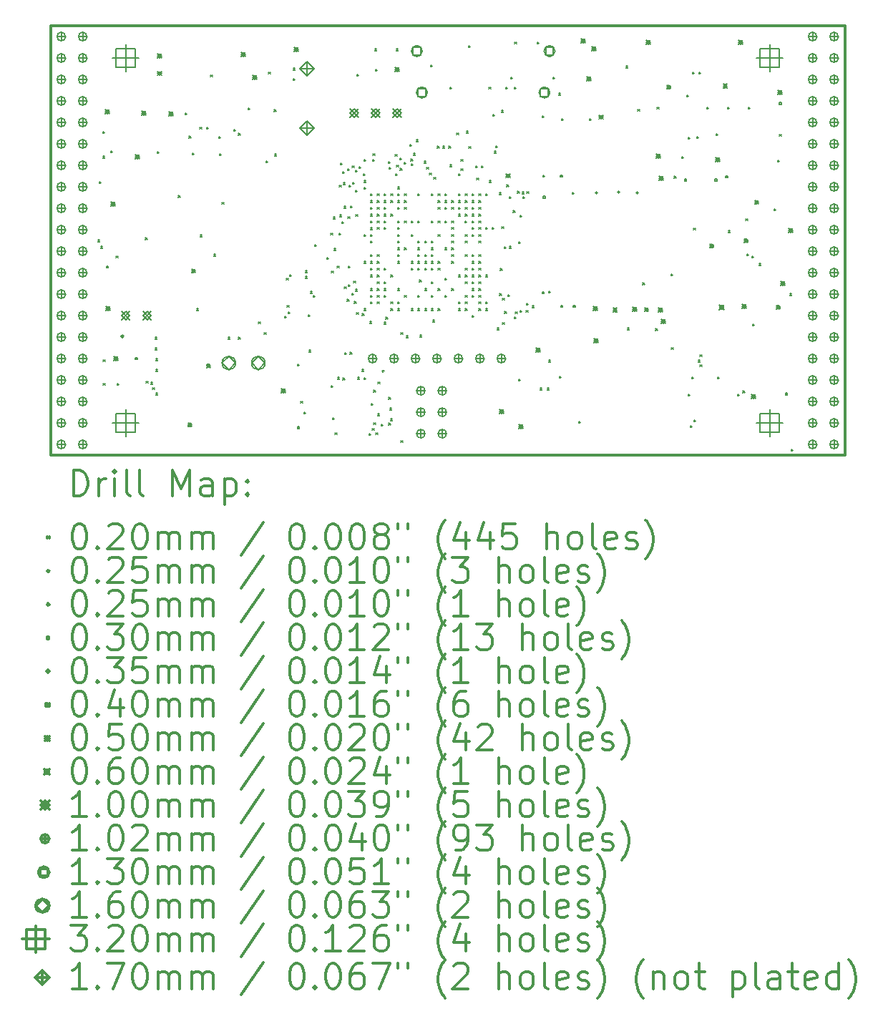
<source format=gbr>
%FSLAX45Y45*%
G04 Gerber Fmt 4.5, Leading zero omitted, Abs format (unit mm)*
G04 Created by KiCad (PCBNEW 5.0.0+dfsg1-2) date Thu Sep 13 16:08:36 2018*
%MOMM*%
%LPD*%
G01*
G04 APERTURE LIST*
%ADD10C,0.300000*%
%ADD11C,0.200000*%
G04 APERTURE END LIST*
D10*
X9410000Y-6142000D02*
X9410000Y-11222000D01*
X18808000Y-6142000D02*
X9410000Y-6142000D01*
X18808000Y-11222000D02*
X18808000Y-6142000D01*
X9410000Y-11222000D02*
X18808000Y-11222000D01*
D11*
X9969000Y-8676600D02*
X9989000Y-8696600D01*
X9989000Y-8676600D02*
X9969000Y-8696600D01*
X9990550Y-7986200D02*
X10010550Y-8006200D01*
X10010550Y-7986200D02*
X9990550Y-8006200D01*
X10007100Y-8752800D02*
X10027100Y-8772800D01*
X10027100Y-8752800D02*
X10007100Y-8772800D01*
X10032500Y-7393900D02*
X10052500Y-7413900D01*
X10052500Y-7393900D02*
X10032500Y-7413900D01*
X10032500Y-7686000D02*
X10052500Y-7706000D01*
X10052500Y-7686000D02*
X10032500Y-7706000D01*
X10035000Y-10094400D02*
X10055000Y-10114400D01*
X10055000Y-10094400D02*
X10035000Y-10114400D01*
X10035000Y-10373800D02*
X10055000Y-10393800D01*
X10055000Y-10373800D02*
X10035000Y-10393800D01*
X10125400Y-7619700D02*
X10145400Y-7639700D01*
X10145400Y-7619700D02*
X10125400Y-7639700D01*
X10187400Y-8868850D02*
X10207400Y-8888850D01*
X10207400Y-8868850D02*
X10187400Y-8888850D01*
X10200100Y-10373800D02*
X10220100Y-10393800D01*
X10220100Y-10373800D02*
X10200100Y-10393800D01*
X10535450Y-8649900D02*
X10555450Y-8669900D01*
X10555450Y-8649900D02*
X10535450Y-8669900D01*
X10543000Y-10348400D02*
X10563000Y-10368400D01*
X10563000Y-10348400D02*
X10543000Y-10368400D01*
X10595970Y-10361643D02*
X10615970Y-10381643D01*
X10615970Y-10361643D02*
X10595970Y-10381643D01*
X10619200Y-10424600D02*
X10639200Y-10444600D01*
X10639200Y-10424600D02*
X10619200Y-10444600D01*
X10650950Y-9827700D02*
X10670950Y-9847700D01*
X10670950Y-9827700D02*
X10650950Y-9847700D01*
X10650950Y-9954700D02*
X10670950Y-9974700D01*
X10670950Y-9954700D02*
X10650950Y-9974700D01*
X10657300Y-10081700D02*
X10677300Y-10101700D01*
X10677300Y-10081700D02*
X10657300Y-10101700D01*
X10657300Y-10208701D02*
X10677300Y-10228701D01*
X10677300Y-10208701D02*
X10657300Y-10228701D01*
X10657300Y-10488100D02*
X10677300Y-10508100D01*
X10677300Y-10488100D02*
X10657300Y-10508100D01*
X10671500Y-7632400D02*
X10691500Y-7652400D01*
X10691500Y-7632400D02*
X10671500Y-7652400D01*
X10924000Y-8151300D02*
X10944000Y-8171300D01*
X10944000Y-8151300D02*
X10924000Y-8171300D01*
X11001700Y-7175200D02*
X11021700Y-7195200D01*
X11021700Y-7175200D02*
X11001700Y-7195200D01*
X11049908Y-7448938D02*
X11069908Y-7468938D01*
X11069908Y-7448938D02*
X11049908Y-7468938D01*
X11090600Y-7645100D02*
X11110600Y-7665100D01*
X11110600Y-7645100D02*
X11090600Y-7665100D01*
X11137400Y-9489400D02*
X11157400Y-9509400D01*
X11157400Y-9489400D02*
X11137400Y-9509400D01*
X11178000Y-7344850D02*
X11198000Y-7364850D01*
X11198000Y-7344850D02*
X11178000Y-7364850D01*
X11179522Y-8615379D02*
X11199522Y-8635379D01*
X11199522Y-8615379D02*
X11179522Y-8635379D01*
X11260550Y-7344851D02*
X11280550Y-7364851D01*
X11280550Y-7344851D02*
X11260550Y-7364851D01*
X11305725Y-6724363D02*
X11325725Y-6744363D01*
X11325725Y-6724363D02*
X11305725Y-6744363D01*
X11344600Y-8845973D02*
X11364600Y-8865973D01*
X11364600Y-8845973D02*
X11344600Y-8865973D01*
X11400408Y-7451220D02*
X11420408Y-7471220D01*
X11420408Y-7451220D02*
X11400408Y-7471220D01*
X11408100Y-7657800D02*
X11428100Y-7677800D01*
X11428100Y-7657800D02*
X11408100Y-7677800D01*
X11441393Y-8230943D02*
X11461393Y-8250943D01*
X11461393Y-8230943D02*
X11441393Y-8250943D01*
X11514550Y-9827700D02*
X11534550Y-9847700D01*
X11534550Y-9827700D02*
X11514550Y-9847700D01*
X11578000Y-7370000D02*
X11598000Y-7390000D01*
X11598000Y-7370000D02*
X11578000Y-7390000D01*
X11633852Y-9827700D02*
X11653852Y-9847700D01*
X11653852Y-9827700D02*
X11633852Y-9847700D01*
X11635200Y-7414700D02*
X11655200Y-7434700D01*
X11655200Y-7414700D02*
X11635200Y-7434700D01*
X11747000Y-7114500D02*
X11767000Y-7134500D01*
X11767000Y-7114500D02*
X11747000Y-7134500D01*
X11870412Y-9644112D02*
X11890412Y-9664112D01*
X11890412Y-9644112D02*
X11870412Y-9664112D01*
X11940000Y-9772000D02*
X11960000Y-9792000D01*
X11960000Y-9772000D02*
X11940000Y-9792000D01*
X11959215Y-7739412D02*
X11979215Y-7759412D01*
X11979215Y-7739412D02*
X11959215Y-7759412D01*
X11990800Y-6690800D02*
X12010800Y-6710800D01*
X12010800Y-6690800D02*
X11990800Y-6710800D01*
X12056498Y-7133651D02*
X12076498Y-7153651D01*
X12076498Y-7133651D02*
X12056498Y-7153651D01*
X12063993Y-7659408D02*
X12083993Y-7679408D01*
X12083993Y-7659408D02*
X12063993Y-7679408D01*
X12182800Y-9575500D02*
X12202800Y-9595500D01*
X12202800Y-9575500D02*
X12182800Y-9595500D01*
X12201657Y-9128657D02*
X12221657Y-9148657D01*
X12221657Y-9128657D02*
X12201657Y-9148657D01*
X12210364Y-9448538D02*
X12230364Y-9468538D01*
X12230364Y-9448538D02*
X12210364Y-9468538D01*
X12220900Y-9524700D02*
X12240900Y-9544700D01*
X12240900Y-9524700D02*
X12220900Y-9544700D01*
X12242096Y-9088217D02*
X12262096Y-9108217D01*
X12262096Y-9088217D02*
X12242096Y-9108217D01*
X12282618Y-6643232D02*
X12302618Y-6663232D01*
X12302618Y-6643232D02*
X12282618Y-6663232D01*
X12284400Y-6768800D02*
X12304400Y-6788800D01*
X12304400Y-6768800D02*
X12284400Y-6788800D01*
X12332545Y-10146435D02*
X12352545Y-10166435D01*
X12352545Y-10146435D02*
X12332545Y-10166435D01*
X12370241Y-10586650D02*
X12390241Y-10606650D01*
X12390241Y-10586650D02*
X12370241Y-10606650D01*
X12410242Y-10710764D02*
X12430242Y-10730764D01*
X12430242Y-10710764D02*
X12410242Y-10730764D01*
X12423701Y-9107100D02*
X12443701Y-9127100D01*
X12443701Y-9107100D02*
X12423701Y-9127100D01*
X12423702Y-9038791D02*
X12443702Y-9058791D01*
X12443702Y-9038791D02*
X12423702Y-9058791D01*
X12460700Y-9561000D02*
X12480700Y-9581000D01*
X12480700Y-9561000D02*
X12460700Y-9581000D01*
X12467050Y-9980100D02*
X12487050Y-10000100D01*
X12487050Y-9980100D02*
X12467050Y-10000100D01*
X12486399Y-9285661D02*
X12506399Y-9305661D01*
X12506399Y-9285661D02*
X12486399Y-9305661D01*
X12519149Y-9329350D02*
X12539149Y-9349350D01*
X12539149Y-9329350D02*
X12519149Y-9349350D01*
X12538837Y-8731087D02*
X12558837Y-8751087D01*
X12558837Y-8731087D02*
X12538837Y-8751087D01*
X12682329Y-8882979D02*
X12702329Y-8902979D01*
X12702329Y-8882979D02*
X12682329Y-8902979D01*
X12727400Y-8595800D02*
X12747400Y-8615800D01*
X12747400Y-8595800D02*
X12727400Y-8615800D01*
X12731909Y-10397773D02*
X12751909Y-10417773D01*
X12751909Y-10397773D02*
X12731909Y-10417773D01*
X12733834Y-9045740D02*
X12753834Y-9065740D01*
X12753834Y-9045740D02*
X12733834Y-9065740D01*
X12748660Y-10777504D02*
X12768660Y-10797504D01*
X12768660Y-10777504D02*
X12748660Y-10797504D01*
X12759150Y-8405300D02*
X12779150Y-8425300D01*
X12779150Y-8405300D02*
X12759150Y-8425300D01*
X12764768Y-8776012D02*
X12784768Y-8796012D01*
X12784768Y-8776012D02*
X12764768Y-8796012D01*
X12778201Y-10958000D02*
X12798201Y-10978000D01*
X12798201Y-10958000D02*
X12778201Y-10978000D01*
X12803218Y-8983018D02*
X12823218Y-9003018D01*
X12823218Y-8983018D02*
X12803218Y-9003018D01*
X12808750Y-10300900D02*
X12828750Y-10320900D01*
X12828750Y-10300900D02*
X12808750Y-10320900D01*
X12824072Y-8596207D02*
X12844072Y-8616207D01*
X12844072Y-8596207D02*
X12824072Y-8616207D01*
X12829000Y-8030650D02*
X12849000Y-8050650D01*
X12849000Y-8030650D02*
X12829000Y-8050650D01*
X12835350Y-8379900D02*
X12855350Y-8399900D01*
X12855350Y-8379900D02*
X12835350Y-8399900D01*
X12841700Y-7765451D02*
X12861700Y-7785451D01*
X12861700Y-7765451D02*
X12841700Y-7785451D01*
X12860114Y-8462438D02*
X12880114Y-8482438D01*
X12880114Y-8462438D02*
X12860114Y-8482438D01*
X12867100Y-7865550D02*
X12887100Y-7885550D01*
X12887100Y-7865550D02*
X12867100Y-7885550D01*
X12870682Y-10308590D02*
X12890682Y-10328590D01*
X12890682Y-10308590D02*
X12870682Y-10328590D01*
X12873450Y-7998900D02*
X12893450Y-8018900D01*
X12893450Y-7998900D02*
X12873450Y-8018900D01*
X12886150Y-8278300D02*
X12906150Y-8298300D01*
X12906150Y-8278300D02*
X12886150Y-8298300D01*
X12886283Y-9229083D02*
X12906283Y-9249083D01*
X12906283Y-9229083D02*
X12886283Y-9249083D01*
X12890520Y-10007480D02*
X12910520Y-10027480D01*
X12910520Y-10007480D02*
X12890520Y-10027480D01*
X12921835Y-9377845D02*
X12941835Y-9397845D01*
X12941835Y-9377845D02*
X12921835Y-9397845D01*
X12924250Y-7833800D02*
X12944250Y-7853800D01*
X12944250Y-7833800D02*
X12924250Y-7853800D01*
X12930501Y-8400852D02*
X12950501Y-8420852D01*
X12950501Y-8400852D02*
X12930501Y-8420852D01*
X12934924Y-8983794D02*
X12954924Y-9003794D01*
X12954924Y-8983794D02*
X12934924Y-9003794D01*
X12935750Y-9202350D02*
X12955750Y-9222350D01*
X12955750Y-9202350D02*
X12935750Y-9222350D01*
X12940751Y-8030650D02*
X12960751Y-8050650D01*
X12960751Y-8030650D02*
X12940751Y-8050650D01*
X12956000Y-10005500D02*
X12976000Y-10025500D01*
X12976000Y-10005500D02*
X12956000Y-10025500D01*
X12962350Y-8273851D02*
X12982350Y-8293851D01*
X12982350Y-8273851D02*
X12962350Y-8293851D01*
X12976189Y-9308896D02*
X12996189Y-9328896D01*
X12996189Y-9308896D02*
X12976189Y-9328896D01*
X12981400Y-7802050D02*
X13001400Y-7822050D01*
X13001400Y-7802050D02*
X12981400Y-7822050D01*
X12984711Y-7994431D02*
X13004711Y-8014431D01*
X13004711Y-7994431D02*
X12984711Y-8014431D01*
X12999250Y-9164250D02*
X13019250Y-9184250D01*
X13019250Y-9164250D02*
X12999250Y-9184250D01*
X13007618Y-9405227D02*
X13027618Y-9425227D01*
X13027618Y-9405227D02*
X13007618Y-9425227D01*
X13018300Y-9259500D02*
X13038300Y-9279500D01*
X13038300Y-9259500D02*
X13018300Y-9279500D01*
X13018305Y-7852464D02*
X13038305Y-7872464D01*
X13038305Y-7852464D02*
X13018305Y-7872464D01*
X13019500Y-8087800D02*
X13039500Y-8107800D01*
X13039500Y-8087800D02*
X13019500Y-8107800D01*
X13023410Y-8375410D02*
X13043410Y-8395410D01*
X13043410Y-8375410D02*
X13023410Y-8395410D01*
X13030548Y-9536431D02*
X13050548Y-9556431D01*
X13050548Y-9536431D02*
X13030548Y-9556431D01*
X13033700Y-6718000D02*
X13053700Y-6738000D01*
X13053700Y-6718000D02*
X13033700Y-6738000D01*
X13043700Y-10300900D02*
X13063700Y-10320900D01*
X13063700Y-10300900D02*
X13043700Y-10320900D01*
X13063950Y-7808400D02*
X13083950Y-7828400D01*
X13083950Y-7808400D02*
X13063950Y-7828400D01*
X13093907Y-10208700D02*
X13113907Y-10228700D01*
X13113907Y-10208700D02*
X13093907Y-10228700D01*
X13098471Y-9546418D02*
X13118471Y-9566418D01*
X13118471Y-9546418D02*
X13098471Y-9566418D01*
X13114818Y-7892343D02*
X13134818Y-7912343D01*
X13134818Y-7892343D02*
X13114818Y-7912343D01*
X13118000Y-8052363D02*
X13138000Y-8072363D01*
X13138000Y-8052363D02*
X13118000Y-8072363D01*
X13118000Y-8610000D02*
X13138000Y-8630000D01*
X13138000Y-8610000D02*
X13118000Y-8630000D01*
X13118000Y-8930000D02*
X13138000Y-8950000D01*
X13138000Y-8930000D02*
X13118000Y-8950000D01*
X13118000Y-9490000D02*
X13138000Y-9510000D01*
X13138000Y-9490000D02*
X13118000Y-9510000D01*
X13118565Y-7722735D02*
X13138565Y-7742735D01*
X13138565Y-7722735D02*
X13118565Y-7742735D01*
X13119785Y-7972345D02*
X13139785Y-7992345D01*
X13139785Y-7972345D02*
X13119785Y-7992345D01*
X13119900Y-10307250D02*
X13139900Y-10327250D01*
X13139900Y-10307250D02*
X13119900Y-10327250D01*
X13178250Y-10964350D02*
X13198250Y-10984350D01*
X13198250Y-10964350D02*
X13178250Y-10984350D01*
X13189750Y-9640500D02*
X13209750Y-9660500D01*
X13209750Y-9640500D02*
X13189750Y-9660500D01*
X13197734Y-9090201D02*
X13217734Y-9110201D01*
X13217734Y-9090201D02*
X13197734Y-9110201D01*
X13198000Y-8130000D02*
X13218000Y-8150000D01*
X13218000Y-8130000D02*
X13198000Y-8150000D01*
X13198000Y-8210000D02*
X13218000Y-8230000D01*
X13218000Y-8210000D02*
X13198000Y-8230000D01*
X13198000Y-8290000D02*
X13218000Y-8310000D01*
X13218000Y-8290000D02*
X13198000Y-8310000D01*
X13198000Y-8370000D02*
X13218000Y-8390000D01*
X13218000Y-8370000D02*
X13198000Y-8390000D01*
X13198000Y-8450000D02*
X13218000Y-8470000D01*
X13218000Y-8450000D02*
X13198000Y-8470000D01*
X13198000Y-8531500D02*
X13218000Y-8551500D01*
X13218000Y-8531500D02*
X13198000Y-8551500D01*
X13198000Y-8610000D02*
X13218000Y-8630000D01*
X13218000Y-8610000D02*
X13198000Y-8630000D01*
X13198000Y-8690000D02*
X13218000Y-8710000D01*
X13218000Y-8690000D02*
X13198000Y-8710000D01*
X13198000Y-8850000D02*
X13218000Y-8870000D01*
X13218000Y-8850000D02*
X13198000Y-8870000D01*
X13198000Y-8930000D02*
X13218000Y-8950000D01*
X13218000Y-8930000D02*
X13198000Y-8950000D01*
X13198000Y-9010000D02*
X13218000Y-9030000D01*
X13218000Y-9010000D02*
X13198000Y-9030000D01*
X13198000Y-9250000D02*
X13218000Y-9270000D01*
X13218000Y-9250000D02*
X13198000Y-9270000D01*
X13198000Y-9330000D02*
X13218000Y-9350000D01*
X13218000Y-9330000D02*
X13198000Y-9350000D01*
X13198000Y-9410000D02*
X13218000Y-9430000D01*
X13218000Y-9410000D02*
X13198000Y-9430000D01*
X13206286Y-10608587D02*
X13226286Y-10628587D01*
X13226286Y-10608587D02*
X13206286Y-10628587D01*
X13217511Y-10908296D02*
X13237511Y-10928296D01*
X13237511Y-10908296D02*
X13217511Y-10928296D01*
X13220903Y-7724256D02*
X13240903Y-7744256D01*
X13240903Y-7724256D02*
X13220903Y-7744256D01*
X13227850Y-7652950D02*
X13247850Y-7672950D01*
X13247850Y-7652950D02*
X13227850Y-7672950D01*
X13234200Y-10453300D02*
X13254200Y-10473300D01*
X13254200Y-10453300D02*
X13234200Y-10473300D01*
X13234200Y-10840650D02*
X13254200Y-10860650D01*
X13254200Y-10840650D02*
X13234200Y-10860650D01*
X13245600Y-6416000D02*
X13265600Y-6436000D01*
X13265600Y-6416000D02*
X13245600Y-6436000D01*
X13258300Y-6657300D02*
X13278300Y-6677300D01*
X13278300Y-6657300D02*
X13258300Y-6677300D01*
X13260800Y-10958000D02*
X13280800Y-10978000D01*
X13280800Y-10958000D02*
X13260800Y-10978000D01*
X13278000Y-8130000D02*
X13298000Y-8150000D01*
X13298000Y-8130000D02*
X13278000Y-8150000D01*
X13278000Y-8210000D02*
X13298000Y-8230000D01*
X13298000Y-8210000D02*
X13278000Y-8230000D01*
X13278000Y-8290000D02*
X13298000Y-8310000D01*
X13298000Y-8290000D02*
X13278000Y-8310000D01*
X13278000Y-8370000D02*
X13298000Y-8390000D01*
X13298000Y-8370000D02*
X13278000Y-8390000D01*
X13278000Y-8450000D02*
X13298000Y-8470000D01*
X13298000Y-8450000D02*
X13278000Y-8470000D01*
X13278000Y-8530000D02*
X13298000Y-8550000D01*
X13298000Y-8530000D02*
X13278000Y-8550000D01*
X13278000Y-8850000D02*
X13298000Y-8870000D01*
X13298000Y-8850000D02*
X13278000Y-8870000D01*
X13278000Y-8930000D02*
X13298000Y-8950000D01*
X13298000Y-8930000D02*
X13278000Y-8950000D01*
X13278000Y-9010000D02*
X13298000Y-9030000D01*
X13298000Y-9010000D02*
X13278000Y-9030000D01*
X13278000Y-9090000D02*
X13298000Y-9110000D01*
X13298000Y-9090000D02*
X13278000Y-9110000D01*
X13278000Y-9170000D02*
X13298000Y-9190000D01*
X13298000Y-9170000D02*
X13278000Y-9190000D01*
X13278000Y-9250000D02*
X13298000Y-9270000D01*
X13298000Y-9250000D02*
X13278000Y-9270000D01*
X13278000Y-9330000D02*
X13298000Y-9350000D01*
X13298000Y-9330000D02*
X13278000Y-9350000D01*
X13278000Y-9410000D02*
X13298000Y-9430000D01*
X13298000Y-9410000D02*
X13278000Y-9430000D01*
X13281247Y-10733530D02*
X13301247Y-10753530D01*
X13301247Y-10733530D02*
X13281247Y-10753530D01*
X13285000Y-10358050D02*
X13305000Y-10378050D01*
X13305000Y-10358050D02*
X13285000Y-10378050D01*
X13324300Y-10856400D02*
X13344300Y-10876400D01*
X13344300Y-10856400D02*
X13324300Y-10876400D01*
X13358000Y-8130000D02*
X13378000Y-8150000D01*
X13378000Y-8130000D02*
X13358000Y-8150000D01*
X13358000Y-8210000D02*
X13378000Y-8230000D01*
X13378000Y-8210000D02*
X13358000Y-8230000D01*
X13358000Y-8290000D02*
X13378000Y-8310000D01*
X13378000Y-8290000D02*
X13358000Y-8310000D01*
X13358000Y-8370000D02*
X13378000Y-8390000D01*
X13378000Y-8370000D02*
X13358000Y-8390000D01*
X13358000Y-8450000D02*
X13378000Y-8470000D01*
X13378000Y-8450000D02*
X13358000Y-8470000D01*
X13358000Y-8530000D02*
X13378000Y-8550000D01*
X13378000Y-8530000D02*
X13358000Y-8550000D01*
X13358000Y-9010000D02*
X13378000Y-9030000D01*
X13378000Y-9010000D02*
X13358000Y-9030000D01*
X13358000Y-9170000D02*
X13378000Y-9190000D01*
X13378000Y-9170000D02*
X13358000Y-9190000D01*
X13358000Y-9250000D02*
X13378000Y-9270000D01*
X13378000Y-9250000D02*
X13358000Y-9270000D01*
X13358000Y-9330000D02*
X13378000Y-9350000D01*
X13378000Y-9330000D02*
X13358000Y-9350000D01*
X13358000Y-9650000D02*
X13378000Y-9670000D01*
X13378000Y-9650000D02*
X13358000Y-9670000D01*
X13378000Y-9590000D02*
X13398000Y-9610000D01*
X13398000Y-9590000D02*
X13378000Y-9610000D01*
X13411163Y-7748395D02*
X13431163Y-7768395D01*
X13431163Y-7748395D02*
X13411163Y-7768395D01*
X13413200Y-10538900D02*
X13433200Y-10558900D01*
X13433200Y-10538900D02*
X13413200Y-10558900D01*
X13413200Y-10843700D02*
X13433200Y-10863700D01*
X13433200Y-10843700D02*
X13413200Y-10863700D01*
X13415020Y-7815418D02*
X13435020Y-7835418D01*
X13435020Y-7815418D02*
X13415020Y-7835418D01*
X13425900Y-10665900D02*
X13445900Y-10685900D01*
X13445900Y-10665900D02*
X13425900Y-10685900D01*
X13432035Y-10792450D02*
X13452035Y-10812450D01*
X13452035Y-10792450D02*
X13432035Y-10812450D01*
X13438000Y-8130000D02*
X13458000Y-8150000D01*
X13458000Y-8130000D02*
X13438000Y-8150000D01*
X13438000Y-8210000D02*
X13458000Y-8230000D01*
X13458000Y-8210000D02*
X13438000Y-8230000D01*
X13438000Y-8370000D02*
X13458000Y-8390000D01*
X13458000Y-8370000D02*
X13438000Y-8390000D01*
X13438000Y-9090000D02*
X13458000Y-9110000D01*
X13458000Y-9090000D02*
X13438000Y-9110000D01*
X13438000Y-9410000D02*
X13458000Y-9430000D01*
X13458000Y-9410000D02*
X13438000Y-9430000D01*
X13438000Y-9490000D02*
X13458000Y-9510000D01*
X13458000Y-9490000D02*
X13438000Y-9510000D01*
X13489399Y-7662350D02*
X13509399Y-7682350D01*
X13509399Y-7662350D02*
X13489399Y-7682350D01*
X13492132Y-7892495D02*
X13512132Y-7912495D01*
X13512132Y-7892495D02*
X13492132Y-7912495D01*
X13499600Y-6416000D02*
X13519600Y-6436000D01*
X13519600Y-6416000D02*
X13499600Y-6436000D01*
X13507250Y-7792650D02*
X13527250Y-7812650D01*
X13527250Y-7792650D02*
X13507250Y-7812650D01*
X13518000Y-8050000D02*
X13538000Y-8070000D01*
X13538000Y-8050000D02*
X13518000Y-8070000D01*
X13518000Y-8130000D02*
X13538000Y-8150000D01*
X13538000Y-8130000D02*
X13518000Y-8150000D01*
X13518000Y-8210000D02*
X13538000Y-8230000D01*
X13538000Y-8210000D02*
X13518000Y-8230000D01*
X13518000Y-8290000D02*
X13538000Y-8310000D01*
X13538000Y-8290000D02*
X13518000Y-8310000D01*
X13518000Y-8450000D02*
X13538000Y-8470000D01*
X13538000Y-8450000D02*
X13518000Y-8470000D01*
X13518000Y-8530000D02*
X13538000Y-8550000D01*
X13538000Y-8530000D02*
X13518000Y-8550000D01*
X13518000Y-8610000D02*
X13538000Y-8630000D01*
X13538000Y-8610000D02*
X13518000Y-8630000D01*
X13518000Y-8690000D02*
X13538000Y-8710000D01*
X13538000Y-8690000D02*
X13518000Y-8710000D01*
X13518000Y-8770000D02*
X13538000Y-8790000D01*
X13538000Y-8770000D02*
X13518000Y-8790000D01*
X13518000Y-8850000D02*
X13538000Y-8870000D01*
X13538000Y-8850000D02*
X13518000Y-8870000D01*
X13518000Y-8930000D02*
X13538000Y-8950000D01*
X13538000Y-8930000D02*
X13518000Y-8950000D01*
X13518000Y-9250000D02*
X13538000Y-9270000D01*
X13538000Y-9250000D02*
X13518000Y-9270000D01*
X13518000Y-9410000D02*
X13538000Y-9430000D01*
X13538000Y-9410000D02*
X13518000Y-9430000D01*
X13518000Y-9490000D02*
X13538000Y-9510000D01*
X13538000Y-9490000D02*
X13518000Y-9510000D01*
X13546550Y-7706800D02*
X13566550Y-7726800D01*
X13566550Y-7706800D02*
X13546550Y-7726800D01*
X13549150Y-7827659D02*
X13569150Y-7847659D01*
X13569150Y-7827659D02*
X13549150Y-7847659D01*
X13555656Y-11051071D02*
X13575656Y-11071071D01*
X13575656Y-11051071D02*
X13555656Y-11071071D01*
X13558000Y-9770000D02*
X13578000Y-9790000D01*
X13578000Y-9770000D02*
X13558000Y-9790000D01*
X13594882Y-7754550D02*
X13614882Y-7774550D01*
X13614882Y-7754550D02*
X13594882Y-7774550D01*
X13598000Y-8130000D02*
X13618000Y-8150000D01*
X13618000Y-8130000D02*
X13598000Y-8150000D01*
X13598000Y-8210000D02*
X13618000Y-8230000D01*
X13618000Y-8210000D02*
X13598000Y-8230000D01*
X13598000Y-8290000D02*
X13618000Y-8310000D01*
X13618000Y-8290000D02*
X13598000Y-8310000D01*
X13598000Y-8450000D02*
X13618000Y-8470000D01*
X13618000Y-8450000D02*
X13598000Y-8470000D01*
X13598000Y-8770000D02*
X13618000Y-8790000D01*
X13618000Y-8770000D02*
X13598000Y-8790000D01*
X13598000Y-9330000D02*
X13618000Y-9350000D01*
X13618000Y-9330000D02*
X13598000Y-9350000D01*
X13618000Y-9810000D02*
X13638000Y-9830000D01*
X13638000Y-9810000D02*
X13618000Y-9830000D01*
X13664259Y-7547941D02*
X13684259Y-7567941D01*
X13684259Y-7547941D02*
X13664259Y-7567941D01*
X13676320Y-7718760D02*
X13696320Y-7738760D01*
X13696320Y-7718760D02*
X13676320Y-7738760D01*
X13678000Y-8450000D02*
X13698000Y-8470000D01*
X13698000Y-8450000D02*
X13678000Y-8470000D01*
X13678000Y-8610000D02*
X13698000Y-8630000D01*
X13698000Y-8610000D02*
X13678000Y-8630000D01*
X13678000Y-8930000D02*
X13698000Y-8950000D01*
X13698000Y-8930000D02*
X13678000Y-8950000D01*
X13678000Y-9010000D02*
X13698000Y-9030000D01*
X13698000Y-9010000D02*
X13678000Y-9030000D01*
X13678000Y-9490000D02*
X13698000Y-9510000D01*
X13698000Y-9490000D02*
X13678000Y-9510000D01*
X13679461Y-7776107D02*
X13699461Y-7796107D01*
X13699461Y-7776107D02*
X13679461Y-7796107D01*
X13707437Y-7652487D02*
X13727437Y-7672487D01*
X13727437Y-7652487D02*
X13707437Y-7672487D01*
X13738000Y-7490000D02*
X13758000Y-7510000D01*
X13758000Y-7490000D02*
X13738000Y-7510000D01*
X13758000Y-8130000D02*
X13778000Y-8150000D01*
X13778000Y-8130000D02*
X13758000Y-8150000D01*
X13758000Y-8450000D02*
X13778000Y-8470000D01*
X13778000Y-8450000D02*
X13758000Y-8470000D01*
X13758000Y-8690000D02*
X13778000Y-8710000D01*
X13778000Y-8690000D02*
X13758000Y-8710000D01*
X13758000Y-8770000D02*
X13778000Y-8790000D01*
X13778000Y-8770000D02*
X13758000Y-8790000D01*
X13758000Y-8850000D02*
X13778000Y-8870000D01*
X13778000Y-8850000D02*
X13758000Y-8870000D01*
X13758000Y-8930000D02*
X13778000Y-8950000D01*
X13778000Y-8930000D02*
X13758000Y-8950000D01*
X13758000Y-9010000D02*
X13778000Y-9030000D01*
X13778000Y-9010000D02*
X13758000Y-9030000D01*
X13758000Y-9330000D02*
X13778000Y-9350000D01*
X13778000Y-9330000D02*
X13758000Y-9350000D01*
X13758000Y-9490000D02*
X13778000Y-9510000D01*
X13778000Y-9490000D02*
X13758000Y-9510000D01*
X13778000Y-9150000D02*
X13798000Y-9170000D01*
X13798000Y-9150000D02*
X13778000Y-9170000D01*
X13781499Y-9802300D02*
X13801499Y-9822300D01*
X13801499Y-9802300D02*
X13781499Y-9822300D01*
X13830592Y-7745154D02*
X13850592Y-7765154D01*
X13850592Y-7745154D02*
X13830592Y-7765154D01*
X13838000Y-8690000D02*
X13858000Y-8710000D01*
X13858000Y-8690000D02*
X13838000Y-8710000D01*
X13838000Y-8850000D02*
X13858000Y-8870000D01*
X13858000Y-8850000D02*
X13838000Y-8870000D01*
X13838000Y-8930000D02*
X13858000Y-8950000D01*
X13858000Y-8930000D02*
X13838000Y-8950000D01*
X13838000Y-9010000D02*
X13858000Y-9030000D01*
X13858000Y-9010000D02*
X13838000Y-9030000D01*
X13838000Y-9250000D02*
X13858000Y-9270000D01*
X13858000Y-9250000D02*
X13838000Y-9270000D01*
X13838000Y-9490000D02*
X13858000Y-9510000D01*
X13858000Y-9490000D02*
X13838000Y-9510000D01*
X13862850Y-7818050D02*
X13882850Y-7838050D01*
X13882850Y-7818050D02*
X13862850Y-7838050D01*
X13894600Y-7881550D02*
X13914600Y-7901550D01*
X13914600Y-7881550D02*
X13894600Y-7901550D01*
X13910000Y-6603700D02*
X13930000Y-6623700D01*
X13930000Y-6603700D02*
X13910000Y-6623700D01*
X13918000Y-8130000D02*
X13938000Y-8150000D01*
X13938000Y-8130000D02*
X13918000Y-8150000D01*
X13918000Y-8450000D02*
X13938000Y-8470000D01*
X13938000Y-8450000D02*
X13918000Y-8470000D01*
X13918000Y-8690000D02*
X13938000Y-8710000D01*
X13938000Y-8690000D02*
X13918000Y-8710000D01*
X13918000Y-8770000D02*
X13938000Y-8790000D01*
X13938000Y-8770000D02*
X13918000Y-8790000D01*
X13918000Y-8850000D02*
X13938000Y-8870000D01*
X13938000Y-8850000D02*
X13918000Y-8870000D01*
X13918000Y-8930000D02*
X13938000Y-8950000D01*
X13938000Y-8930000D02*
X13918000Y-8950000D01*
X13918000Y-9010000D02*
X13938000Y-9030000D01*
X13938000Y-9010000D02*
X13918000Y-9030000D01*
X13918000Y-9170000D02*
X13938000Y-9190000D01*
X13938000Y-9170000D02*
X13918000Y-9190000D01*
X13918000Y-9330000D02*
X13938000Y-9350000D01*
X13938000Y-9330000D02*
X13918000Y-9350000D01*
X13918000Y-9490000D02*
X13938000Y-9510000D01*
X13938000Y-9490000D02*
X13918000Y-9510000D01*
X13933900Y-9624500D02*
X13953900Y-9644500D01*
X13953900Y-9624500D02*
X13933900Y-9644500D01*
X13945400Y-7932350D02*
X13965400Y-7952350D01*
X13965400Y-7932350D02*
X13945400Y-7952350D01*
X13987649Y-7567100D02*
X14007649Y-7587100D01*
X14007649Y-7567100D02*
X13987649Y-7587100D01*
X13996000Y-8292000D02*
X14016000Y-8312000D01*
X14016000Y-8292000D02*
X13996000Y-8312000D01*
X13998000Y-8130000D02*
X14018000Y-8150000D01*
X14018000Y-8130000D02*
X13998000Y-8150000D01*
X13998000Y-8210000D02*
X14018000Y-8230000D01*
X14018000Y-8210000D02*
X13998000Y-8230000D01*
X13998000Y-8450000D02*
X14018000Y-8470000D01*
X14018000Y-8450000D02*
X13998000Y-8470000D01*
X13998000Y-8610000D02*
X14018000Y-8630000D01*
X14018000Y-8610000D02*
X13998000Y-8630000D01*
X13998000Y-8930000D02*
X14018000Y-8950000D01*
X14018000Y-8930000D02*
X13998000Y-8950000D01*
X13998000Y-9010000D02*
X14018000Y-9030000D01*
X14018000Y-9010000D02*
X13998000Y-9030000D01*
X13998000Y-9250000D02*
X14018000Y-9270000D01*
X14018000Y-9250000D02*
X13998000Y-9270000D01*
X13998000Y-9490000D02*
X14018000Y-9510000D01*
X14018000Y-9490000D02*
X13998000Y-9510000D01*
X14054550Y-7567100D02*
X14074550Y-7587100D01*
X14074550Y-7567100D02*
X14054550Y-7587100D01*
X14078000Y-8130000D02*
X14098000Y-8150000D01*
X14098000Y-8130000D02*
X14078000Y-8150000D01*
X14078000Y-8210000D02*
X14098000Y-8230000D01*
X14098000Y-8210000D02*
X14078000Y-8230000D01*
X14078000Y-8290000D02*
X14098000Y-8310000D01*
X14098000Y-8290000D02*
X14078000Y-8310000D01*
X14078000Y-8450000D02*
X14098000Y-8470000D01*
X14098000Y-8450000D02*
X14078000Y-8470000D01*
X14078000Y-8770000D02*
X14098000Y-8790000D01*
X14098000Y-8770000D02*
X14078000Y-8790000D01*
X14078000Y-9130000D02*
X14098000Y-9150000D01*
X14098000Y-9130000D02*
X14078000Y-9150000D01*
X14078000Y-9330000D02*
X14098000Y-9350000D01*
X14098000Y-9330000D02*
X14078000Y-9350000D01*
X14124400Y-7567100D02*
X14144400Y-7587100D01*
X14144400Y-7567100D02*
X14124400Y-7587100D01*
X14135900Y-7786300D02*
X14155900Y-7806300D01*
X14155900Y-7786300D02*
X14135900Y-7806300D01*
X14138000Y-6870000D02*
X14158000Y-6890000D01*
X14158000Y-6870000D02*
X14138000Y-6890000D01*
X14158000Y-8210000D02*
X14178000Y-8230000D01*
X14178000Y-8210000D02*
X14158000Y-8230000D01*
X14158000Y-8290000D02*
X14178000Y-8310000D01*
X14178000Y-8290000D02*
X14158000Y-8310000D01*
X14158000Y-8450000D02*
X14178000Y-8470000D01*
X14178000Y-8450000D02*
X14158000Y-8470000D01*
X14158000Y-8530000D02*
X14178000Y-8550000D01*
X14178000Y-8530000D02*
X14158000Y-8550000D01*
X14158000Y-8610000D02*
X14178000Y-8630000D01*
X14178000Y-8610000D02*
X14158000Y-8630000D01*
X14158000Y-8690000D02*
X14178000Y-8710000D01*
X14178000Y-8690000D02*
X14158000Y-8710000D01*
X14158000Y-8770000D02*
X14178000Y-8790000D01*
X14178000Y-8770000D02*
X14158000Y-8790000D01*
X14158000Y-8850000D02*
X14178000Y-8870000D01*
X14178000Y-8850000D02*
X14158000Y-8870000D01*
X14158000Y-8930000D02*
X14178000Y-8950000D01*
X14178000Y-8930000D02*
X14158000Y-8950000D01*
X14158000Y-9250000D02*
X14178000Y-9270000D01*
X14178000Y-9250000D02*
X14158000Y-9270000D01*
X14218000Y-7410000D02*
X14238000Y-7430000D01*
X14238000Y-7410000D02*
X14218000Y-7430000D01*
X14236000Y-8292000D02*
X14256000Y-8312000D01*
X14256000Y-8292000D02*
X14236000Y-8312000D01*
X14236377Y-7893109D02*
X14256377Y-7913109D01*
X14256377Y-7893109D02*
X14236377Y-7913109D01*
X14238000Y-8130000D02*
X14258000Y-8150000D01*
X14258000Y-8130000D02*
X14238000Y-8150000D01*
X14238000Y-8210000D02*
X14258000Y-8230000D01*
X14258000Y-8210000D02*
X14238000Y-8230000D01*
X14238000Y-8370000D02*
X14258000Y-8390000D01*
X14258000Y-8370000D02*
X14238000Y-8390000D01*
X14238000Y-9090000D02*
X14258000Y-9110000D01*
X14258000Y-9090000D02*
X14238000Y-9110000D01*
X14238000Y-9410000D02*
X14258000Y-9430000D01*
X14258000Y-9410000D02*
X14238000Y-9430000D01*
X14238000Y-9490000D02*
X14258000Y-9510000D01*
X14258000Y-9490000D02*
X14238000Y-9510000D01*
X14267329Y-7833800D02*
X14287329Y-7853800D01*
X14287329Y-7833800D02*
X14267329Y-7853800D01*
X14268583Y-7723660D02*
X14288583Y-7743660D01*
X14288583Y-7723660D02*
X14268583Y-7743660D01*
X14316000Y-8452000D02*
X14336000Y-8472000D01*
X14336000Y-8452000D02*
X14316000Y-8472000D01*
X14318000Y-8130000D02*
X14338000Y-8150000D01*
X14338000Y-8130000D02*
X14318000Y-8150000D01*
X14318000Y-8210000D02*
X14338000Y-8230000D01*
X14338000Y-8210000D02*
X14318000Y-8230000D01*
X14318000Y-8290000D02*
X14338000Y-8310000D01*
X14338000Y-8290000D02*
X14318000Y-8310000D01*
X14318000Y-8370000D02*
X14338000Y-8390000D01*
X14338000Y-8370000D02*
X14318000Y-8390000D01*
X14318000Y-8610000D02*
X14338000Y-8630000D01*
X14338000Y-8610000D02*
X14318000Y-8630000D01*
X14318000Y-8690000D02*
X14338000Y-8710000D01*
X14338000Y-8690000D02*
X14318000Y-8710000D01*
X14318000Y-8850000D02*
X14338000Y-8870000D01*
X14338000Y-8850000D02*
X14318000Y-8870000D01*
X14318000Y-9010000D02*
X14338000Y-9030000D01*
X14338000Y-9010000D02*
X14318000Y-9030000D01*
X14318000Y-9090000D02*
X14338000Y-9110000D01*
X14338000Y-9090000D02*
X14318000Y-9110000D01*
X14318000Y-9170000D02*
X14338000Y-9190000D01*
X14338000Y-9170000D02*
X14318000Y-9190000D01*
X14318000Y-9330000D02*
X14338000Y-9350000D01*
X14338000Y-9330000D02*
X14318000Y-9350000D01*
X14318000Y-9410000D02*
X14338000Y-9430000D01*
X14338000Y-9410000D02*
X14318000Y-9430000D01*
X14318000Y-9490000D02*
X14338000Y-9510000D01*
X14338000Y-9490000D02*
X14318000Y-9510000D01*
X14331863Y-7387513D02*
X14351863Y-7407513D01*
X14351863Y-7387513D02*
X14331863Y-7407513D01*
X14355067Y-6376252D02*
X14375067Y-6396252D01*
X14375067Y-6376252D02*
X14355067Y-6396252D01*
X14360888Y-7571730D02*
X14380888Y-7591730D01*
X14380888Y-7571730D02*
X14360888Y-7591730D01*
X14398000Y-9570000D02*
X14418000Y-9590000D01*
X14418000Y-9570000D02*
X14398000Y-9590000D01*
X14398000Y-8130000D02*
X14418000Y-8150000D01*
X14418000Y-8130000D02*
X14398000Y-8150000D01*
X14398000Y-8210000D02*
X14418000Y-8230000D01*
X14418000Y-8210000D02*
X14398000Y-8230000D01*
X14398000Y-8290000D02*
X14418000Y-8310000D01*
X14418000Y-8290000D02*
X14398000Y-8310000D01*
X14398000Y-8370000D02*
X14418000Y-8390000D01*
X14418000Y-8370000D02*
X14398000Y-8390000D01*
X14398000Y-8450000D02*
X14418000Y-8470000D01*
X14418000Y-8450000D02*
X14398000Y-8470000D01*
X14398000Y-8530000D02*
X14418000Y-8550000D01*
X14418000Y-8530000D02*
X14398000Y-8550000D01*
X14398000Y-8610000D02*
X14418000Y-8630000D01*
X14418000Y-8610000D02*
X14398000Y-8630000D01*
X14398000Y-8850000D02*
X14418000Y-8870000D01*
X14418000Y-8850000D02*
X14398000Y-8870000D01*
X14398000Y-8930000D02*
X14418000Y-8950000D01*
X14418000Y-8930000D02*
X14398000Y-8950000D01*
X14398000Y-9010000D02*
X14418000Y-9030000D01*
X14418000Y-9010000D02*
X14398000Y-9030000D01*
X14398000Y-9090000D02*
X14418000Y-9110000D01*
X14418000Y-9090000D02*
X14398000Y-9110000D01*
X14398000Y-9170000D02*
X14418000Y-9190000D01*
X14418000Y-9170000D02*
X14398000Y-9190000D01*
X14398000Y-9250000D02*
X14418000Y-9270000D01*
X14418000Y-9250000D02*
X14398000Y-9270000D01*
X14398000Y-9330000D02*
X14418000Y-9350000D01*
X14418000Y-9330000D02*
X14398000Y-9350000D01*
X14441900Y-7802050D02*
X14461900Y-7822050D01*
X14461900Y-7802050D02*
X14441900Y-7822050D01*
X14453400Y-7942279D02*
X14473400Y-7962279D01*
X14473400Y-7942279D02*
X14453400Y-7962279D01*
X14478000Y-8130000D02*
X14498000Y-8150000D01*
X14498000Y-8130000D02*
X14478000Y-8150000D01*
X14478000Y-8210000D02*
X14498000Y-8230000D01*
X14498000Y-8210000D02*
X14478000Y-8230000D01*
X14478000Y-8290000D02*
X14498000Y-8310000D01*
X14498000Y-8290000D02*
X14478000Y-8310000D01*
X14478000Y-8370000D02*
X14498000Y-8390000D01*
X14498000Y-8370000D02*
X14478000Y-8390000D01*
X14478000Y-8450000D02*
X14498000Y-8470000D01*
X14498000Y-8450000D02*
X14478000Y-8470000D01*
X14478000Y-8530000D02*
X14498000Y-8550000D01*
X14498000Y-8530000D02*
X14478000Y-8550000D01*
X14478000Y-8610000D02*
X14498000Y-8630000D01*
X14498000Y-8610000D02*
X14478000Y-8630000D01*
X14478000Y-8690000D02*
X14498000Y-8710000D01*
X14498000Y-8690000D02*
X14478000Y-8710000D01*
X14478000Y-8850000D02*
X14498000Y-8870000D01*
X14498000Y-8850000D02*
X14478000Y-8870000D01*
X14478000Y-8930000D02*
X14498000Y-8950000D01*
X14498000Y-8930000D02*
X14478000Y-8950000D01*
X14478000Y-9010000D02*
X14498000Y-9030000D01*
X14498000Y-9010000D02*
X14478000Y-9030000D01*
X14478000Y-9090000D02*
X14498000Y-9110000D01*
X14498000Y-9090000D02*
X14478000Y-9110000D01*
X14478000Y-9170000D02*
X14498000Y-9190000D01*
X14498000Y-9170000D02*
X14478000Y-9190000D01*
X14478000Y-9250000D02*
X14498000Y-9270000D01*
X14498000Y-9250000D02*
X14478000Y-9270000D01*
X14478000Y-9330000D02*
X14498000Y-9350000D01*
X14498000Y-9330000D02*
X14478000Y-9350000D01*
X14478000Y-9410000D02*
X14498000Y-9430000D01*
X14498000Y-9410000D02*
X14478000Y-9430000D01*
X14478000Y-9490000D02*
X14498000Y-9510000D01*
X14498000Y-9490000D02*
X14478000Y-9510000D01*
X14511750Y-7802050D02*
X14531750Y-7822050D01*
X14531750Y-7802050D02*
X14511750Y-7822050D01*
X14558000Y-8130000D02*
X14578000Y-8150000D01*
X14578000Y-8130000D02*
X14558000Y-8150000D01*
X14558000Y-8530000D02*
X14578000Y-8550000D01*
X14578000Y-8530000D02*
X14558000Y-8550000D01*
X14558000Y-9090000D02*
X14578000Y-9110000D01*
X14578000Y-9090000D02*
X14558000Y-9110000D01*
X14558000Y-9410000D02*
X14578000Y-9430000D01*
X14578000Y-9410000D02*
X14558000Y-9430000D01*
X14558000Y-9490000D02*
X14578000Y-9510000D01*
X14578000Y-9490000D02*
X14558000Y-9510000D01*
X14598000Y-6870000D02*
X14618000Y-6890000D01*
X14618000Y-6870000D02*
X14598000Y-6890000D01*
X14600000Y-7972000D02*
X14620000Y-7992000D01*
X14620000Y-7972000D02*
X14600000Y-7992000D01*
X14638000Y-8530000D02*
X14658000Y-8550000D01*
X14658000Y-8530000D02*
X14638000Y-8550000D01*
X14646600Y-7187799D02*
X14666600Y-7207799D01*
X14666600Y-7187799D02*
X14646600Y-7207799D01*
X14660029Y-7625502D02*
X14680029Y-7645502D01*
X14680029Y-7625502D02*
X14660029Y-7645502D01*
X14676850Y-7560750D02*
X14696850Y-7580750D01*
X14696850Y-7560750D02*
X14676850Y-7580750D01*
X14694701Y-9716700D02*
X14714701Y-9736700D01*
X14714701Y-9716700D02*
X14694701Y-9736700D01*
X14720100Y-8116500D02*
X14740100Y-8136500D01*
X14740100Y-8116500D02*
X14720100Y-8136500D01*
X14724389Y-9311713D02*
X14744389Y-9331713D01*
X14744389Y-9311713D02*
X14724389Y-9331713D01*
X14733095Y-9013302D02*
X14753095Y-9033302D01*
X14753095Y-9013302D02*
X14733095Y-9033302D01*
X14748200Y-7143450D02*
X14768200Y-7163450D01*
X14768200Y-7143450D02*
X14748200Y-7163450D01*
X14751215Y-8517186D02*
X14771215Y-8537186D01*
X14771215Y-8517186D02*
X14751215Y-8537186D01*
X14760000Y-9366849D02*
X14780000Y-9386849D01*
X14780000Y-9366849D02*
X14760000Y-9386849D01*
X14760000Y-9652000D02*
X14780000Y-9672000D01*
X14780000Y-9652000D02*
X14760000Y-9672000D01*
X14781079Y-8758342D02*
X14801079Y-8778342D01*
X14801079Y-8758342D02*
X14781079Y-8778342D01*
X14785679Y-9521109D02*
X14805679Y-9541109D01*
X14805679Y-9521109D02*
X14785679Y-9541109D01*
X14795949Y-6870000D02*
X14815949Y-6890000D01*
X14815949Y-6870000D02*
X14795949Y-6890000D01*
X14810200Y-8024300D02*
X14830200Y-8044300D01*
X14830200Y-8024300D02*
X14810200Y-8044300D01*
X14824901Y-9322231D02*
X14844901Y-9342231D01*
X14844901Y-9322231D02*
X14824901Y-9342231D01*
X14838354Y-8752346D02*
X14858354Y-8772346D01*
X14858354Y-8752346D02*
X14838354Y-8772346D01*
X14841950Y-8164000D02*
X14861950Y-8184000D01*
X14861950Y-8164000D02*
X14841950Y-8184000D01*
X14858001Y-6750000D02*
X14878001Y-6770000D01*
X14878001Y-6750000D02*
X14858001Y-6770000D01*
X14886400Y-8329101D02*
X14906400Y-8349101D01*
X14906400Y-8329101D02*
X14886400Y-8349101D01*
X14898000Y-6870000D02*
X14918000Y-6890000D01*
X14918000Y-6870000D02*
X14898000Y-6890000D01*
X14899100Y-9586400D02*
X14919100Y-9606400D01*
X14919100Y-9586400D02*
X14899100Y-9606400D01*
X14903412Y-6332405D02*
X14923412Y-6352405D01*
X14923412Y-6332405D02*
X14903412Y-6352405D01*
X14910600Y-9526200D02*
X14930600Y-9546200D01*
X14930600Y-9526200D02*
X14910600Y-9546200D01*
X14937199Y-8100500D02*
X14957199Y-8120500D01*
X14957199Y-8100500D02*
X14937199Y-8120500D01*
X14947550Y-8699301D02*
X14967550Y-8719301D01*
X14967550Y-8699301D02*
X14947550Y-8719301D01*
X14947728Y-10322085D02*
X14967728Y-10342085D01*
X14967728Y-10322085D02*
X14947728Y-10342085D01*
X14966401Y-8381402D02*
X14986401Y-8401402D01*
X14986401Y-8381402D02*
X14966401Y-8401402D01*
X14967749Y-9507150D02*
X14987749Y-9527150D01*
X14987749Y-9507150D02*
X14967749Y-9527150D01*
X14991381Y-8107272D02*
X15011381Y-8127272D01*
X15011381Y-8107272D02*
X14991381Y-8127272D01*
X15000700Y-8164000D02*
X15020700Y-8184000D01*
X15020700Y-8164000D02*
X15000700Y-8184000D01*
X15037600Y-9507150D02*
X15057600Y-9527150D01*
X15057600Y-9507150D02*
X15037600Y-9527150D01*
X15043950Y-9424600D02*
X15063950Y-9444600D01*
X15063950Y-9424600D02*
X15043950Y-9444600D01*
X15045980Y-8106843D02*
X15065980Y-8126843D01*
X15065980Y-8106843D02*
X15045980Y-8126843D01*
X15109016Y-9455085D02*
X15129016Y-9475085D01*
X15129016Y-9455085D02*
X15109016Y-9475085D01*
X15167300Y-6337000D02*
X15187300Y-6357000D01*
X15187300Y-6337000D02*
X15167300Y-6357000D01*
X15201400Y-10429200D02*
X15221400Y-10449200D01*
X15221400Y-10429200D02*
X15201400Y-10449200D01*
X15230800Y-7206950D02*
X15250800Y-7226950D01*
X15250800Y-7206950D02*
X15230800Y-7226950D01*
X15239707Y-7909347D02*
X15259707Y-7929347D01*
X15259707Y-7909347D02*
X15239707Y-7929347D01*
X15290300Y-10429200D02*
X15310300Y-10449200D01*
X15310300Y-10429200D02*
X15290300Y-10449200D01*
X15303000Y-10099000D02*
X15323000Y-10119000D01*
X15323000Y-10099000D02*
X15303000Y-10119000D01*
X15305500Y-9281600D02*
X15325500Y-9301600D01*
X15325500Y-9281600D02*
X15305500Y-9301600D01*
X15358000Y-6750000D02*
X15378000Y-6770000D01*
X15378000Y-6750000D02*
X15358000Y-6770000D01*
X15421300Y-6940250D02*
X15441300Y-6960250D01*
X15441300Y-6940250D02*
X15421300Y-6960250D01*
X15432558Y-10288777D02*
X15452558Y-10308777D01*
X15452558Y-10288777D02*
X15432558Y-10308777D01*
X15459400Y-7238700D02*
X15479400Y-7258700D01*
X15479400Y-7238700D02*
X15459400Y-7258700D01*
X15584900Y-8114958D02*
X15604900Y-8134958D01*
X15604900Y-8114958D02*
X15584900Y-8134958D01*
X15662600Y-10820100D02*
X15682600Y-10840100D01*
X15682600Y-10820100D02*
X15662600Y-10840100D01*
X15789600Y-7238700D02*
X15809600Y-7258700D01*
X15809600Y-7238700D02*
X15789600Y-7258700D01*
X16217147Y-6618496D02*
X16237147Y-6638496D01*
X16237147Y-6618496D02*
X16217147Y-6638496D01*
X16234100Y-9717000D02*
X16254100Y-9737000D01*
X16254100Y-9717000D02*
X16234100Y-9737000D01*
X16359090Y-7131693D02*
X16379090Y-7151693D01*
X16379090Y-7131693D02*
X16359090Y-7151693D01*
X16418510Y-9184590D02*
X16438510Y-9204590D01*
X16438510Y-9184590D02*
X16418510Y-9204590D01*
X16570337Y-9724488D02*
X16590337Y-9744488D01*
X16590337Y-9724488D02*
X16570337Y-9744488D01*
X16588200Y-7102746D02*
X16608200Y-7122746D01*
X16608200Y-7102746D02*
X16588200Y-7122746D01*
X16754800Y-9080200D02*
X16774800Y-9100200D01*
X16774800Y-9080200D02*
X16754800Y-9100200D01*
X16758000Y-9950000D02*
X16778000Y-9970000D01*
X16778000Y-9950000D02*
X16758000Y-9970000D01*
X16791400Y-7922700D02*
X16811400Y-7942700D01*
X16811400Y-7922700D02*
X16791400Y-7942700D01*
X16880300Y-7687203D02*
X16900300Y-7707203D01*
X16900300Y-7687203D02*
X16880300Y-7707203D01*
X16941704Y-6958649D02*
X16961704Y-6978649D01*
X16961704Y-6958649D02*
X16941704Y-6978649D01*
X16955300Y-7460651D02*
X16975300Y-7480651D01*
X16975300Y-7460651D02*
X16955300Y-7480651D01*
X16958000Y-10502600D02*
X16978000Y-10522600D01*
X16978000Y-10502600D02*
X16958000Y-10522600D01*
X16983400Y-10870900D02*
X17003400Y-10890900D01*
X17003400Y-10870900D02*
X16983400Y-10890900D01*
X16996100Y-10299400D02*
X17016100Y-10319400D01*
X17016100Y-10299400D02*
X16996100Y-10319400D01*
X17008800Y-6692600D02*
X17028800Y-6712600D01*
X17028800Y-6692600D02*
X17008800Y-6712600D01*
X17020954Y-8534153D02*
X17040954Y-8554153D01*
X17040954Y-8534153D02*
X17020954Y-8554153D01*
X17021500Y-10807400D02*
X17041500Y-10827400D01*
X17041500Y-10807400D02*
X17021500Y-10827400D01*
X17058000Y-7450000D02*
X17078000Y-7470000D01*
X17078000Y-7450000D02*
X17058000Y-7470000D01*
X17075950Y-10097700D02*
X17095950Y-10117700D01*
X17095950Y-10097700D02*
X17075950Y-10117700D01*
X17085000Y-6692600D02*
X17105000Y-6712600D01*
X17105000Y-6692600D02*
X17085000Y-6712600D01*
X17095000Y-10034200D02*
X17115000Y-10054200D01*
X17115000Y-10034200D02*
X17095000Y-10054200D01*
X17095000Y-10152849D02*
X17115000Y-10172849D01*
X17115000Y-10152849D02*
X17095000Y-10172849D01*
X17173900Y-7102746D02*
X17193900Y-7122746D01*
X17193900Y-7102746D02*
X17173900Y-7122746D01*
X17288200Y-7416500D02*
X17308200Y-7436500D01*
X17308200Y-7416500D02*
X17288200Y-7436500D01*
X17300900Y-10299400D02*
X17320900Y-10319400D01*
X17320900Y-10299400D02*
X17300900Y-10319400D01*
X17421312Y-7102746D02*
X17441312Y-7122746D01*
X17441312Y-7102746D02*
X17421312Y-7122746D01*
X17427900Y-8564300D02*
X17447900Y-8584300D01*
X17447900Y-8564300D02*
X17427900Y-8584300D01*
X17540700Y-10500800D02*
X17560700Y-10520800D01*
X17560700Y-10500800D02*
X17540700Y-10520800D01*
X17604200Y-10462700D02*
X17624200Y-10482700D01*
X17624200Y-10462700D02*
X17604200Y-10482700D01*
X17638029Y-8424371D02*
X17658029Y-8444371D01*
X17658029Y-8424371D02*
X17638029Y-8444371D01*
X17650543Y-8840716D02*
X17670543Y-8860716D01*
X17670543Y-8840716D02*
X17650543Y-8860716D01*
X17669708Y-7102746D02*
X17689708Y-7122746D01*
X17689708Y-7102746D02*
X17669708Y-7122746D01*
X17708899Y-8866403D02*
X17728899Y-8886403D01*
X17728899Y-8866403D02*
X17708899Y-8886403D01*
X17718798Y-9667866D02*
X17738798Y-9687866D01*
X17738798Y-9667866D02*
X17718798Y-9687866D01*
X17792200Y-8956000D02*
X17812200Y-8976000D01*
X17812200Y-8956000D02*
X17792200Y-8976000D01*
X17970000Y-8308300D02*
X17990000Y-8328300D01*
X17990000Y-8308300D02*
X17970000Y-8328300D01*
X18015551Y-7730221D02*
X18035551Y-7750221D01*
X18035551Y-7730221D02*
X18015551Y-7750221D01*
X18036000Y-7427400D02*
X18056000Y-7447400D01*
X18056000Y-7427400D02*
X18036000Y-7447400D01*
X18158000Y-9310000D02*
X18178000Y-9330000D01*
X18178000Y-9310000D02*
X18158000Y-9330000D01*
X18177200Y-11150300D02*
X18197200Y-11170300D01*
X18197200Y-11150300D02*
X18177200Y-11170300D01*
X15880450Y-8116850D02*
G75*
G03X15880450Y-8116850I-12500J0D01*
G01*
X16147150Y-8110500D02*
G75*
G03X16147150Y-8110500I-12500J0D01*
G01*
X16363050Y-8116850D02*
G75*
G03X16363050Y-8116850I-12500J0D01*
G01*
X13344929Y-10210562D02*
X13344929Y-10235962D01*
X13332229Y-10223262D02*
X13357629Y-10223262D01*
X10093707Y-9003757D02*
X10093707Y-8982543D01*
X10072493Y-8982543D01*
X10072493Y-9003757D01*
X10093707Y-9003757D01*
X10436607Y-10089607D02*
X10436607Y-10068393D01*
X10415393Y-10068393D01*
X10415393Y-10089607D01*
X10436607Y-10089607D01*
X12354307Y-10907807D02*
X12354307Y-10886593D01*
X12333093Y-10886593D01*
X12333093Y-10907807D01*
X12354307Y-10907807D01*
X15251407Y-9310357D02*
X15251407Y-9289143D01*
X15230193Y-9289143D01*
X15230193Y-9310357D01*
X15251407Y-9310357D01*
X15261619Y-8180130D02*
X15261619Y-8158916D01*
X15240406Y-8158916D01*
X15240406Y-8180130D01*
X15261619Y-8180130D01*
X15467307Y-7928459D02*
X15467307Y-7907245D01*
X15446093Y-7907245D01*
X15446093Y-7928459D01*
X15467307Y-7928459D01*
X15469997Y-9471401D02*
X15469997Y-9450188D01*
X15448783Y-9450188D01*
X15448783Y-9471401D01*
X15469997Y-9471401D01*
X15619707Y-9469107D02*
X15619707Y-9447893D01*
X15598493Y-9447893D01*
X15598493Y-9469107D01*
X15619707Y-9469107D01*
X16932657Y-7975057D02*
X16932657Y-7953843D01*
X16911443Y-7953843D01*
X16911443Y-7975057D01*
X16932657Y-7975057D01*
X17294607Y-7975057D02*
X17294607Y-7953843D01*
X17273393Y-7953843D01*
X17273393Y-7975057D01*
X17294607Y-7975057D01*
X17421607Y-7936957D02*
X17421607Y-7915743D01*
X17400393Y-7915743D01*
X17400393Y-7936957D01*
X17421607Y-7936957D01*
X18054107Y-7071607D02*
X18054107Y-7050393D01*
X18032893Y-7050393D01*
X18032893Y-7071607D01*
X18054107Y-7071607D01*
X18126199Y-10508678D02*
X18126199Y-10487464D01*
X18104985Y-10487464D01*
X18104985Y-10508678D01*
X18126199Y-10508678D01*
X10262400Y-9831600D02*
X10279900Y-9814100D01*
X10262400Y-9796600D01*
X10244900Y-9814100D01*
X10262400Y-9831600D01*
X11039391Y-10843646D02*
X11079391Y-10883646D01*
X11079391Y-10843646D02*
X11039391Y-10883646D01*
X11079391Y-10863646D02*
G75*
G03X11079391Y-10863646I-20000J0D01*
G01*
X11259458Y-10144408D02*
X11299458Y-10184408D01*
X11299458Y-10144408D02*
X11259458Y-10184408D01*
X11299458Y-10164408D02*
G75*
G03X11299458Y-10164408I-20000J0D01*
G01*
X16706700Y-6847700D02*
X16746700Y-6887700D01*
X16746700Y-6847700D02*
X16706700Y-6887700D01*
X16746700Y-6867700D02*
G75*
G03X16746700Y-6867700I-20000J0D01*
G01*
X17214700Y-8727300D02*
X17254700Y-8767300D01*
X17254700Y-8727300D02*
X17214700Y-8767300D01*
X17254700Y-8747300D02*
G75*
G03X17254700Y-8747300I-20000J0D01*
G01*
X17621100Y-8663800D02*
X17661100Y-8703800D01*
X17661100Y-8663800D02*
X17621100Y-8703800D01*
X17661100Y-8683800D02*
G75*
G03X17661100Y-8683800I-20000J0D01*
G01*
X18002100Y-9451200D02*
X18042100Y-9491200D01*
X18042100Y-9451200D02*
X18002100Y-9491200D01*
X18042100Y-9471200D02*
G75*
G03X18042100Y-9471200I-20000J0D01*
G01*
X10060589Y-7132486D02*
X10110589Y-7182486D01*
X10110589Y-7132486D02*
X10060589Y-7182486D01*
X10085589Y-7132486D02*
X10085589Y-7182486D01*
X10060589Y-7157486D02*
X10110589Y-7157486D01*
X10064450Y-9463450D02*
X10114450Y-9513450D01*
X10114450Y-9463450D02*
X10064450Y-9513450D01*
X10089450Y-9463450D02*
X10089450Y-9513450D01*
X10064450Y-9488450D02*
X10114450Y-9488450D01*
X10121600Y-8225200D02*
X10171600Y-8275200D01*
X10171600Y-8225200D02*
X10121600Y-8275200D01*
X10146600Y-8225200D02*
X10146600Y-8275200D01*
X10121600Y-8250200D02*
X10171600Y-8250200D01*
X10159700Y-10054000D02*
X10209700Y-10104000D01*
X10209700Y-10054000D02*
X10159700Y-10104000D01*
X10184700Y-10054000D02*
X10184700Y-10104000D01*
X10159700Y-10079000D02*
X10209700Y-10079000D01*
X10415200Y-7668200D02*
X10465200Y-7718200D01*
X10465200Y-7668200D02*
X10415200Y-7718200D01*
X10440200Y-7668200D02*
X10440200Y-7718200D01*
X10415200Y-7693200D02*
X10465200Y-7693200D01*
X10489900Y-7147701D02*
X10539900Y-7197701D01*
X10539900Y-7147701D02*
X10489900Y-7197701D01*
X10514900Y-7147701D02*
X10514900Y-7197701D01*
X10489900Y-7172701D02*
X10539900Y-7172701D01*
X10672481Y-6470397D02*
X10722481Y-6520397D01*
X10722481Y-6470397D02*
X10672481Y-6520397D01*
X10697481Y-6470397D02*
X10697481Y-6520397D01*
X10672481Y-6495397D02*
X10722481Y-6495397D01*
X10677149Y-6679363D02*
X10727149Y-6729363D01*
X10727149Y-6679363D02*
X10677149Y-6729363D01*
X10702149Y-6679363D02*
X10702149Y-6729363D01*
X10677149Y-6704363D02*
X10727149Y-6704363D01*
X10808900Y-7160200D02*
X10858900Y-7210200D01*
X10858900Y-7160200D02*
X10808900Y-7210200D01*
X10833900Y-7160200D02*
X10833900Y-7210200D01*
X10808900Y-7185200D02*
X10858900Y-7185200D01*
X11077510Y-9016310D02*
X11127510Y-9066310D01*
X11127510Y-9016310D02*
X11077510Y-9066310D01*
X11102510Y-9016310D02*
X11102510Y-9066310D01*
X11077510Y-9041310D02*
X11127510Y-9041310D01*
X11663050Y-6455294D02*
X11713050Y-6505294D01*
X11713050Y-6455294D02*
X11663050Y-6505294D01*
X11688050Y-6455294D02*
X11688050Y-6505294D01*
X11663050Y-6480294D02*
X11713050Y-6480294D01*
X11799500Y-6728400D02*
X11849500Y-6778400D01*
X11849500Y-6728400D02*
X11799500Y-6778400D01*
X11824500Y-6728400D02*
X11824500Y-6778400D01*
X11799500Y-6753400D02*
X11849500Y-6753400D01*
X12142400Y-10436800D02*
X12192400Y-10486800D01*
X12192400Y-10436800D02*
X12142400Y-10486800D01*
X12167400Y-10436800D02*
X12167400Y-10486800D01*
X12142400Y-10461800D02*
X12192400Y-10461800D01*
X12294800Y-6398200D02*
X12344800Y-6448200D01*
X12344800Y-6398200D02*
X12294800Y-6448200D01*
X12319800Y-6398200D02*
X12319800Y-6448200D01*
X12294800Y-6423200D02*
X12344800Y-6423200D01*
X13485559Y-6636662D02*
X13535559Y-6686662D01*
X13535559Y-6636662D02*
X13485559Y-6686662D01*
X13510559Y-6636662D02*
X13510559Y-6686662D01*
X13485559Y-6661662D02*
X13535559Y-6661662D01*
X14720500Y-10678100D02*
X14770500Y-10728100D01*
X14770500Y-10678100D02*
X14720500Y-10728100D01*
X14745500Y-10678100D02*
X14745500Y-10728100D01*
X14720500Y-10703100D02*
X14770500Y-10703100D01*
X14801839Y-7890602D02*
X14851839Y-7940602D01*
X14851839Y-7890602D02*
X14801839Y-7940602D01*
X14826839Y-7890602D02*
X14826839Y-7940602D01*
X14801839Y-7915602D02*
X14851839Y-7915602D01*
X14949100Y-10855900D02*
X14999100Y-10905900D01*
X14999100Y-10855900D02*
X14949100Y-10905900D01*
X14974100Y-10855900D02*
X14974100Y-10905900D01*
X14949100Y-10880900D02*
X14999100Y-10880900D01*
X15150800Y-9952400D02*
X15200800Y-10002400D01*
X15200800Y-9952400D02*
X15150800Y-10002400D01*
X15175800Y-9952400D02*
X15175800Y-10002400D01*
X15150800Y-9977400D02*
X15200800Y-9977400D01*
X15685700Y-6296600D02*
X15735700Y-6346600D01*
X15735700Y-6296600D02*
X15685700Y-6346600D01*
X15710700Y-6296600D02*
X15710700Y-6346600D01*
X15685700Y-6321600D02*
X15735700Y-6321600D01*
X15755757Y-6741927D02*
X15805757Y-6791927D01*
X15805757Y-6741927D02*
X15755757Y-6791927D01*
X15780757Y-6741927D02*
X15780757Y-6791927D01*
X15755757Y-6766927D02*
X15805757Y-6766927D01*
X15812700Y-6385500D02*
X15862700Y-6435500D01*
X15862700Y-6385500D02*
X15812700Y-6435500D01*
X15837700Y-6385500D02*
X15837700Y-6435500D01*
X15812700Y-6410500D02*
X15862700Y-6410500D01*
X15828999Y-9461877D02*
X15878999Y-9511877D01*
X15878999Y-9461877D02*
X15828999Y-9511877D01*
X15853999Y-9461877D02*
X15853999Y-9511877D01*
X15828999Y-9486877D02*
X15878999Y-9486877D01*
X15839500Y-9838500D02*
X15889500Y-9888500D01*
X15889500Y-9838500D02*
X15839500Y-9888500D01*
X15864500Y-9838500D02*
X15864500Y-9888500D01*
X15839500Y-9863500D02*
X15889500Y-9863500D01*
X15901600Y-7195593D02*
X15951600Y-7245593D01*
X15951600Y-7195593D02*
X15901600Y-7245593D01*
X15926600Y-7195593D02*
X15926600Y-7245593D01*
X15901600Y-7220593D02*
X15951600Y-7220593D01*
X16065001Y-9477000D02*
X16115001Y-9527000D01*
X16115001Y-9477000D02*
X16065001Y-9527000D01*
X16090001Y-9477000D02*
X16090001Y-9527000D01*
X16065001Y-9502000D02*
X16115001Y-9502000D01*
X16295300Y-9471600D02*
X16345300Y-9521600D01*
X16345300Y-9471600D02*
X16295300Y-9521600D01*
X16320300Y-9471600D02*
X16320300Y-9521600D01*
X16295300Y-9496600D02*
X16345300Y-9496600D01*
X16437573Y-9473247D02*
X16487573Y-9523247D01*
X16487573Y-9473247D02*
X16437573Y-9523247D01*
X16462573Y-9473247D02*
X16462573Y-9523247D01*
X16437573Y-9498247D02*
X16487573Y-9498247D01*
X16460400Y-6309300D02*
X16510400Y-6359300D01*
X16510400Y-6309300D02*
X16460400Y-6359300D01*
X16485400Y-6309300D02*
X16485400Y-6359300D01*
X16460400Y-6334300D02*
X16510400Y-6334300D01*
X16573200Y-7655104D02*
X16623200Y-7705104D01*
X16623200Y-7655104D02*
X16573200Y-7705104D01*
X16598200Y-7655104D02*
X16598200Y-7705104D01*
X16573200Y-7680104D02*
X16623200Y-7680104D01*
X16603469Y-9477515D02*
X16653469Y-9527515D01*
X16653469Y-9477515D02*
X16603469Y-9527515D01*
X16628469Y-9477515D02*
X16628469Y-9527515D01*
X16603469Y-9502515D02*
X16653469Y-9502515D01*
X16611301Y-7922352D02*
X16661301Y-7972352D01*
X16661301Y-7922352D02*
X16611301Y-7972352D01*
X16636301Y-7922352D02*
X16636301Y-7972352D01*
X16611301Y-7947352D02*
X16661301Y-7947352D01*
X16638200Y-9611300D02*
X16688200Y-9661300D01*
X16688200Y-9611300D02*
X16638200Y-9661300D01*
X16663200Y-9611300D02*
X16663200Y-9661300D01*
X16638200Y-9636300D02*
X16688200Y-9636300D01*
X17278050Y-7696248D02*
X17328050Y-7746248D01*
X17328050Y-7696248D02*
X17278050Y-7746248D01*
X17303050Y-7696248D02*
X17303050Y-7746248D01*
X17278050Y-7721248D02*
X17328050Y-7721248D01*
X17368450Y-6830000D02*
X17418450Y-6880000D01*
X17418450Y-6830000D02*
X17368450Y-6880000D01*
X17393450Y-6830000D02*
X17393450Y-6880000D01*
X17368450Y-6855000D02*
X17418450Y-6855000D01*
X17552600Y-6309300D02*
X17602600Y-6359300D01*
X17602600Y-6309300D02*
X17552600Y-6359300D01*
X17577600Y-6309300D02*
X17577600Y-6359300D01*
X17552600Y-6334300D02*
X17602600Y-6334300D01*
X17589200Y-9431700D02*
X17639200Y-9481700D01*
X17639200Y-9431700D02*
X17589200Y-9481700D01*
X17614200Y-9431700D02*
X17614200Y-9481700D01*
X17589200Y-9456700D02*
X17639200Y-9456700D01*
X17703500Y-10498500D02*
X17753500Y-10548500D01*
X17753500Y-10498500D02*
X17703500Y-10548500D01*
X17728500Y-10498500D02*
X17728500Y-10548500D01*
X17703500Y-10523500D02*
X17753500Y-10523500D01*
X17740844Y-8203135D02*
X17790844Y-8253135D01*
X17790844Y-8203135D02*
X17740844Y-8253135D01*
X17765844Y-8203135D02*
X17765844Y-8253135D01*
X17740844Y-8228135D02*
X17790844Y-8228135D01*
X18019471Y-6904244D02*
X18069471Y-6954244D01*
X18069471Y-6904244D02*
X18019471Y-6954244D01*
X18044471Y-6904244D02*
X18044471Y-6954244D01*
X18019471Y-6929244D02*
X18069471Y-6929244D01*
X18046400Y-9165000D02*
X18096400Y-9215000D01*
X18096400Y-9165000D02*
X18046400Y-9215000D01*
X18071400Y-9165000D02*
X18071400Y-9215000D01*
X18046400Y-9190000D02*
X18096400Y-9190000D01*
X18145500Y-8534600D02*
X18195500Y-8584600D01*
X18195500Y-8534600D02*
X18145500Y-8584600D01*
X18170500Y-8534600D02*
X18170500Y-8584600D01*
X18145500Y-8559600D02*
X18195500Y-8559600D01*
X17319000Y-9439400D02*
X17379000Y-9499400D01*
X17379000Y-9439400D02*
X17319000Y-9499400D01*
X17370213Y-9490613D02*
X17370213Y-9448187D01*
X17327787Y-9448187D01*
X17327787Y-9490613D01*
X17370213Y-9490613D01*
X10249000Y-9521000D02*
X10349000Y-9621000D01*
X10349000Y-9521000D02*
X10249000Y-9621000D01*
X10299000Y-9621000D02*
X10349000Y-9571000D01*
X10299000Y-9521000D01*
X10249000Y-9571000D01*
X10299000Y-9621000D01*
X10503000Y-9521000D02*
X10603000Y-9621000D01*
X10603000Y-9521000D02*
X10503000Y-9621000D01*
X10553000Y-9621000D02*
X10603000Y-9571000D01*
X10553000Y-9521000D01*
X10503000Y-9571000D01*
X10553000Y-9621000D01*
X12955600Y-7122500D02*
X13055600Y-7222500D01*
X13055600Y-7122500D02*
X12955600Y-7222500D01*
X13005600Y-7222500D02*
X13055600Y-7172500D01*
X13005600Y-7122500D01*
X12955600Y-7172500D01*
X13005600Y-7222500D01*
X13209600Y-7122500D02*
X13309600Y-7222500D01*
X13309600Y-7122500D02*
X13209600Y-7222500D01*
X13259600Y-7222500D02*
X13309600Y-7172500D01*
X13259600Y-7122500D01*
X13209600Y-7172500D01*
X13259600Y-7222500D01*
X13463600Y-7122500D02*
X13563600Y-7222500D01*
X13563600Y-7122500D02*
X13463600Y-7222500D01*
X13513600Y-7222500D02*
X13563600Y-7172500D01*
X13513600Y-7122500D01*
X13463600Y-7172500D01*
X13513600Y-7222500D01*
X9537000Y-6218200D02*
X9537000Y-6319800D01*
X9486200Y-6269000D02*
X9587800Y-6269000D01*
X9587800Y-6269000D02*
G75*
G03X9587800Y-6269000I-50800J0D01*
G01*
X9537000Y-6472200D02*
X9537000Y-6573800D01*
X9486200Y-6523000D02*
X9587800Y-6523000D01*
X9587800Y-6523000D02*
G75*
G03X9587800Y-6523000I-50800J0D01*
G01*
X9537000Y-6726200D02*
X9537000Y-6827800D01*
X9486200Y-6777000D02*
X9587800Y-6777000D01*
X9587800Y-6777000D02*
G75*
G03X9587800Y-6777000I-50800J0D01*
G01*
X9537000Y-6980200D02*
X9537000Y-7081800D01*
X9486200Y-7031000D02*
X9587800Y-7031000D01*
X9587800Y-7031000D02*
G75*
G03X9587800Y-7031000I-50800J0D01*
G01*
X9537000Y-7234200D02*
X9537000Y-7335800D01*
X9486200Y-7285000D02*
X9587800Y-7285000D01*
X9587800Y-7285000D02*
G75*
G03X9587800Y-7285000I-50800J0D01*
G01*
X9537000Y-7488200D02*
X9537000Y-7589800D01*
X9486200Y-7539000D02*
X9587800Y-7539000D01*
X9587800Y-7539000D02*
G75*
G03X9587800Y-7539000I-50800J0D01*
G01*
X9537000Y-7742200D02*
X9537000Y-7843800D01*
X9486200Y-7793000D02*
X9587800Y-7793000D01*
X9587800Y-7793000D02*
G75*
G03X9587800Y-7793000I-50800J0D01*
G01*
X9537000Y-7996200D02*
X9537000Y-8097800D01*
X9486200Y-8047000D02*
X9587800Y-8047000D01*
X9587800Y-8047000D02*
G75*
G03X9587800Y-8047000I-50800J0D01*
G01*
X9537000Y-8250200D02*
X9537000Y-8351800D01*
X9486200Y-8301000D02*
X9587800Y-8301000D01*
X9587800Y-8301000D02*
G75*
G03X9587800Y-8301000I-50800J0D01*
G01*
X9537000Y-8504200D02*
X9537000Y-8605800D01*
X9486200Y-8555000D02*
X9587800Y-8555000D01*
X9587800Y-8555000D02*
G75*
G03X9587800Y-8555000I-50800J0D01*
G01*
X9537000Y-8758200D02*
X9537000Y-8859800D01*
X9486200Y-8809000D02*
X9587800Y-8809000D01*
X9587800Y-8809000D02*
G75*
G03X9587800Y-8809000I-50800J0D01*
G01*
X9537000Y-9012200D02*
X9537000Y-9113800D01*
X9486200Y-9063000D02*
X9587800Y-9063000D01*
X9587800Y-9063000D02*
G75*
G03X9587800Y-9063000I-50800J0D01*
G01*
X9537000Y-9266200D02*
X9537000Y-9367800D01*
X9486200Y-9317000D02*
X9587800Y-9317000D01*
X9587800Y-9317000D02*
G75*
G03X9587800Y-9317000I-50800J0D01*
G01*
X9537000Y-9520200D02*
X9537000Y-9621800D01*
X9486200Y-9571000D02*
X9587800Y-9571000D01*
X9587800Y-9571000D02*
G75*
G03X9587800Y-9571000I-50800J0D01*
G01*
X9537000Y-9774200D02*
X9537000Y-9875800D01*
X9486200Y-9825000D02*
X9587800Y-9825000D01*
X9587800Y-9825000D02*
G75*
G03X9587800Y-9825000I-50800J0D01*
G01*
X9537000Y-10028200D02*
X9537000Y-10129800D01*
X9486200Y-10079000D02*
X9587800Y-10079000D01*
X9587800Y-10079000D02*
G75*
G03X9587800Y-10079000I-50800J0D01*
G01*
X9537000Y-10282200D02*
X9537000Y-10383800D01*
X9486200Y-10333000D02*
X9587800Y-10333000D01*
X9587800Y-10333000D02*
G75*
G03X9587800Y-10333000I-50800J0D01*
G01*
X9537000Y-10536200D02*
X9537000Y-10637800D01*
X9486200Y-10587000D02*
X9587800Y-10587000D01*
X9587800Y-10587000D02*
G75*
G03X9587800Y-10587000I-50800J0D01*
G01*
X9537000Y-10790200D02*
X9537000Y-10891800D01*
X9486200Y-10841000D02*
X9587800Y-10841000D01*
X9587800Y-10841000D02*
G75*
G03X9587800Y-10841000I-50800J0D01*
G01*
X9537000Y-11044200D02*
X9537000Y-11145800D01*
X9486200Y-11095000D02*
X9587800Y-11095000D01*
X9587800Y-11095000D02*
G75*
G03X9587800Y-11095000I-50800J0D01*
G01*
X9791000Y-6218200D02*
X9791000Y-6319800D01*
X9740200Y-6269000D02*
X9841800Y-6269000D01*
X9841800Y-6269000D02*
G75*
G03X9841800Y-6269000I-50800J0D01*
G01*
X9791000Y-6472200D02*
X9791000Y-6573800D01*
X9740200Y-6523000D02*
X9841800Y-6523000D01*
X9841800Y-6523000D02*
G75*
G03X9841800Y-6523000I-50800J0D01*
G01*
X9791000Y-6726200D02*
X9791000Y-6827800D01*
X9740200Y-6777000D02*
X9841800Y-6777000D01*
X9841800Y-6777000D02*
G75*
G03X9841800Y-6777000I-50800J0D01*
G01*
X9791000Y-6980200D02*
X9791000Y-7081800D01*
X9740200Y-7031000D02*
X9841800Y-7031000D01*
X9841800Y-7031000D02*
G75*
G03X9841800Y-7031000I-50800J0D01*
G01*
X9791000Y-7234200D02*
X9791000Y-7335800D01*
X9740200Y-7285000D02*
X9841800Y-7285000D01*
X9841800Y-7285000D02*
G75*
G03X9841800Y-7285000I-50800J0D01*
G01*
X9791000Y-7488200D02*
X9791000Y-7589800D01*
X9740200Y-7539000D02*
X9841800Y-7539000D01*
X9841800Y-7539000D02*
G75*
G03X9841800Y-7539000I-50800J0D01*
G01*
X9791000Y-7742200D02*
X9791000Y-7843800D01*
X9740200Y-7793000D02*
X9841800Y-7793000D01*
X9841800Y-7793000D02*
G75*
G03X9841800Y-7793000I-50800J0D01*
G01*
X9791000Y-7996200D02*
X9791000Y-8097800D01*
X9740200Y-8047000D02*
X9841800Y-8047000D01*
X9841800Y-8047000D02*
G75*
G03X9841800Y-8047000I-50800J0D01*
G01*
X9791000Y-8250200D02*
X9791000Y-8351800D01*
X9740200Y-8301000D02*
X9841800Y-8301000D01*
X9841800Y-8301000D02*
G75*
G03X9841800Y-8301000I-50800J0D01*
G01*
X9791000Y-8504200D02*
X9791000Y-8605800D01*
X9740200Y-8555000D02*
X9841800Y-8555000D01*
X9841800Y-8555000D02*
G75*
G03X9841800Y-8555000I-50800J0D01*
G01*
X9791000Y-8758200D02*
X9791000Y-8859800D01*
X9740200Y-8809000D02*
X9841800Y-8809000D01*
X9841800Y-8809000D02*
G75*
G03X9841800Y-8809000I-50800J0D01*
G01*
X9791000Y-9012200D02*
X9791000Y-9113800D01*
X9740200Y-9063000D02*
X9841800Y-9063000D01*
X9841800Y-9063000D02*
G75*
G03X9841800Y-9063000I-50800J0D01*
G01*
X9791000Y-9266200D02*
X9791000Y-9367800D01*
X9740200Y-9317000D02*
X9841800Y-9317000D01*
X9841800Y-9317000D02*
G75*
G03X9841800Y-9317000I-50800J0D01*
G01*
X9791000Y-9520200D02*
X9791000Y-9621800D01*
X9740200Y-9571000D02*
X9841800Y-9571000D01*
X9841800Y-9571000D02*
G75*
G03X9841800Y-9571000I-50800J0D01*
G01*
X9791000Y-9774200D02*
X9791000Y-9875800D01*
X9740200Y-9825000D02*
X9841800Y-9825000D01*
X9841800Y-9825000D02*
G75*
G03X9841800Y-9825000I-50800J0D01*
G01*
X9791000Y-10028200D02*
X9791000Y-10129800D01*
X9740200Y-10079000D02*
X9841800Y-10079000D01*
X9841800Y-10079000D02*
G75*
G03X9841800Y-10079000I-50800J0D01*
G01*
X9791000Y-10282200D02*
X9791000Y-10383800D01*
X9740200Y-10333000D02*
X9841800Y-10333000D01*
X9841800Y-10333000D02*
G75*
G03X9841800Y-10333000I-50800J0D01*
G01*
X9791000Y-10536200D02*
X9791000Y-10637800D01*
X9740200Y-10587000D02*
X9841800Y-10587000D01*
X9841800Y-10587000D02*
G75*
G03X9841800Y-10587000I-50800J0D01*
G01*
X9791000Y-10790200D02*
X9791000Y-10891800D01*
X9740200Y-10841000D02*
X9841800Y-10841000D01*
X9841800Y-10841000D02*
G75*
G03X9841800Y-10841000I-50800J0D01*
G01*
X9791000Y-11044200D02*
X9791000Y-11145800D01*
X9740200Y-11095000D02*
X9841800Y-11095000D01*
X9841800Y-11095000D02*
G75*
G03X9841800Y-11095000I-50800J0D01*
G01*
X13220000Y-10028200D02*
X13220000Y-10129800D01*
X13169200Y-10079000D02*
X13270800Y-10079000D01*
X13270800Y-10079000D02*
G75*
G03X13270800Y-10079000I-50800J0D01*
G01*
X13474000Y-10028200D02*
X13474000Y-10129800D01*
X13423200Y-10079000D02*
X13524800Y-10079000D01*
X13524800Y-10079000D02*
G75*
G03X13524800Y-10079000I-50800J0D01*
G01*
X13728000Y-10028200D02*
X13728000Y-10129800D01*
X13677200Y-10079000D02*
X13778800Y-10079000D01*
X13778800Y-10079000D02*
G75*
G03X13778800Y-10079000I-50800J0D01*
G01*
X13982000Y-10028200D02*
X13982000Y-10129800D01*
X13931200Y-10079000D02*
X14032800Y-10079000D01*
X14032800Y-10079000D02*
G75*
G03X14032800Y-10079000I-50800J0D01*
G01*
X14236000Y-10028200D02*
X14236000Y-10129800D01*
X14185200Y-10079000D02*
X14286800Y-10079000D01*
X14286800Y-10079000D02*
G75*
G03X14286800Y-10079000I-50800J0D01*
G01*
X14490000Y-10028200D02*
X14490000Y-10129800D01*
X14439200Y-10079000D02*
X14540800Y-10079000D01*
X14540800Y-10079000D02*
G75*
G03X14540800Y-10079000I-50800J0D01*
G01*
X14744000Y-10028200D02*
X14744000Y-10129800D01*
X14693200Y-10079000D02*
X14794800Y-10079000D01*
X14794800Y-10079000D02*
G75*
G03X14794800Y-10079000I-50800J0D01*
G01*
X13791500Y-10409200D02*
X13791500Y-10510800D01*
X13740700Y-10460000D02*
X13842300Y-10460000D01*
X13842300Y-10460000D02*
G75*
G03X13842300Y-10460000I-50800J0D01*
G01*
X13791500Y-10663200D02*
X13791500Y-10764800D01*
X13740700Y-10714000D02*
X13842300Y-10714000D01*
X13842300Y-10714000D02*
G75*
G03X13842300Y-10714000I-50800J0D01*
G01*
X13791500Y-10917200D02*
X13791500Y-11018800D01*
X13740700Y-10968000D02*
X13842300Y-10968000D01*
X13842300Y-10968000D02*
G75*
G03X13842300Y-10968000I-50800J0D01*
G01*
X14045500Y-10409200D02*
X14045500Y-10510800D01*
X13994700Y-10460000D02*
X14096300Y-10460000D01*
X14096300Y-10460000D02*
G75*
G03X14096300Y-10460000I-50800J0D01*
G01*
X14045500Y-10663200D02*
X14045500Y-10764800D01*
X13994700Y-10714000D02*
X14096300Y-10714000D01*
X14096300Y-10714000D02*
G75*
G03X14096300Y-10714000I-50800J0D01*
G01*
X14045500Y-10917200D02*
X14045500Y-11018800D01*
X13994700Y-10968000D02*
X14096300Y-10968000D01*
X14096300Y-10968000D02*
G75*
G03X14096300Y-10968000I-50800J0D01*
G01*
X18427000Y-6218200D02*
X18427000Y-6319800D01*
X18376200Y-6269000D02*
X18477800Y-6269000D01*
X18477800Y-6269000D02*
G75*
G03X18477800Y-6269000I-50800J0D01*
G01*
X18427000Y-6472200D02*
X18427000Y-6573800D01*
X18376200Y-6523000D02*
X18477800Y-6523000D01*
X18477800Y-6523000D02*
G75*
G03X18477800Y-6523000I-50800J0D01*
G01*
X18427000Y-6726200D02*
X18427000Y-6827800D01*
X18376200Y-6777000D02*
X18477800Y-6777000D01*
X18477800Y-6777000D02*
G75*
G03X18477800Y-6777000I-50800J0D01*
G01*
X18427000Y-6980200D02*
X18427000Y-7081800D01*
X18376200Y-7031000D02*
X18477800Y-7031000D01*
X18477800Y-7031000D02*
G75*
G03X18477800Y-7031000I-50800J0D01*
G01*
X18427000Y-7234200D02*
X18427000Y-7335800D01*
X18376200Y-7285000D02*
X18477800Y-7285000D01*
X18477800Y-7285000D02*
G75*
G03X18477800Y-7285000I-50800J0D01*
G01*
X18427000Y-7488200D02*
X18427000Y-7589800D01*
X18376200Y-7539000D02*
X18477800Y-7539000D01*
X18477800Y-7539000D02*
G75*
G03X18477800Y-7539000I-50800J0D01*
G01*
X18427000Y-7742200D02*
X18427000Y-7843800D01*
X18376200Y-7793000D02*
X18477800Y-7793000D01*
X18477800Y-7793000D02*
G75*
G03X18477800Y-7793000I-50800J0D01*
G01*
X18427000Y-7996200D02*
X18427000Y-8097800D01*
X18376200Y-8047000D02*
X18477800Y-8047000D01*
X18477800Y-8047000D02*
G75*
G03X18477800Y-8047000I-50800J0D01*
G01*
X18427000Y-8250200D02*
X18427000Y-8351800D01*
X18376200Y-8301000D02*
X18477800Y-8301000D01*
X18477800Y-8301000D02*
G75*
G03X18477800Y-8301000I-50800J0D01*
G01*
X18427000Y-8504200D02*
X18427000Y-8605800D01*
X18376200Y-8555000D02*
X18477800Y-8555000D01*
X18477800Y-8555000D02*
G75*
G03X18477800Y-8555000I-50800J0D01*
G01*
X18427000Y-8758200D02*
X18427000Y-8859800D01*
X18376200Y-8809000D02*
X18477800Y-8809000D01*
X18477800Y-8809000D02*
G75*
G03X18477800Y-8809000I-50800J0D01*
G01*
X18427000Y-9012200D02*
X18427000Y-9113800D01*
X18376200Y-9063000D02*
X18477800Y-9063000D01*
X18477800Y-9063000D02*
G75*
G03X18477800Y-9063000I-50800J0D01*
G01*
X18427000Y-9266200D02*
X18427000Y-9367800D01*
X18376200Y-9317000D02*
X18477800Y-9317000D01*
X18477800Y-9317000D02*
G75*
G03X18477800Y-9317000I-50800J0D01*
G01*
X18427000Y-9520200D02*
X18427000Y-9621800D01*
X18376200Y-9571000D02*
X18477800Y-9571000D01*
X18477800Y-9571000D02*
G75*
G03X18477800Y-9571000I-50800J0D01*
G01*
X18427000Y-9774200D02*
X18427000Y-9875800D01*
X18376200Y-9825000D02*
X18477800Y-9825000D01*
X18477800Y-9825000D02*
G75*
G03X18477800Y-9825000I-50800J0D01*
G01*
X18427000Y-10028200D02*
X18427000Y-10129800D01*
X18376200Y-10079000D02*
X18477800Y-10079000D01*
X18477800Y-10079000D02*
G75*
G03X18477800Y-10079000I-50800J0D01*
G01*
X18427000Y-10282200D02*
X18427000Y-10383800D01*
X18376200Y-10333000D02*
X18477800Y-10333000D01*
X18477800Y-10333000D02*
G75*
G03X18477800Y-10333000I-50800J0D01*
G01*
X18427000Y-10536200D02*
X18427000Y-10637800D01*
X18376200Y-10587000D02*
X18477800Y-10587000D01*
X18477800Y-10587000D02*
G75*
G03X18477800Y-10587000I-50800J0D01*
G01*
X18427000Y-10790200D02*
X18427000Y-10891800D01*
X18376200Y-10841000D02*
X18477800Y-10841000D01*
X18477800Y-10841000D02*
G75*
G03X18477800Y-10841000I-50800J0D01*
G01*
X18427000Y-11044200D02*
X18427000Y-11145800D01*
X18376200Y-11095000D02*
X18477800Y-11095000D01*
X18477800Y-11095000D02*
G75*
G03X18477800Y-11095000I-50800J0D01*
G01*
X18681000Y-6218200D02*
X18681000Y-6319800D01*
X18630200Y-6269000D02*
X18731800Y-6269000D01*
X18731800Y-6269000D02*
G75*
G03X18731800Y-6269000I-50800J0D01*
G01*
X18681000Y-6472200D02*
X18681000Y-6573800D01*
X18630200Y-6523000D02*
X18731800Y-6523000D01*
X18731800Y-6523000D02*
G75*
G03X18731800Y-6523000I-50800J0D01*
G01*
X18681000Y-6726200D02*
X18681000Y-6827800D01*
X18630200Y-6777000D02*
X18731800Y-6777000D01*
X18731800Y-6777000D02*
G75*
G03X18731800Y-6777000I-50800J0D01*
G01*
X18681000Y-6980200D02*
X18681000Y-7081800D01*
X18630200Y-7031000D02*
X18731800Y-7031000D01*
X18731800Y-7031000D02*
G75*
G03X18731800Y-7031000I-50800J0D01*
G01*
X18681000Y-7234200D02*
X18681000Y-7335800D01*
X18630200Y-7285000D02*
X18731800Y-7285000D01*
X18731800Y-7285000D02*
G75*
G03X18731800Y-7285000I-50800J0D01*
G01*
X18681000Y-7488200D02*
X18681000Y-7589800D01*
X18630200Y-7539000D02*
X18731800Y-7539000D01*
X18731800Y-7539000D02*
G75*
G03X18731800Y-7539000I-50800J0D01*
G01*
X18681000Y-7742200D02*
X18681000Y-7843800D01*
X18630200Y-7793000D02*
X18731800Y-7793000D01*
X18731800Y-7793000D02*
G75*
G03X18731800Y-7793000I-50800J0D01*
G01*
X18681000Y-7996200D02*
X18681000Y-8097800D01*
X18630200Y-8047000D02*
X18731800Y-8047000D01*
X18731800Y-8047000D02*
G75*
G03X18731800Y-8047000I-50800J0D01*
G01*
X18681000Y-8250200D02*
X18681000Y-8351800D01*
X18630200Y-8301000D02*
X18731800Y-8301000D01*
X18731800Y-8301000D02*
G75*
G03X18731800Y-8301000I-50800J0D01*
G01*
X18681000Y-8504200D02*
X18681000Y-8605800D01*
X18630200Y-8555000D02*
X18731800Y-8555000D01*
X18731800Y-8555000D02*
G75*
G03X18731800Y-8555000I-50800J0D01*
G01*
X18681000Y-8758200D02*
X18681000Y-8859800D01*
X18630200Y-8809000D02*
X18731800Y-8809000D01*
X18731800Y-8809000D02*
G75*
G03X18731800Y-8809000I-50800J0D01*
G01*
X18681000Y-9012200D02*
X18681000Y-9113800D01*
X18630200Y-9063000D02*
X18731800Y-9063000D01*
X18731800Y-9063000D02*
G75*
G03X18731800Y-9063000I-50800J0D01*
G01*
X18681000Y-9266200D02*
X18681000Y-9367800D01*
X18630200Y-9317000D02*
X18731800Y-9317000D01*
X18731800Y-9317000D02*
G75*
G03X18731800Y-9317000I-50800J0D01*
G01*
X18681000Y-9520200D02*
X18681000Y-9621800D01*
X18630200Y-9571000D02*
X18731800Y-9571000D01*
X18731800Y-9571000D02*
G75*
G03X18731800Y-9571000I-50800J0D01*
G01*
X18681000Y-9774200D02*
X18681000Y-9875800D01*
X18630200Y-9825000D02*
X18731800Y-9825000D01*
X18731800Y-9825000D02*
G75*
G03X18731800Y-9825000I-50800J0D01*
G01*
X18681000Y-10028200D02*
X18681000Y-10129800D01*
X18630200Y-10079000D02*
X18731800Y-10079000D01*
X18731800Y-10079000D02*
G75*
G03X18731800Y-10079000I-50800J0D01*
G01*
X18681000Y-10282200D02*
X18681000Y-10383800D01*
X18630200Y-10333000D02*
X18731800Y-10333000D01*
X18731800Y-10333000D02*
G75*
G03X18731800Y-10333000I-50800J0D01*
G01*
X18681000Y-10536200D02*
X18681000Y-10637800D01*
X18630200Y-10587000D02*
X18731800Y-10587000D01*
X18731800Y-10587000D02*
G75*
G03X18731800Y-10587000I-50800J0D01*
G01*
X18681000Y-10790200D02*
X18681000Y-10891800D01*
X18630200Y-10841000D02*
X18731800Y-10841000D01*
X18731800Y-10841000D02*
G75*
G03X18731800Y-10841000I-50800J0D01*
G01*
X18681000Y-11044200D02*
X18681000Y-11145800D01*
X18630200Y-11095000D02*
X18731800Y-11095000D01*
X18731800Y-11095000D02*
G75*
G03X18731800Y-11095000I-50800J0D01*
G01*
X13790562Y-6487162D02*
X13790562Y-6395238D01*
X13698638Y-6395238D01*
X13698638Y-6487162D01*
X13790562Y-6487162D01*
X13809600Y-6441200D02*
G75*
G03X13809600Y-6441200I-65000J0D01*
G01*
X13850562Y-6977162D02*
X13850562Y-6885238D01*
X13758638Y-6885238D01*
X13758638Y-6977162D01*
X13850562Y-6977162D01*
X13869600Y-6931200D02*
G75*
G03X13869600Y-6931200I-65000J0D01*
G01*
X15300562Y-6977162D02*
X15300562Y-6885238D01*
X15208638Y-6885238D01*
X15208638Y-6977162D01*
X15300562Y-6977162D01*
X15319600Y-6931200D02*
G75*
G03X15319600Y-6931200I-65000J0D01*
G01*
X15360562Y-6487162D02*
X15360562Y-6395238D01*
X15268638Y-6395238D01*
X15268638Y-6487162D01*
X15360562Y-6487162D01*
X15379600Y-6441200D02*
G75*
G03X15379600Y-6441200I-65000J0D01*
G01*
X11519700Y-10211600D02*
X11599700Y-10131600D01*
X11519700Y-10051600D01*
X11439700Y-10131600D01*
X11519700Y-10211600D01*
X11599700Y-10131600D02*
G75*
G03X11599700Y-10131600I-80000J0D01*
G01*
X11868950Y-10211600D02*
X11948950Y-10131600D01*
X11868950Y-10051600D01*
X11788950Y-10131600D01*
X11868950Y-10211600D01*
X11948950Y-10131600D02*
G75*
G03X11948950Y-10131600I-80000J0D01*
G01*
X17919000Y-10681000D02*
X17919000Y-11001000D01*
X17759000Y-10841000D02*
X18079000Y-10841000D01*
X18032138Y-10954138D02*
X18032138Y-10727862D01*
X17805862Y-10727862D01*
X17805862Y-10954138D01*
X18032138Y-10954138D01*
X17919000Y-6363000D02*
X17919000Y-6683000D01*
X17759000Y-6523000D02*
X18079000Y-6523000D01*
X18032138Y-6636138D02*
X18032138Y-6409862D01*
X17805862Y-6409862D01*
X17805862Y-6636138D01*
X18032138Y-6636138D01*
X10299000Y-10681000D02*
X10299000Y-11001000D01*
X10139000Y-10841000D02*
X10459000Y-10841000D01*
X10412138Y-10954138D02*
X10412138Y-10727862D01*
X10185862Y-10727862D01*
X10185862Y-10954138D01*
X10412138Y-10954138D01*
X10299000Y-6363000D02*
X10299000Y-6683000D01*
X10139000Y-6523000D02*
X10459000Y-6523000D01*
X10412138Y-6636138D02*
X10412138Y-6409862D01*
X10185862Y-6409862D01*
X10185862Y-6636138D01*
X10412138Y-6636138D01*
X12446800Y-6566800D02*
X12446800Y-6736800D01*
X12361800Y-6651800D02*
X12531800Y-6651800D01*
X12446800Y-6736800D02*
X12531800Y-6651800D01*
X12446800Y-6566800D01*
X12361800Y-6651800D01*
X12446800Y-6736800D01*
X12446800Y-7266800D02*
X12446800Y-7436800D01*
X12361800Y-7351800D02*
X12531800Y-7351800D01*
X12446800Y-7436800D02*
X12531800Y-7351800D01*
X12446800Y-7266800D01*
X12361800Y-7351800D01*
X12446800Y-7436800D01*
D10*
X9681428Y-11702714D02*
X9681428Y-11402714D01*
X9752857Y-11402714D01*
X9795714Y-11417000D01*
X9824286Y-11445571D01*
X9838571Y-11474143D01*
X9852857Y-11531286D01*
X9852857Y-11574143D01*
X9838571Y-11631286D01*
X9824286Y-11659857D01*
X9795714Y-11688429D01*
X9752857Y-11702714D01*
X9681428Y-11702714D01*
X9981428Y-11702714D02*
X9981428Y-11502714D01*
X9981428Y-11559857D02*
X9995714Y-11531286D01*
X10010000Y-11517000D01*
X10038571Y-11502714D01*
X10067143Y-11502714D01*
X10167143Y-11702714D02*
X10167143Y-11502714D01*
X10167143Y-11402714D02*
X10152857Y-11417000D01*
X10167143Y-11431286D01*
X10181428Y-11417000D01*
X10167143Y-11402714D01*
X10167143Y-11431286D01*
X10352857Y-11702714D02*
X10324286Y-11688429D01*
X10310000Y-11659857D01*
X10310000Y-11402714D01*
X10510000Y-11702714D02*
X10481428Y-11688429D01*
X10467143Y-11659857D01*
X10467143Y-11402714D01*
X10852857Y-11702714D02*
X10852857Y-11402714D01*
X10952857Y-11617000D01*
X11052857Y-11402714D01*
X11052857Y-11702714D01*
X11324286Y-11702714D02*
X11324286Y-11545571D01*
X11310000Y-11517000D01*
X11281428Y-11502714D01*
X11224286Y-11502714D01*
X11195714Y-11517000D01*
X11324286Y-11688429D02*
X11295714Y-11702714D01*
X11224286Y-11702714D01*
X11195714Y-11688429D01*
X11181428Y-11659857D01*
X11181428Y-11631286D01*
X11195714Y-11602714D01*
X11224286Y-11588429D01*
X11295714Y-11588429D01*
X11324286Y-11574143D01*
X11467143Y-11502714D02*
X11467143Y-11802714D01*
X11467143Y-11517000D02*
X11495714Y-11502714D01*
X11552857Y-11502714D01*
X11581428Y-11517000D01*
X11595714Y-11531286D01*
X11610000Y-11559857D01*
X11610000Y-11645571D01*
X11595714Y-11674143D01*
X11581428Y-11688429D01*
X11552857Y-11702714D01*
X11495714Y-11702714D01*
X11467143Y-11688429D01*
X11738571Y-11674143D02*
X11752857Y-11688429D01*
X11738571Y-11702714D01*
X11724286Y-11688429D01*
X11738571Y-11674143D01*
X11738571Y-11702714D01*
X11738571Y-11517000D02*
X11752857Y-11531286D01*
X11738571Y-11545571D01*
X11724286Y-11531286D01*
X11738571Y-11517000D01*
X11738571Y-11545571D01*
X9375000Y-12187000D02*
X9395000Y-12207000D01*
X9395000Y-12187000D02*
X9375000Y-12207000D01*
X9738571Y-12032714D02*
X9767143Y-12032714D01*
X9795714Y-12047000D01*
X9810000Y-12061286D01*
X9824286Y-12089857D01*
X9838571Y-12147000D01*
X9838571Y-12218429D01*
X9824286Y-12275571D01*
X9810000Y-12304143D01*
X9795714Y-12318429D01*
X9767143Y-12332714D01*
X9738571Y-12332714D01*
X9710000Y-12318429D01*
X9695714Y-12304143D01*
X9681428Y-12275571D01*
X9667143Y-12218429D01*
X9667143Y-12147000D01*
X9681428Y-12089857D01*
X9695714Y-12061286D01*
X9710000Y-12047000D01*
X9738571Y-12032714D01*
X9967143Y-12304143D02*
X9981428Y-12318429D01*
X9967143Y-12332714D01*
X9952857Y-12318429D01*
X9967143Y-12304143D01*
X9967143Y-12332714D01*
X10095714Y-12061286D02*
X10110000Y-12047000D01*
X10138571Y-12032714D01*
X10210000Y-12032714D01*
X10238571Y-12047000D01*
X10252857Y-12061286D01*
X10267143Y-12089857D01*
X10267143Y-12118429D01*
X10252857Y-12161286D01*
X10081428Y-12332714D01*
X10267143Y-12332714D01*
X10452857Y-12032714D02*
X10481428Y-12032714D01*
X10510000Y-12047000D01*
X10524286Y-12061286D01*
X10538571Y-12089857D01*
X10552857Y-12147000D01*
X10552857Y-12218429D01*
X10538571Y-12275571D01*
X10524286Y-12304143D01*
X10510000Y-12318429D01*
X10481428Y-12332714D01*
X10452857Y-12332714D01*
X10424286Y-12318429D01*
X10410000Y-12304143D01*
X10395714Y-12275571D01*
X10381428Y-12218429D01*
X10381428Y-12147000D01*
X10395714Y-12089857D01*
X10410000Y-12061286D01*
X10424286Y-12047000D01*
X10452857Y-12032714D01*
X10681428Y-12332714D02*
X10681428Y-12132714D01*
X10681428Y-12161286D02*
X10695714Y-12147000D01*
X10724286Y-12132714D01*
X10767143Y-12132714D01*
X10795714Y-12147000D01*
X10810000Y-12175571D01*
X10810000Y-12332714D01*
X10810000Y-12175571D02*
X10824286Y-12147000D01*
X10852857Y-12132714D01*
X10895714Y-12132714D01*
X10924286Y-12147000D01*
X10938571Y-12175571D01*
X10938571Y-12332714D01*
X11081428Y-12332714D02*
X11081428Y-12132714D01*
X11081428Y-12161286D02*
X11095714Y-12147000D01*
X11124286Y-12132714D01*
X11167143Y-12132714D01*
X11195714Y-12147000D01*
X11210000Y-12175571D01*
X11210000Y-12332714D01*
X11210000Y-12175571D02*
X11224286Y-12147000D01*
X11252857Y-12132714D01*
X11295714Y-12132714D01*
X11324286Y-12147000D01*
X11338571Y-12175571D01*
X11338571Y-12332714D01*
X11924286Y-12018429D02*
X11667143Y-12404143D01*
X12310000Y-12032714D02*
X12338571Y-12032714D01*
X12367143Y-12047000D01*
X12381428Y-12061286D01*
X12395714Y-12089857D01*
X12410000Y-12147000D01*
X12410000Y-12218429D01*
X12395714Y-12275571D01*
X12381428Y-12304143D01*
X12367143Y-12318429D01*
X12338571Y-12332714D01*
X12310000Y-12332714D01*
X12281428Y-12318429D01*
X12267143Y-12304143D01*
X12252857Y-12275571D01*
X12238571Y-12218429D01*
X12238571Y-12147000D01*
X12252857Y-12089857D01*
X12267143Y-12061286D01*
X12281428Y-12047000D01*
X12310000Y-12032714D01*
X12538571Y-12304143D02*
X12552857Y-12318429D01*
X12538571Y-12332714D01*
X12524286Y-12318429D01*
X12538571Y-12304143D01*
X12538571Y-12332714D01*
X12738571Y-12032714D02*
X12767143Y-12032714D01*
X12795714Y-12047000D01*
X12810000Y-12061286D01*
X12824286Y-12089857D01*
X12838571Y-12147000D01*
X12838571Y-12218429D01*
X12824286Y-12275571D01*
X12810000Y-12304143D01*
X12795714Y-12318429D01*
X12767143Y-12332714D01*
X12738571Y-12332714D01*
X12710000Y-12318429D01*
X12695714Y-12304143D01*
X12681428Y-12275571D01*
X12667143Y-12218429D01*
X12667143Y-12147000D01*
X12681428Y-12089857D01*
X12695714Y-12061286D01*
X12710000Y-12047000D01*
X12738571Y-12032714D01*
X13024286Y-12032714D02*
X13052857Y-12032714D01*
X13081428Y-12047000D01*
X13095714Y-12061286D01*
X13110000Y-12089857D01*
X13124286Y-12147000D01*
X13124286Y-12218429D01*
X13110000Y-12275571D01*
X13095714Y-12304143D01*
X13081428Y-12318429D01*
X13052857Y-12332714D01*
X13024286Y-12332714D01*
X12995714Y-12318429D01*
X12981428Y-12304143D01*
X12967143Y-12275571D01*
X12952857Y-12218429D01*
X12952857Y-12147000D01*
X12967143Y-12089857D01*
X12981428Y-12061286D01*
X12995714Y-12047000D01*
X13024286Y-12032714D01*
X13295714Y-12161286D02*
X13267143Y-12147000D01*
X13252857Y-12132714D01*
X13238571Y-12104143D01*
X13238571Y-12089857D01*
X13252857Y-12061286D01*
X13267143Y-12047000D01*
X13295714Y-12032714D01*
X13352857Y-12032714D01*
X13381428Y-12047000D01*
X13395714Y-12061286D01*
X13410000Y-12089857D01*
X13410000Y-12104143D01*
X13395714Y-12132714D01*
X13381428Y-12147000D01*
X13352857Y-12161286D01*
X13295714Y-12161286D01*
X13267143Y-12175571D01*
X13252857Y-12189857D01*
X13238571Y-12218429D01*
X13238571Y-12275571D01*
X13252857Y-12304143D01*
X13267143Y-12318429D01*
X13295714Y-12332714D01*
X13352857Y-12332714D01*
X13381428Y-12318429D01*
X13395714Y-12304143D01*
X13410000Y-12275571D01*
X13410000Y-12218429D01*
X13395714Y-12189857D01*
X13381428Y-12175571D01*
X13352857Y-12161286D01*
X13524286Y-12032714D02*
X13524286Y-12089857D01*
X13638571Y-12032714D02*
X13638571Y-12089857D01*
X14081428Y-12447000D02*
X14067143Y-12432714D01*
X14038571Y-12389857D01*
X14024286Y-12361286D01*
X14010000Y-12318429D01*
X13995714Y-12247000D01*
X13995714Y-12189857D01*
X14010000Y-12118429D01*
X14024286Y-12075571D01*
X14038571Y-12047000D01*
X14067143Y-12004143D01*
X14081428Y-11989857D01*
X14324286Y-12132714D02*
X14324286Y-12332714D01*
X14252857Y-12018429D02*
X14181428Y-12232714D01*
X14367143Y-12232714D01*
X14610000Y-12132714D02*
X14610000Y-12332714D01*
X14538571Y-12018429D02*
X14467143Y-12232714D01*
X14652857Y-12232714D01*
X14910000Y-12032714D02*
X14767143Y-12032714D01*
X14752857Y-12175571D01*
X14767143Y-12161286D01*
X14795714Y-12147000D01*
X14867143Y-12147000D01*
X14895714Y-12161286D01*
X14910000Y-12175571D01*
X14924286Y-12204143D01*
X14924286Y-12275571D01*
X14910000Y-12304143D01*
X14895714Y-12318429D01*
X14867143Y-12332714D01*
X14795714Y-12332714D01*
X14767143Y-12318429D01*
X14752857Y-12304143D01*
X15281428Y-12332714D02*
X15281428Y-12032714D01*
X15410000Y-12332714D02*
X15410000Y-12175571D01*
X15395714Y-12147000D01*
X15367143Y-12132714D01*
X15324286Y-12132714D01*
X15295714Y-12147000D01*
X15281428Y-12161286D01*
X15595714Y-12332714D02*
X15567143Y-12318429D01*
X15552857Y-12304143D01*
X15538571Y-12275571D01*
X15538571Y-12189857D01*
X15552857Y-12161286D01*
X15567143Y-12147000D01*
X15595714Y-12132714D01*
X15638571Y-12132714D01*
X15667143Y-12147000D01*
X15681428Y-12161286D01*
X15695714Y-12189857D01*
X15695714Y-12275571D01*
X15681428Y-12304143D01*
X15667143Y-12318429D01*
X15638571Y-12332714D01*
X15595714Y-12332714D01*
X15867143Y-12332714D02*
X15838571Y-12318429D01*
X15824286Y-12289857D01*
X15824286Y-12032714D01*
X16095714Y-12318429D02*
X16067143Y-12332714D01*
X16010000Y-12332714D01*
X15981428Y-12318429D01*
X15967143Y-12289857D01*
X15967143Y-12175571D01*
X15981428Y-12147000D01*
X16010000Y-12132714D01*
X16067143Y-12132714D01*
X16095714Y-12147000D01*
X16110000Y-12175571D01*
X16110000Y-12204143D01*
X15967143Y-12232714D01*
X16224286Y-12318429D02*
X16252857Y-12332714D01*
X16310000Y-12332714D01*
X16338571Y-12318429D01*
X16352857Y-12289857D01*
X16352857Y-12275571D01*
X16338571Y-12247000D01*
X16310000Y-12232714D01*
X16267143Y-12232714D01*
X16238571Y-12218429D01*
X16224286Y-12189857D01*
X16224286Y-12175571D01*
X16238571Y-12147000D01*
X16267143Y-12132714D01*
X16310000Y-12132714D01*
X16338571Y-12147000D01*
X16452857Y-12447000D02*
X16467143Y-12432714D01*
X16495714Y-12389857D01*
X16510000Y-12361286D01*
X16524286Y-12318429D01*
X16538571Y-12247000D01*
X16538571Y-12189857D01*
X16524286Y-12118429D01*
X16510000Y-12075571D01*
X16495714Y-12047000D01*
X16467143Y-12004143D01*
X16452857Y-11989857D01*
X9395000Y-12593000D02*
G75*
G03X9395000Y-12593000I-12500J0D01*
G01*
X9738571Y-12428714D02*
X9767143Y-12428714D01*
X9795714Y-12443000D01*
X9810000Y-12457286D01*
X9824286Y-12485857D01*
X9838571Y-12543000D01*
X9838571Y-12614429D01*
X9824286Y-12671571D01*
X9810000Y-12700143D01*
X9795714Y-12714429D01*
X9767143Y-12728714D01*
X9738571Y-12728714D01*
X9710000Y-12714429D01*
X9695714Y-12700143D01*
X9681428Y-12671571D01*
X9667143Y-12614429D01*
X9667143Y-12543000D01*
X9681428Y-12485857D01*
X9695714Y-12457286D01*
X9710000Y-12443000D01*
X9738571Y-12428714D01*
X9967143Y-12700143D02*
X9981428Y-12714429D01*
X9967143Y-12728714D01*
X9952857Y-12714429D01*
X9967143Y-12700143D01*
X9967143Y-12728714D01*
X10095714Y-12457286D02*
X10110000Y-12443000D01*
X10138571Y-12428714D01*
X10210000Y-12428714D01*
X10238571Y-12443000D01*
X10252857Y-12457286D01*
X10267143Y-12485857D01*
X10267143Y-12514429D01*
X10252857Y-12557286D01*
X10081428Y-12728714D01*
X10267143Y-12728714D01*
X10538571Y-12428714D02*
X10395714Y-12428714D01*
X10381428Y-12571571D01*
X10395714Y-12557286D01*
X10424286Y-12543000D01*
X10495714Y-12543000D01*
X10524286Y-12557286D01*
X10538571Y-12571571D01*
X10552857Y-12600143D01*
X10552857Y-12671571D01*
X10538571Y-12700143D01*
X10524286Y-12714429D01*
X10495714Y-12728714D01*
X10424286Y-12728714D01*
X10395714Y-12714429D01*
X10381428Y-12700143D01*
X10681428Y-12728714D02*
X10681428Y-12528714D01*
X10681428Y-12557286D02*
X10695714Y-12543000D01*
X10724286Y-12528714D01*
X10767143Y-12528714D01*
X10795714Y-12543000D01*
X10810000Y-12571571D01*
X10810000Y-12728714D01*
X10810000Y-12571571D02*
X10824286Y-12543000D01*
X10852857Y-12528714D01*
X10895714Y-12528714D01*
X10924286Y-12543000D01*
X10938571Y-12571571D01*
X10938571Y-12728714D01*
X11081428Y-12728714D02*
X11081428Y-12528714D01*
X11081428Y-12557286D02*
X11095714Y-12543000D01*
X11124286Y-12528714D01*
X11167143Y-12528714D01*
X11195714Y-12543000D01*
X11210000Y-12571571D01*
X11210000Y-12728714D01*
X11210000Y-12571571D02*
X11224286Y-12543000D01*
X11252857Y-12528714D01*
X11295714Y-12528714D01*
X11324286Y-12543000D01*
X11338571Y-12571571D01*
X11338571Y-12728714D01*
X11924286Y-12414429D02*
X11667143Y-12800143D01*
X12310000Y-12428714D02*
X12338571Y-12428714D01*
X12367143Y-12443000D01*
X12381428Y-12457286D01*
X12395714Y-12485857D01*
X12410000Y-12543000D01*
X12410000Y-12614429D01*
X12395714Y-12671571D01*
X12381428Y-12700143D01*
X12367143Y-12714429D01*
X12338571Y-12728714D01*
X12310000Y-12728714D01*
X12281428Y-12714429D01*
X12267143Y-12700143D01*
X12252857Y-12671571D01*
X12238571Y-12614429D01*
X12238571Y-12543000D01*
X12252857Y-12485857D01*
X12267143Y-12457286D01*
X12281428Y-12443000D01*
X12310000Y-12428714D01*
X12538571Y-12700143D02*
X12552857Y-12714429D01*
X12538571Y-12728714D01*
X12524286Y-12714429D01*
X12538571Y-12700143D01*
X12538571Y-12728714D01*
X12738571Y-12428714D02*
X12767143Y-12428714D01*
X12795714Y-12443000D01*
X12810000Y-12457286D01*
X12824286Y-12485857D01*
X12838571Y-12543000D01*
X12838571Y-12614429D01*
X12824286Y-12671571D01*
X12810000Y-12700143D01*
X12795714Y-12714429D01*
X12767143Y-12728714D01*
X12738571Y-12728714D01*
X12710000Y-12714429D01*
X12695714Y-12700143D01*
X12681428Y-12671571D01*
X12667143Y-12614429D01*
X12667143Y-12543000D01*
X12681428Y-12485857D01*
X12695714Y-12457286D01*
X12710000Y-12443000D01*
X12738571Y-12428714D01*
X13124286Y-12728714D02*
X12952857Y-12728714D01*
X13038571Y-12728714D02*
X13038571Y-12428714D01*
X13010000Y-12471571D01*
X12981428Y-12500143D01*
X12952857Y-12514429D01*
X13310000Y-12428714D02*
X13338571Y-12428714D01*
X13367143Y-12443000D01*
X13381428Y-12457286D01*
X13395714Y-12485857D01*
X13410000Y-12543000D01*
X13410000Y-12614429D01*
X13395714Y-12671571D01*
X13381428Y-12700143D01*
X13367143Y-12714429D01*
X13338571Y-12728714D01*
X13310000Y-12728714D01*
X13281428Y-12714429D01*
X13267143Y-12700143D01*
X13252857Y-12671571D01*
X13238571Y-12614429D01*
X13238571Y-12543000D01*
X13252857Y-12485857D01*
X13267143Y-12457286D01*
X13281428Y-12443000D01*
X13310000Y-12428714D01*
X13524286Y-12428714D02*
X13524286Y-12485857D01*
X13638571Y-12428714D02*
X13638571Y-12485857D01*
X14081428Y-12843000D02*
X14067143Y-12828714D01*
X14038571Y-12785857D01*
X14024286Y-12757286D01*
X14010000Y-12714429D01*
X13995714Y-12643000D01*
X13995714Y-12585857D01*
X14010000Y-12514429D01*
X14024286Y-12471571D01*
X14038571Y-12443000D01*
X14067143Y-12400143D01*
X14081428Y-12385857D01*
X14167143Y-12428714D02*
X14352857Y-12428714D01*
X14252857Y-12543000D01*
X14295714Y-12543000D01*
X14324286Y-12557286D01*
X14338571Y-12571571D01*
X14352857Y-12600143D01*
X14352857Y-12671571D01*
X14338571Y-12700143D01*
X14324286Y-12714429D01*
X14295714Y-12728714D01*
X14210000Y-12728714D01*
X14181428Y-12714429D01*
X14167143Y-12700143D01*
X14710000Y-12728714D02*
X14710000Y-12428714D01*
X14838571Y-12728714D02*
X14838571Y-12571571D01*
X14824286Y-12543000D01*
X14795714Y-12528714D01*
X14752857Y-12528714D01*
X14724286Y-12543000D01*
X14710000Y-12557286D01*
X15024286Y-12728714D02*
X14995714Y-12714429D01*
X14981428Y-12700143D01*
X14967143Y-12671571D01*
X14967143Y-12585857D01*
X14981428Y-12557286D01*
X14995714Y-12543000D01*
X15024286Y-12528714D01*
X15067143Y-12528714D01*
X15095714Y-12543000D01*
X15110000Y-12557286D01*
X15124286Y-12585857D01*
X15124286Y-12671571D01*
X15110000Y-12700143D01*
X15095714Y-12714429D01*
X15067143Y-12728714D01*
X15024286Y-12728714D01*
X15295714Y-12728714D02*
X15267143Y-12714429D01*
X15252857Y-12685857D01*
X15252857Y-12428714D01*
X15524286Y-12714429D02*
X15495714Y-12728714D01*
X15438571Y-12728714D01*
X15410000Y-12714429D01*
X15395714Y-12685857D01*
X15395714Y-12571571D01*
X15410000Y-12543000D01*
X15438571Y-12528714D01*
X15495714Y-12528714D01*
X15524286Y-12543000D01*
X15538571Y-12571571D01*
X15538571Y-12600143D01*
X15395714Y-12628714D01*
X15652857Y-12714429D02*
X15681428Y-12728714D01*
X15738571Y-12728714D01*
X15767143Y-12714429D01*
X15781428Y-12685857D01*
X15781428Y-12671571D01*
X15767143Y-12643000D01*
X15738571Y-12628714D01*
X15695714Y-12628714D01*
X15667143Y-12614429D01*
X15652857Y-12585857D01*
X15652857Y-12571571D01*
X15667143Y-12543000D01*
X15695714Y-12528714D01*
X15738571Y-12528714D01*
X15767143Y-12543000D01*
X15881428Y-12843000D02*
X15895714Y-12828714D01*
X15924286Y-12785857D01*
X15938571Y-12757286D01*
X15952857Y-12714429D01*
X15967143Y-12643000D01*
X15967143Y-12585857D01*
X15952857Y-12514429D01*
X15938571Y-12471571D01*
X15924286Y-12443000D01*
X15895714Y-12400143D01*
X15881428Y-12385857D01*
X9382300Y-12976300D02*
X9382300Y-13001700D01*
X9369600Y-12989000D02*
X9395000Y-12989000D01*
X9738571Y-12824714D02*
X9767143Y-12824714D01*
X9795714Y-12839000D01*
X9810000Y-12853286D01*
X9824286Y-12881857D01*
X9838571Y-12939000D01*
X9838571Y-13010429D01*
X9824286Y-13067571D01*
X9810000Y-13096143D01*
X9795714Y-13110429D01*
X9767143Y-13124714D01*
X9738571Y-13124714D01*
X9710000Y-13110429D01*
X9695714Y-13096143D01*
X9681428Y-13067571D01*
X9667143Y-13010429D01*
X9667143Y-12939000D01*
X9681428Y-12881857D01*
X9695714Y-12853286D01*
X9710000Y-12839000D01*
X9738571Y-12824714D01*
X9967143Y-13096143D02*
X9981428Y-13110429D01*
X9967143Y-13124714D01*
X9952857Y-13110429D01*
X9967143Y-13096143D01*
X9967143Y-13124714D01*
X10095714Y-12853286D02*
X10110000Y-12839000D01*
X10138571Y-12824714D01*
X10210000Y-12824714D01*
X10238571Y-12839000D01*
X10252857Y-12853286D01*
X10267143Y-12881857D01*
X10267143Y-12910429D01*
X10252857Y-12953286D01*
X10081428Y-13124714D01*
X10267143Y-13124714D01*
X10538571Y-12824714D02*
X10395714Y-12824714D01*
X10381428Y-12967571D01*
X10395714Y-12953286D01*
X10424286Y-12939000D01*
X10495714Y-12939000D01*
X10524286Y-12953286D01*
X10538571Y-12967571D01*
X10552857Y-12996143D01*
X10552857Y-13067571D01*
X10538571Y-13096143D01*
X10524286Y-13110429D01*
X10495714Y-13124714D01*
X10424286Y-13124714D01*
X10395714Y-13110429D01*
X10381428Y-13096143D01*
X10681428Y-13124714D02*
X10681428Y-12924714D01*
X10681428Y-12953286D02*
X10695714Y-12939000D01*
X10724286Y-12924714D01*
X10767143Y-12924714D01*
X10795714Y-12939000D01*
X10810000Y-12967571D01*
X10810000Y-13124714D01*
X10810000Y-12967571D02*
X10824286Y-12939000D01*
X10852857Y-12924714D01*
X10895714Y-12924714D01*
X10924286Y-12939000D01*
X10938571Y-12967571D01*
X10938571Y-13124714D01*
X11081428Y-13124714D02*
X11081428Y-12924714D01*
X11081428Y-12953286D02*
X11095714Y-12939000D01*
X11124286Y-12924714D01*
X11167143Y-12924714D01*
X11195714Y-12939000D01*
X11210000Y-12967571D01*
X11210000Y-13124714D01*
X11210000Y-12967571D02*
X11224286Y-12939000D01*
X11252857Y-12924714D01*
X11295714Y-12924714D01*
X11324286Y-12939000D01*
X11338571Y-12967571D01*
X11338571Y-13124714D01*
X11924286Y-12810429D02*
X11667143Y-13196143D01*
X12310000Y-12824714D02*
X12338571Y-12824714D01*
X12367143Y-12839000D01*
X12381428Y-12853286D01*
X12395714Y-12881857D01*
X12410000Y-12939000D01*
X12410000Y-13010429D01*
X12395714Y-13067571D01*
X12381428Y-13096143D01*
X12367143Y-13110429D01*
X12338571Y-13124714D01*
X12310000Y-13124714D01*
X12281428Y-13110429D01*
X12267143Y-13096143D01*
X12252857Y-13067571D01*
X12238571Y-13010429D01*
X12238571Y-12939000D01*
X12252857Y-12881857D01*
X12267143Y-12853286D01*
X12281428Y-12839000D01*
X12310000Y-12824714D01*
X12538571Y-13096143D02*
X12552857Y-13110429D01*
X12538571Y-13124714D01*
X12524286Y-13110429D01*
X12538571Y-13096143D01*
X12538571Y-13124714D01*
X12738571Y-12824714D02*
X12767143Y-12824714D01*
X12795714Y-12839000D01*
X12810000Y-12853286D01*
X12824286Y-12881857D01*
X12838571Y-12939000D01*
X12838571Y-13010429D01*
X12824286Y-13067571D01*
X12810000Y-13096143D01*
X12795714Y-13110429D01*
X12767143Y-13124714D01*
X12738571Y-13124714D01*
X12710000Y-13110429D01*
X12695714Y-13096143D01*
X12681428Y-13067571D01*
X12667143Y-13010429D01*
X12667143Y-12939000D01*
X12681428Y-12881857D01*
X12695714Y-12853286D01*
X12710000Y-12839000D01*
X12738571Y-12824714D01*
X13124286Y-13124714D02*
X12952857Y-13124714D01*
X13038571Y-13124714D02*
X13038571Y-12824714D01*
X13010000Y-12867571D01*
X12981428Y-12896143D01*
X12952857Y-12910429D01*
X13310000Y-12824714D02*
X13338571Y-12824714D01*
X13367143Y-12839000D01*
X13381428Y-12853286D01*
X13395714Y-12881857D01*
X13410000Y-12939000D01*
X13410000Y-13010429D01*
X13395714Y-13067571D01*
X13381428Y-13096143D01*
X13367143Y-13110429D01*
X13338571Y-13124714D01*
X13310000Y-13124714D01*
X13281428Y-13110429D01*
X13267143Y-13096143D01*
X13252857Y-13067571D01*
X13238571Y-13010429D01*
X13238571Y-12939000D01*
X13252857Y-12881857D01*
X13267143Y-12853286D01*
X13281428Y-12839000D01*
X13310000Y-12824714D01*
X13524286Y-12824714D02*
X13524286Y-12881857D01*
X13638571Y-12824714D02*
X13638571Y-12881857D01*
X14081428Y-13239000D02*
X14067143Y-13224714D01*
X14038571Y-13181857D01*
X14024286Y-13153286D01*
X14010000Y-13110429D01*
X13995714Y-13039000D01*
X13995714Y-12981857D01*
X14010000Y-12910429D01*
X14024286Y-12867571D01*
X14038571Y-12839000D01*
X14067143Y-12796143D01*
X14081428Y-12781857D01*
X14352857Y-13124714D02*
X14181428Y-13124714D01*
X14267143Y-13124714D02*
X14267143Y-12824714D01*
X14238571Y-12867571D01*
X14210000Y-12896143D01*
X14181428Y-12910429D01*
X14710000Y-13124714D02*
X14710000Y-12824714D01*
X14838571Y-13124714D02*
X14838571Y-12967571D01*
X14824286Y-12939000D01*
X14795714Y-12924714D01*
X14752857Y-12924714D01*
X14724286Y-12939000D01*
X14710000Y-12953286D01*
X15024286Y-13124714D02*
X14995714Y-13110429D01*
X14981428Y-13096143D01*
X14967143Y-13067571D01*
X14967143Y-12981857D01*
X14981428Y-12953286D01*
X14995714Y-12939000D01*
X15024286Y-12924714D01*
X15067143Y-12924714D01*
X15095714Y-12939000D01*
X15110000Y-12953286D01*
X15124286Y-12981857D01*
X15124286Y-13067571D01*
X15110000Y-13096143D01*
X15095714Y-13110429D01*
X15067143Y-13124714D01*
X15024286Y-13124714D01*
X15295714Y-13124714D02*
X15267143Y-13110429D01*
X15252857Y-13081857D01*
X15252857Y-12824714D01*
X15524286Y-13110429D02*
X15495714Y-13124714D01*
X15438571Y-13124714D01*
X15410000Y-13110429D01*
X15395714Y-13081857D01*
X15395714Y-12967571D01*
X15410000Y-12939000D01*
X15438571Y-12924714D01*
X15495714Y-12924714D01*
X15524286Y-12939000D01*
X15538571Y-12967571D01*
X15538571Y-12996143D01*
X15395714Y-13024714D01*
X15638571Y-13239000D02*
X15652857Y-13224714D01*
X15681428Y-13181857D01*
X15695714Y-13153286D01*
X15710000Y-13110429D01*
X15724286Y-13039000D01*
X15724286Y-12981857D01*
X15710000Y-12910429D01*
X15695714Y-12867571D01*
X15681428Y-12839000D01*
X15652857Y-12796143D01*
X15638571Y-12781857D01*
X9390607Y-13395607D02*
X9390607Y-13374393D01*
X9369393Y-13374393D01*
X9369393Y-13395607D01*
X9390607Y-13395607D01*
X9738571Y-13220714D02*
X9767143Y-13220714D01*
X9795714Y-13235000D01*
X9810000Y-13249286D01*
X9824286Y-13277857D01*
X9838571Y-13335000D01*
X9838571Y-13406429D01*
X9824286Y-13463571D01*
X9810000Y-13492143D01*
X9795714Y-13506429D01*
X9767143Y-13520714D01*
X9738571Y-13520714D01*
X9710000Y-13506429D01*
X9695714Y-13492143D01*
X9681428Y-13463571D01*
X9667143Y-13406429D01*
X9667143Y-13335000D01*
X9681428Y-13277857D01*
X9695714Y-13249286D01*
X9710000Y-13235000D01*
X9738571Y-13220714D01*
X9967143Y-13492143D02*
X9981428Y-13506429D01*
X9967143Y-13520714D01*
X9952857Y-13506429D01*
X9967143Y-13492143D01*
X9967143Y-13520714D01*
X10081428Y-13220714D02*
X10267143Y-13220714D01*
X10167143Y-13335000D01*
X10210000Y-13335000D01*
X10238571Y-13349286D01*
X10252857Y-13363571D01*
X10267143Y-13392143D01*
X10267143Y-13463571D01*
X10252857Y-13492143D01*
X10238571Y-13506429D01*
X10210000Y-13520714D01*
X10124286Y-13520714D01*
X10095714Y-13506429D01*
X10081428Y-13492143D01*
X10452857Y-13220714D02*
X10481428Y-13220714D01*
X10510000Y-13235000D01*
X10524286Y-13249286D01*
X10538571Y-13277857D01*
X10552857Y-13335000D01*
X10552857Y-13406429D01*
X10538571Y-13463571D01*
X10524286Y-13492143D01*
X10510000Y-13506429D01*
X10481428Y-13520714D01*
X10452857Y-13520714D01*
X10424286Y-13506429D01*
X10410000Y-13492143D01*
X10395714Y-13463571D01*
X10381428Y-13406429D01*
X10381428Y-13335000D01*
X10395714Y-13277857D01*
X10410000Y-13249286D01*
X10424286Y-13235000D01*
X10452857Y-13220714D01*
X10681428Y-13520714D02*
X10681428Y-13320714D01*
X10681428Y-13349286D02*
X10695714Y-13335000D01*
X10724286Y-13320714D01*
X10767143Y-13320714D01*
X10795714Y-13335000D01*
X10810000Y-13363571D01*
X10810000Y-13520714D01*
X10810000Y-13363571D02*
X10824286Y-13335000D01*
X10852857Y-13320714D01*
X10895714Y-13320714D01*
X10924286Y-13335000D01*
X10938571Y-13363571D01*
X10938571Y-13520714D01*
X11081428Y-13520714D02*
X11081428Y-13320714D01*
X11081428Y-13349286D02*
X11095714Y-13335000D01*
X11124286Y-13320714D01*
X11167143Y-13320714D01*
X11195714Y-13335000D01*
X11210000Y-13363571D01*
X11210000Y-13520714D01*
X11210000Y-13363571D02*
X11224286Y-13335000D01*
X11252857Y-13320714D01*
X11295714Y-13320714D01*
X11324286Y-13335000D01*
X11338571Y-13363571D01*
X11338571Y-13520714D01*
X11924286Y-13206429D02*
X11667143Y-13592143D01*
X12310000Y-13220714D02*
X12338571Y-13220714D01*
X12367143Y-13235000D01*
X12381428Y-13249286D01*
X12395714Y-13277857D01*
X12410000Y-13335000D01*
X12410000Y-13406429D01*
X12395714Y-13463571D01*
X12381428Y-13492143D01*
X12367143Y-13506429D01*
X12338571Y-13520714D01*
X12310000Y-13520714D01*
X12281428Y-13506429D01*
X12267143Y-13492143D01*
X12252857Y-13463571D01*
X12238571Y-13406429D01*
X12238571Y-13335000D01*
X12252857Y-13277857D01*
X12267143Y-13249286D01*
X12281428Y-13235000D01*
X12310000Y-13220714D01*
X12538571Y-13492143D02*
X12552857Y-13506429D01*
X12538571Y-13520714D01*
X12524286Y-13506429D01*
X12538571Y-13492143D01*
X12538571Y-13520714D01*
X12738571Y-13220714D02*
X12767143Y-13220714D01*
X12795714Y-13235000D01*
X12810000Y-13249286D01*
X12824286Y-13277857D01*
X12838571Y-13335000D01*
X12838571Y-13406429D01*
X12824286Y-13463571D01*
X12810000Y-13492143D01*
X12795714Y-13506429D01*
X12767143Y-13520714D01*
X12738571Y-13520714D01*
X12710000Y-13506429D01*
X12695714Y-13492143D01*
X12681428Y-13463571D01*
X12667143Y-13406429D01*
X12667143Y-13335000D01*
X12681428Y-13277857D01*
X12695714Y-13249286D01*
X12710000Y-13235000D01*
X12738571Y-13220714D01*
X13124286Y-13520714D02*
X12952857Y-13520714D01*
X13038571Y-13520714D02*
X13038571Y-13220714D01*
X13010000Y-13263571D01*
X12981428Y-13292143D01*
X12952857Y-13306429D01*
X13238571Y-13249286D02*
X13252857Y-13235000D01*
X13281428Y-13220714D01*
X13352857Y-13220714D01*
X13381428Y-13235000D01*
X13395714Y-13249286D01*
X13410000Y-13277857D01*
X13410000Y-13306429D01*
X13395714Y-13349286D01*
X13224286Y-13520714D01*
X13410000Y-13520714D01*
X13524286Y-13220714D02*
X13524286Y-13277857D01*
X13638571Y-13220714D02*
X13638571Y-13277857D01*
X14081428Y-13635000D02*
X14067143Y-13620714D01*
X14038571Y-13577857D01*
X14024286Y-13549286D01*
X14010000Y-13506429D01*
X13995714Y-13435000D01*
X13995714Y-13377857D01*
X14010000Y-13306429D01*
X14024286Y-13263571D01*
X14038571Y-13235000D01*
X14067143Y-13192143D01*
X14081428Y-13177857D01*
X14352857Y-13520714D02*
X14181428Y-13520714D01*
X14267143Y-13520714D02*
X14267143Y-13220714D01*
X14238571Y-13263571D01*
X14210000Y-13292143D01*
X14181428Y-13306429D01*
X14452857Y-13220714D02*
X14638571Y-13220714D01*
X14538571Y-13335000D01*
X14581428Y-13335000D01*
X14610000Y-13349286D01*
X14624286Y-13363571D01*
X14638571Y-13392143D01*
X14638571Y-13463571D01*
X14624286Y-13492143D01*
X14610000Y-13506429D01*
X14581428Y-13520714D01*
X14495714Y-13520714D01*
X14467143Y-13506429D01*
X14452857Y-13492143D01*
X14995714Y-13520714D02*
X14995714Y-13220714D01*
X15124286Y-13520714D02*
X15124286Y-13363571D01*
X15110000Y-13335000D01*
X15081428Y-13320714D01*
X15038571Y-13320714D01*
X15010000Y-13335000D01*
X14995714Y-13349286D01*
X15310000Y-13520714D02*
X15281428Y-13506429D01*
X15267143Y-13492143D01*
X15252857Y-13463571D01*
X15252857Y-13377857D01*
X15267143Y-13349286D01*
X15281428Y-13335000D01*
X15310000Y-13320714D01*
X15352857Y-13320714D01*
X15381428Y-13335000D01*
X15395714Y-13349286D01*
X15410000Y-13377857D01*
X15410000Y-13463571D01*
X15395714Y-13492143D01*
X15381428Y-13506429D01*
X15352857Y-13520714D01*
X15310000Y-13520714D01*
X15581428Y-13520714D02*
X15552857Y-13506429D01*
X15538571Y-13477857D01*
X15538571Y-13220714D01*
X15810000Y-13506429D02*
X15781428Y-13520714D01*
X15724286Y-13520714D01*
X15695714Y-13506429D01*
X15681428Y-13477857D01*
X15681428Y-13363571D01*
X15695714Y-13335000D01*
X15724286Y-13320714D01*
X15781428Y-13320714D01*
X15810000Y-13335000D01*
X15824286Y-13363571D01*
X15824286Y-13392143D01*
X15681428Y-13420714D01*
X15938571Y-13506429D02*
X15967143Y-13520714D01*
X16024286Y-13520714D01*
X16052857Y-13506429D01*
X16067143Y-13477857D01*
X16067143Y-13463571D01*
X16052857Y-13435000D01*
X16024286Y-13420714D01*
X15981428Y-13420714D01*
X15952857Y-13406429D01*
X15938571Y-13377857D01*
X15938571Y-13363571D01*
X15952857Y-13335000D01*
X15981428Y-13320714D01*
X16024286Y-13320714D01*
X16052857Y-13335000D01*
X16167143Y-13635000D02*
X16181428Y-13620714D01*
X16210000Y-13577857D01*
X16224286Y-13549286D01*
X16238571Y-13506429D01*
X16252857Y-13435000D01*
X16252857Y-13377857D01*
X16238571Y-13306429D01*
X16224286Y-13263571D01*
X16210000Y-13235000D01*
X16181428Y-13192143D01*
X16167143Y-13177857D01*
X9377500Y-13798500D02*
X9395000Y-13781000D01*
X9377500Y-13763500D01*
X9360000Y-13781000D01*
X9377500Y-13798500D01*
X9738571Y-13616714D02*
X9767143Y-13616714D01*
X9795714Y-13631000D01*
X9810000Y-13645286D01*
X9824286Y-13673857D01*
X9838571Y-13731000D01*
X9838571Y-13802429D01*
X9824286Y-13859571D01*
X9810000Y-13888143D01*
X9795714Y-13902429D01*
X9767143Y-13916714D01*
X9738571Y-13916714D01*
X9710000Y-13902429D01*
X9695714Y-13888143D01*
X9681428Y-13859571D01*
X9667143Y-13802429D01*
X9667143Y-13731000D01*
X9681428Y-13673857D01*
X9695714Y-13645286D01*
X9710000Y-13631000D01*
X9738571Y-13616714D01*
X9967143Y-13888143D02*
X9981428Y-13902429D01*
X9967143Y-13916714D01*
X9952857Y-13902429D01*
X9967143Y-13888143D01*
X9967143Y-13916714D01*
X10081428Y-13616714D02*
X10267143Y-13616714D01*
X10167143Y-13731000D01*
X10210000Y-13731000D01*
X10238571Y-13745286D01*
X10252857Y-13759571D01*
X10267143Y-13788143D01*
X10267143Y-13859571D01*
X10252857Y-13888143D01*
X10238571Y-13902429D01*
X10210000Y-13916714D01*
X10124286Y-13916714D01*
X10095714Y-13902429D01*
X10081428Y-13888143D01*
X10538571Y-13616714D02*
X10395714Y-13616714D01*
X10381428Y-13759571D01*
X10395714Y-13745286D01*
X10424286Y-13731000D01*
X10495714Y-13731000D01*
X10524286Y-13745286D01*
X10538571Y-13759571D01*
X10552857Y-13788143D01*
X10552857Y-13859571D01*
X10538571Y-13888143D01*
X10524286Y-13902429D01*
X10495714Y-13916714D01*
X10424286Y-13916714D01*
X10395714Y-13902429D01*
X10381428Y-13888143D01*
X10681428Y-13916714D02*
X10681428Y-13716714D01*
X10681428Y-13745286D02*
X10695714Y-13731000D01*
X10724286Y-13716714D01*
X10767143Y-13716714D01*
X10795714Y-13731000D01*
X10810000Y-13759571D01*
X10810000Y-13916714D01*
X10810000Y-13759571D02*
X10824286Y-13731000D01*
X10852857Y-13716714D01*
X10895714Y-13716714D01*
X10924286Y-13731000D01*
X10938571Y-13759571D01*
X10938571Y-13916714D01*
X11081428Y-13916714D02*
X11081428Y-13716714D01*
X11081428Y-13745286D02*
X11095714Y-13731000D01*
X11124286Y-13716714D01*
X11167143Y-13716714D01*
X11195714Y-13731000D01*
X11210000Y-13759571D01*
X11210000Y-13916714D01*
X11210000Y-13759571D02*
X11224286Y-13731000D01*
X11252857Y-13716714D01*
X11295714Y-13716714D01*
X11324286Y-13731000D01*
X11338571Y-13759571D01*
X11338571Y-13916714D01*
X11924286Y-13602429D02*
X11667143Y-13988143D01*
X12310000Y-13616714D02*
X12338571Y-13616714D01*
X12367143Y-13631000D01*
X12381428Y-13645286D01*
X12395714Y-13673857D01*
X12410000Y-13731000D01*
X12410000Y-13802429D01*
X12395714Y-13859571D01*
X12381428Y-13888143D01*
X12367143Y-13902429D01*
X12338571Y-13916714D01*
X12310000Y-13916714D01*
X12281428Y-13902429D01*
X12267143Y-13888143D01*
X12252857Y-13859571D01*
X12238571Y-13802429D01*
X12238571Y-13731000D01*
X12252857Y-13673857D01*
X12267143Y-13645286D01*
X12281428Y-13631000D01*
X12310000Y-13616714D01*
X12538571Y-13888143D02*
X12552857Y-13902429D01*
X12538571Y-13916714D01*
X12524286Y-13902429D01*
X12538571Y-13888143D01*
X12538571Y-13916714D01*
X12738571Y-13616714D02*
X12767143Y-13616714D01*
X12795714Y-13631000D01*
X12810000Y-13645286D01*
X12824286Y-13673857D01*
X12838571Y-13731000D01*
X12838571Y-13802429D01*
X12824286Y-13859571D01*
X12810000Y-13888143D01*
X12795714Y-13902429D01*
X12767143Y-13916714D01*
X12738571Y-13916714D01*
X12710000Y-13902429D01*
X12695714Y-13888143D01*
X12681428Y-13859571D01*
X12667143Y-13802429D01*
X12667143Y-13731000D01*
X12681428Y-13673857D01*
X12695714Y-13645286D01*
X12710000Y-13631000D01*
X12738571Y-13616714D01*
X13124286Y-13916714D02*
X12952857Y-13916714D01*
X13038571Y-13916714D02*
X13038571Y-13616714D01*
X13010000Y-13659571D01*
X12981428Y-13688143D01*
X12952857Y-13702429D01*
X13381428Y-13716714D02*
X13381428Y-13916714D01*
X13310000Y-13602429D02*
X13238571Y-13816714D01*
X13424286Y-13816714D01*
X13524286Y-13616714D02*
X13524286Y-13673857D01*
X13638571Y-13616714D02*
X13638571Y-13673857D01*
X14081428Y-14031000D02*
X14067143Y-14016714D01*
X14038571Y-13973857D01*
X14024286Y-13945286D01*
X14010000Y-13902429D01*
X13995714Y-13831000D01*
X13995714Y-13773857D01*
X14010000Y-13702429D01*
X14024286Y-13659571D01*
X14038571Y-13631000D01*
X14067143Y-13588143D01*
X14081428Y-13573857D01*
X14352857Y-13916714D02*
X14181428Y-13916714D01*
X14267143Y-13916714D02*
X14267143Y-13616714D01*
X14238571Y-13659571D01*
X14210000Y-13688143D01*
X14181428Y-13702429D01*
X14710000Y-13916714D02*
X14710000Y-13616714D01*
X14838571Y-13916714D02*
X14838571Y-13759571D01*
X14824286Y-13731000D01*
X14795714Y-13716714D01*
X14752857Y-13716714D01*
X14724286Y-13731000D01*
X14710000Y-13745286D01*
X15024286Y-13916714D02*
X14995714Y-13902429D01*
X14981428Y-13888143D01*
X14967143Y-13859571D01*
X14967143Y-13773857D01*
X14981428Y-13745286D01*
X14995714Y-13731000D01*
X15024286Y-13716714D01*
X15067143Y-13716714D01*
X15095714Y-13731000D01*
X15110000Y-13745286D01*
X15124286Y-13773857D01*
X15124286Y-13859571D01*
X15110000Y-13888143D01*
X15095714Y-13902429D01*
X15067143Y-13916714D01*
X15024286Y-13916714D01*
X15295714Y-13916714D02*
X15267143Y-13902429D01*
X15252857Y-13873857D01*
X15252857Y-13616714D01*
X15524286Y-13902429D02*
X15495714Y-13916714D01*
X15438571Y-13916714D01*
X15410000Y-13902429D01*
X15395714Y-13873857D01*
X15395714Y-13759571D01*
X15410000Y-13731000D01*
X15438571Y-13716714D01*
X15495714Y-13716714D01*
X15524286Y-13731000D01*
X15538571Y-13759571D01*
X15538571Y-13788143D01*
X15395714Y-13816714D01*
X15638571Y-14031000D02*
X15652857Y-14016714D01*
X15681428Y-13973857D01*
X15695714Y-13945286D01*
X15710000Y-13902429D01*
X15724286Y-13831000D01*
X15724286Y-13773857D01*
X15710000Y-13702429D01*
X15695714Y-13659571D01*
X15681428Y-13631000D01*
X15652857Y-13588143D01*
X15638571Y-13573857D01*
X9355000Y-14157000D02*
X9395000Y-14197000D01*
X9395000Y-14157000D02*
X9355000Y-14197000D01*
X9395000Y-14177000D02*
G75*
G03X9395000Y-14177000I-20000J0D01*
G01*
X9738571Y-14012714D02*
X9767143Y-14012714D01*
X9795714Y-14027000D01*
X9810000Y-14041286D01*
X9824286Y-14069857D01*
X9838571Y-14127000D01*
X9838571Y-14198429D01*
X9824286Y-14255571D01*
X9810000Y-14284143D01*
X9795714Y-14298429D01*
X9767143Y-14312714D01*
X9738571Y-14312714D01*
X9710000Y-14298429D01*
X9695714Y-14284143D01*
X9681428Y-14255571D01*
X9667143Y-14198429D01*
X9667143Y-14127000D01*
X9681428Y-14069857D01*
X9695714Y-14041286D01*
X9710000Y-14027000D01*
X9738571Y-14012714D01*
X9967143Y-14284143D02*
X9981428Y-14298429D01*
X9967143Y-14312714D01*
X9952857Y-14298429D01*
X9967143Y-14284143D01*
X9967143Y-14312714D01*
X10238571Y-14112714D02*
X10238571Y-14312714D01*
X10167143Y-13998429D02*
X10095714Y-14212714D01*
X10281428Y-14212714D01*
X10452857Y-14012714D02*
X10481428Y-14012714D01*
X10510000Y-14027000D01*
X10524286Y-14041286D01*
X10538571Y-14069857D01*
X10552857Y-14127000D01*
X10552857Y-14198429D01*
X10538571Y-14255571D01*
X10524286Y-14284143D01*
X10510000Y-14298429D01*
X10481428Y-14312714D01*
X10452857Y-14312714D01*
X10424286Y-14298429D01*
X10410000Y-14284143D01*
X10395714Y-14255571D01*
X10381428Y-14198429D01*
X10381428Y-14127000D01*
X10395714Y-14069857D01*
X10410000Y-14041286D01*
X10424286Y-14027000D01*
X10452857Y-14012714D01*
X10681428Y-14312714D02*
X10681428Y-14112714D01*
X10681428Y-14141286D02*
X10695714Y-14127000D01*
X10724286Y-14112714D01*
X10767143Y-14112714D01*
X10795714Y-14127000D01*
X10810000Y-14155571D01*
X10810000Y-14312714D01*
X10810000Y-14155571D02*
X10824286Y-14127000D01*
X10852857Y-14112714D01*
X10895714Y-14112714D01*
X10924286Y-14127000D01*
X10938571Y-14155571D01*
X10938571Y-14312714D01*
X11081428Y-14312714D02*
X11081428Y-14112714D01*
X11081428Y-14141286D02*
X11095714Y-14127000D01*
X11124286Y-14112714D01*
X11167143Y-14112714D01*
X11195714Y-14127000D01*
X11210000Y-14155571D01*
X11210000Y-14312714D01*
X11210000Y-14155571D02*
X11224286Y-14127000D01*
X11252857Y-14112714D01*
X11295714Y-14112714D01*
X11324286Y-14127000D01*
X11338571Y-14155571D01*
X11338571Y-14312714D01*
X11924286Y-13998429D02*
X11667143Y-14384143D01*
X12310000Y-14012714D02*
X12338571Y-14012714D01*
X12367143Y-14027000D01*
X12381428Y-14041286D01*
X12395714Y-14069857D01*
X12410000Y-14127000D01*
X12410000Y-14198429D01*
X12395714Y-14255571D01*
X12381428Y-14284143D01*
X12367143Y-14298429D01*
X12338571Y-14312714D01*
X12310000Y-14312714D01*
X12281428Y-14298429D01*
X12267143Y-14284143D01*
X12252857Y-14255571D01*
X12238571Y-14198429D01*
X12238571Y-14127000D01*
X12252857Y-14069857D01*
X12267143Y-14041286D01*
X12281428Y-14027000D01*
X12310000Y-14012714D01*
X12538571Y-14284143D02*
X12552857Y-14298429D01*
X12538571Y-14312714D01*
X12524286Y-14298429D01*
X12538571Y-14284143D01*
X12538571Y-14312714D01*
X12738571Y-14012714D02*
X12767143Y-14012714D01*
X12795714Y-14027000D01*
X12810000Y-14041286D01*
X12824286Y-14069857D01*
X12838571Y-14127000D01*
X12838571Y-14198429D01*
X12824286Y-14255571D01*
X12810000Y-14284143D01*
X12795714Y-14298429D01*
X12767143Y-14312714D01*
X12738571Y-14312714D01*
X12710000Y-14298429D01*
X12695714Y-14284143D01*
X12681428Y-14255571D01*
X12667143Y-14198429D01*
X12667143Y-14127000D01*
X12681428Y-14069857D01*
X12695714Y-14041286D01*
X12710000Y-14027000D01*
X12738571Y-14012714D01*
X13124286Y-14312714D02*
X12952857Y-14312714D01*
X13038571Y-14312714D02*
X13038571Y-14012714D01*
X13010000Y-14055571D01*
X12981428Y-14084143D01*
X12952857Y-14098429D01*
X13381428Y-14012714D02*
X13324286Y-14012714D01*
X13295714Y-14027000D01*
X13281428Y-14041286D01*
X13252857Y-14084143D01*
X13238571Y-14141286D01*
X13238571Y-14255571D01*
X13252857Y-14284143D01*
X13267143Y-14298429D01*
X13295714Y-14312714D01*
X13352857Y-14312714D01*
X13381428Y-14298429D01*
X13395714Y-14284143D01*
X13410000Y-14255571D01*
X13410000Y-14184143D01*
X13395714Y-14155571D01*
X13381428Y-14141286D01*
X13352857Y-14127000D01*
X13295714Y-14127000D01*
X13267143Y-14141286D01*
X13252857Y-14155571D01*
X13238571Y-14184143D01*
X13524286Y-14012714D02*
X13524286Y-14069857D01*
X13638571Y-14012714D02*
X13638571Y-14069857D01*
X14081428Y-14427000D02*
X14067143Y-14412714D01*
X14038571Y-14369857D01*
X14024286Y-14341286D01*
X14010000Y-14298429D01*
X13995714Y-14227000D01*
X13995714Y-14169857D01*
X14010000Y-14098429D01*
X14024286Y-14055571D01*
X14038571Y-14027000D01*
X14067143Y-13984143D01*
X14081428Y-13969857D01*
X14324286Y-14012714D02*
X14267143Y-14012714D01*
X14238571Y-14027000D01*
X14224286Y-14041286D01*
X14195714Y-14084143D01*
X14181428Y-14141286D01*
X14181428Y-14255571D01*
X14195714Y-14284143D01*
X14210000Y-14298429D01*
X14238571Y-14312714D01*
X14295714Y-14312714D01*
X14324286Y-14298429D01*
X14338571Y-14284143D01*
X14352857Y-14255571D01*
X14352857Y-14184143D01*
X14338571Y-14155571D01*
X14324286Y-14141286D01*
X14295714Y-14127000D01*
X14238571Y-14127000D01*
X14210000Y-14141286D01*
X14195714Y-14155571D01*
X14181428Y-14184143D01*
X14710000Y-14312714D02*
X14710000Y-14012714D01*
X14838571Y-14312714D02*
X14838571Y-14155571D01*
X14824286Y-14127000D01*
X14795714Y-14112714D01*
X14752857Y-14112714D01*
X14724286Y-14127000D01*
X14710000Y-14141286D01*
X15024286Y-14312714D02*
X14995714Y-14298429D01*
X14981428Y-14284143D01*
X14967143Y-14255571D01*
X14967143Y-14169857D01*
X14981428Y-14141286D01*
X14995714Y-14127000D01*
X15024286Y-14112714D01*
X15067143Y-14112714D01*
X15095714Y-14127000D01*
X15110000Y-14141286D01*
X15124286Y-14169857D01*
X15124286Y-14255571D01*
X15110000Y-14284143D01*
X15095714Y-14298429D01*
X15067143Y-14312714D01*
X15024286Y-14312714D01*
X15295714Y-14312714D02*
X15267143Y-14298429D01*
X15252857Y-14269857D01*
X15252857Y-14012714D01*
X15524286Y-14298429D02*
X15495714Y-14312714D01*
X15438571Y-14312714D01*
X15410000Y-14298429D01*
X15395714Y-14269857D01*
X15395714Y-14155571D01*
X15410000Y-14127000D01*
X15438571Y-14112714D01*
X15495714Y-14112714D01*
X15524286Y-14127000D01*
X15538571Y-14155571D01*
X15538571Y-14184143D01*
X15395714Y-14212714D01*
X15652857Y-14298429D02*
X15681428Y-14312714D01*
X15738571Y-14312714D01*
X15767143Y-14298429D01*
X15781428Y-14269857D01*
X15781428Y-14255571D01*
X15767143Y-14227000D01*
X15738571Y-14212714D01*
X15695714Y-14212714D01*
X15667143Y-14198429D01*
X15652857Y-14169857D01*
X15652857Y-14155571D01*
X15667143Y-14127000D01*
X15695714Y-14112714D01*
X15738571Y-14112714D01*
X15767143Y-14127000D01*
X15881428Y-14427000D02*
X15895714Y-14412714D01*
X15924286Y-14369857D01*
X15938571Y-14341286D01*
X15952857Y-14298429D01*
X15967143Y-14227000D01*
X15967143Y-14169857D01*
X15952857Y-14098429D01*
X15938571Y-14055571D01*
X15924286Y-14027000D01*
X15895714Y-13984143D01*
X15881428Y-13969857D01*
X9345000Y-14548000D02*
X9395000Y-14598000D01*
X9395000Y-14548000D02*
X9345000Y-14598000D01*
X9370000Y-14548000D02*
X9370000Y-14598000D01*
X9345000Y-14573000D02*
X9395000Y-14573000D01*
X9738571Y-14408714D02*
X9767143Y-14408714D01*
X9795714Y-14423000D01*
X9810000Y-14437286D01*
X9824286Y-14465857D01*
X9838571Y-14523000D01*
X9838571Y-14594429D01*
X9824286Y-14651571D01*
X9810000Y-14680143D01*
X9795714Y-14694429D01*
X9767143Y-14708714D01*
X9738571Y-14708714D01*
X9710000Y-14694429D01*
X9695714Y-14680143D01*
X9681428Y-14651571D01*
X9667143Y-14594429D01*
X9667143Y-14523000D01*
X9681428Y-14465857D01*
X9695714Y-14437286D01*
X9710000Y-14423000D01*
X9738571Y-14408714D01*
X9967143Y-14680143D02*
X9981428Y-14694429D01*
X9967143Y-14708714D01*
X9952857Y-14694429D01*
X9967143Y-14680143D01*
X9967143Y-14708714D01*
X10252857Y-14408714D02*
X10110000Y-14408714D01*
X10095714Y-14551571D01*
X10110000Y-14537286D01*
X10138571Y-14523000D01*
X10210000Y-14523000D01*
X10238571Y-14537286D01*
X10252857Y-14551571D01*
X10267143Y-14580143D01*
X10267143Y-14651571D01*
X10252857Y-14680143D01*
X10238571Y-14694429D01*
X10210000Y-14708714D01*
X10138571Y-14708714D01*
X10110000Y-14694429D01*
X10095714Y-14680143D01*
X10452857Y-14408714D02*
X10481428Y-14408714D01*
X10510000Y-14423000D01*
X10524286Y-14437286D01*
X10538571Y-14465857D01*
X10552857Y-14523000D01*
X10552857Y-14594429D01*
X10538571Y-14651571D01*
X10524286Y-14680143D01*
X10510000Y-14694429D01*
X10481428Y-14708714D01*
X10452857Y-14708714D01*
X10424286Y-14694429D01*
X10410000Y-14680143D01*
X10395714Y-14651571D01*
X10381428Y-14594429D01*
X10381428Y-14523000D01*
X10395714Y-14465857D01*
X10410000Y-14437286D01*
X10424286Y-14423000D01*
X10452857Y-14408714D01*
X10681428Y-14708714D02*
X10681428Y-14508714D01*
X10681428Y-14537286D02*
X10695714Y-14523000D01*
X10724286Y-14508714D01*
X10767143Y-14508714D01*
X10795714Y-14523000D01*
X10810000Y-14551571D01*
X10810000Y-14708714D01*
X10810000Y-14551571D02*
X10824286Y-14523000D01*
X10852857Y-14508714D01*
X10895714Y-14508714D01*
X10924286Y-14523000D01*
X10938571Y-14551571D01*
X10938571Y-14708714D01*
X11081428Y-14708714D02*
X11081428Y-14508714D01*
X11081428Y-14537286D02*
X11095714Y-14523000D01*
X11124286Y-14508714D01*
X11167143Y-14508714D01*
X11195714Y-14523000D01*
X11210000Y-14551571D01*
X11210000Y-14708714D01*
X11210000Y-14551571D02*
X11224286Y-14523000D01*
X11252857Y-14508714D01*
X11295714Y-14508714D01*
X11324286Y-14523000D01*
X11338571Y-14551571D01*
X11338571Y-14708714D01*
X11924286Y-14394429D02*
X11667143Y-14780143D01*
X12310000Y-14408714D02*
X12338571Y-14408714D01*
X12367143Y-14423000D01*
X12381428Y-14437286D01*
X12395714Y-14465857D01*
X12410000Y-14523000D01*
X12410000Y-14594429D01*
X12395714Y-14651571D01*
X12381428Y-14680143D01*
X12367143Y-14694429D01*
X12338571Y-14708714D01*
X12310000Y-14708714D01*
X12281428Y-14694429D01*
X12267143Y-14680143D01*
X12252857Y-14651571D01*
X12238571Y-14594429D01*
X12238571Y-14523000D01*
X12252857Y-14465857D01*
X12267143Y-14437286D01*
X12281428Y-14423000D01*
X12310000Y-14408714D01*
X12538571Y-14680143D02*
X12552857Y-14694429D01*
X12538571Y-14708714D01*
X12524286Y-14694429D01*
X12538571Y-14680143D01*
X12538571Y-14708714D01*
X12738571Y-14408714D02*
X12767143Y-14408714D01*
X12795714Y-14423000D01*
X12810000Y-14437286D01*
X12824286Y-14465857D01*
X12838571Y-14523000D01*
X12838571Y-14594429D01*
X12824286Y-14651571D01*
X12810000Y-14680143D01*
X12795714Y-14694429D01*
X12767143Y-14708714D01*
X12738571Y-14708714D01*
X12710000Y-14694429D01*
X12695714Y-14680143D01*
X12681428Y-14651571D01*
X12667143Y-14594429D01*
X12667143Y-14523000D01*
X12681428Y-14465857D01*
X12695714Y-14437286D01*
X12710000Y-14423000D01*
X12738571Y-14408714D01*
X12952857Y-14437286D02*
X12967143Y-14423000D01*
X12995714Y-14408714D01*
X13067143Y-14408714D01*
X13095714Y-14423000D01*
X13110000Y-14437286D01*
X13124286Y-14465857D01*
X13124286Y-14494429D01*
X13110000Y-14537286D01*
X12938571Y-14708714D01*
X13124286Y-14708714D01*
X13310000Y-14408714D02*
X13338571Y-14408714D01*
X13367143Y-14423000D01*
X13381428Y-14437286D01*
X13395714Y-14465857D01*
X13410000Y-14523000D01*
X13410000Y-14594429D01*
X13395714Y-14651571D01*
X13381428Y-14680143D01*
X13367143Y-14694429D01*
X13338571Y-14708714D01*
X13310000Y-14708714D01*
X13281428Y-14694429D01*
X13267143Y-14680143D01*
X13252857Y-14651571D01*
X13238571Y-14594429D01*
X13238571Y-14523000D01*
X13252857Y-14465857D01*
X13267143Y-14437286D01*
X13281428Y-14423000D01*
X13310000Y-14408714D01*
X13524286Y-14408714D02*
X13524286Y-14465857D01*
X13638571Y-14408714D02*
X13638571Y-14465857D01*
X14081428Y-14823000D02*
X14067143Y-14808714D01*
X14038571Y-14765857D01*
X14024286Y-14737286D01*
X14010000Y-14694429D01*
X13995714Y-14623000D01*
X13995714Y-14565857D01*
X14010000Y-14494429D01*
X14024286Y-14451571D01*
X14038571Y-14423000D01*
X14067143Y-14380143D01*
X14081428Y-14365857D01*
X14324286Y-14508714D02*
X14324286Y-14708714D01*
X14252857Y-14394429D02*
X14181428Y-14608714D01*
X14367143Y-14608714D01*
X14467143Y-14437286D02*
X14481428Y-14423000D01*
X14510000Y-14408714D01*
X14581428Y-14408714D01*
X14610000Y-14423000D01*
X14624286Y-14437286D01*
X14638571Y-14465857D01*
X14638571Y-14494429D01*
X14624286Y-14537286D01*
X14452857Y-14708714D01*
X14638571Y-14708714D01*
X14995714Y-14708714D02*
X14995714Y-14408714D01*
X15124286Y-14708714D02*
X15124286Y-14551571D01*
X15110000Y-14523000D01*
X15081428Y-14508714D01*
X15038571Y-14508714D01*
X15010000Y-14523000D01*
X14995714Y-14537286D01*
X15310000Y-14708714D02*
X15281428Y-14694429D01*
X15267143Y-14680143D01*
X15252857Y-14651571D01*
X15252857Y-14565857D01*
X15267143Y-14537286D01*
X15281428Y-14523000D01*
X15310000Y-14508714D01*
X15352857Y-14508714D01*
X15381428Y-14523000D01*
X15395714Y-14537286D01*
X15410000Y-14565857D01*
X15410000Y-14651571D01*
X15395714Y-14680143D01*
X15381428Y-14694429D01*
X15352857Y-14708714D01*
X15310000Y-14708714D01*
X15581428Y-14708714D02*
X15552857Y-14694429D01*
X15538571Y-14665857D01*
X15538571Y-14408714D01*
X15810000Y-14694429D02*
X15781428Y-14708714D01*
X15724286Y-14708714D01*
X15695714Y-14694429D01*
X15681428Y-14665857D01*
X15681428Y-14551571D01*
X15695714Y-14523000D01*
X15724286Y-14508714D01*
X15781428Y-14508714D01*
X15810000Y-14523000D01*
X15824286Y-14551571D01*
X15824286Y-14580143D01*
X15681428Y-14608714D01*
X15938571Y-14694429D02*
X15967143Y-14708714D01*
X16024286Y-14708714D01*
X16052857Y-14694429D01*
X16067143Y-14665857D01*
X16067143Y-14651571D01*
X16052857Y-14623000D01*
X16024286Y-14608714D01*
X15981428Y-14608714D01*
X15952857Y-14594429D01*
X15938571Y-14565857D01*
X15938571Y-14551571D01*
X15952857Y-14523000D01*
X15981428Y-14508714D01*
X16024286Y-14508714D01*
X16052857Y-14523000D01*
X16167143Y-14823000D02*
X16181428Y-14808714D01*
X16210000Y-14765857D01*
X16224286Y-14737286D01*
X16238571Y-14694429D01*
X16252857Y-14623000D01*
X16252857Y-14565857D01*
X16238571Y-14494429D01*
X16224286Y-14451571D01*
X16210000Y-14423000D01*
X16181428Y-14380143D01*
X16167143Y-14365857D01*
X9335000Y-14939000D02*
X9395000Y-14999000D01*
X9395000Y-14939000D02*
X9335000Y-14999000D01*
X9386213Y-14990213D02*
X9386213Y-14947787D01*
X9343787Y-14947787D01*
X9343787Y-14990213D01*
X9386213Y-14990213D01*
X9738571Y-14804714D02*
X9767143Y-14804714D01*
X9795714Y-14819000D01*
X9810000Y-14833286D01*
X9824286Y-14861857D01*
X9838571Y-14919000D01*
X9838571Y-14990429D01*
X9824286Y-15047571D01*
X9810000Y-15076143D01*
X9795714Y-15090429D01*
X9767143Y-15104714D01*
X9738571Y-15104714D01*
X9710000Y-15090429D01*
X9695714Y-15076143D01*
X9681428Y-15047571D01*
X9667143Y-14990429D01*
X9667143Y-14919000D01*
X9681428Y-14861857D01*
X9695714Y-14833286D01*
X9710000Y-14819000D01*
X9738571Y-14804714D01*
X9967143Y-15076143D02*
X9981428Y-15090429D01*
X9967143Y-15104714D01*
X9952857Y-15090429D01*
X9967143Y-15076143D01*
X9967143Y-15104714D01*
X10238571Y-14804714D02*
X10181428Y-14804714D01*
X10152857Y-14819000D01*
X10138571Y-14833286D01*
X10110000Y-14876143D01*
X10095714Y-14933286D01*
X10095714Y-15047571D01*
X10110000Y-15076143D01*
X10124286Y-15090429D01*
X10152857Y-15104714D01*
X10210000Y-15104714D01*
X10238571Y-15090429D01*
X10252857Y-15076143D01*
X10267143Y-15047571D01*
X10267143Y-14976143D01*
X10252857Y-14947571D01*
X10238571Y-14933286D01*
X10210000Y-14919000D01*
X10152857Y-14919000D01*
X10124286Y-14933286D01*
X10110000Y-14947571D01*
X10095714Y-14976143D01*
X10452857Y-14804714D02*
X10481428Y-14804714D01*
X10510000Y-14819000D01*
X10524286Y-14833286D01*
X10538571Y-14861857D01*
X10552857Y-14919000D01*
X10552857Y-14990429D01*
X10538571Y-15047571D01*
X10524286Y-15076143D01*
X10510000Y-15090429D01*
X10481428Y-15104714D01*
X10452857Y-15104714D01*
X10424286Y-15090429D01*
X10410000Y-15076143D01*
X10395714Y-15047571D01*
X10381428Y-14990429D01*
X10381428Y-14919000D01*
X10395714Y-14861857D01*
X10410000Y-14833286D01*
X10424286Y-14819000D01*
X10452857Y-14804714D01*
X10681428Y-15104714D02*
X10681428Y-14904714D01*
X10681428Y-14933286D02*
X10695714Y-14919000D01*
X10724286Y-14904714D01*
X10767143Y-14904714D01*
X10795714Y-14919000D01*
X10810000Y-14947571D01*
X10810000Y-15104714D01*
X10810000Y-14947571D02*
X10824286Y-14919000D01*
X10852857Y-14904714D01*
X10895714Y-14904714D01*
X10924286Y-14919000D01*
X10938571Y-14947571D01*
X10938571Y-15104714D01*
X11081428Y-15104714D02*
X11081428Y-14904714D01*
X11081428Y-14933286D02*
X11095714Y-14919000D01*
X11124286Y-14904714D01*
X11167143Y-14904714D01*
X11195714Y-14919000D01*
X11210000Y-14947571D01*
X11210000Y-15104714D01*
X11210000Y-14947571D02*
X11224286Y-14919000D01*
X11252857Y-14904714D01*
X11295714Y-14904714D01*
X11324286Y-14919000D01*
X11338571Y-14947571D01*
X11338571Y-15104714D01*
X11924286Y-14790429D02*
X11667143Y-15176143D01*
X12310000Y-14804714D02*
X12338571Y-14804714D01*
X12367143Y-14819000D01*
X12381428Y-14833286D01*
X12395714Y-14861857D01*
X12410000Y-14919000D01*
X12410000Y-14990429D01*
X12395714Y-15047571D01*
X12381428Y-15076143D01*
X12367143Y-15090429D01*
X12338571Y-15104714D01*
X12310000Y-15104714D01*
X12281428Y-15090429D01*
X12267143Y-15076143D01*
X12252857Y-15047571D01*
X12238571Y-14990429D01*
X12238571Y-14919000D01*
X12252857Y-14861857D01*
X12267143Y-14833286D01*
X12281428Y-14819000D01*
X12310000Y-14804714D01*
X12538571Y-15076143D02*
X12552857Y-15090429D01*
X12538571Y-15104714D01*
X12524286Y-15090429D01*
X12538571Y-15076143D01*
X12538571Y-15104714D01*
X12738571Y-14804714D02*
X12767143Y-14804714D01*
X12795714Y-14819000D01*
X12810000Y-14833286D01*
X12824286Y-14861857D01*
X12838571Y-14919000D01*
X12838571Y-14990429D01*
X12824286Y-15047571D01*
X12810000Y-15076143D01*
X12795714Y-15090429D01*
X12767143Y-15104714D01*
X12738571Y-15104714D01*
X12710000Y-15090429D01*
X12695714Y-15076143D01*
X12681428Y-15047571D01*
X12667143Y-14990429D01*
X12667143Y-14919000D01*
X12681428Y-14861857D01*
X12695714Y-14833286D01*
X12710000Y-14819000D01*
X12738571Y-14804714D01*
X12952857Y-14833286D02*
X12967143Y-14819000D01*
X12995714Y-14804714D01*
X13067143Y-14804714D01*
X13095714Y-14819000D01*
X13110000Y-14833286D01*
X13124286Y-14861857D01*
X13124286Y-14890429D01*
X13110000Y-14933286D01*
X12938571Y-15104714D01*
X13124286Y-15104714D01*
X13381428Y-14904714D02*
X13381428Y-15104714D01*
X13310000Y-14790429D02*
X13238571Y-15004714D01*
X13424286Y-15004714D01*
X13524286Y-14804714D02*
X13524286Y-14861857D01*
X13638571Y-14804714D02*
X13638571Y-14861857D01*
X14081428Y-15219000D02*
X14067143Y-15204714D01*
X14038571Y-15161857D01*
X14024286Y-15133286D01*
X14010000Y-15090429D01*
X13995714Y-15019000D01*
X13995714Y-14961857D01*
X14010000Y-14890429D01*
X14024286Y-14847571D01*
X14038571Y-14819000D01*
X14067143Y-14776143D01*
X14081428Y-14761857D01*
X14352857Y-15104714D02*
X14181428Y-15104714D01*
X14267143Y-15104714D02*
X14267143Y-14804714D01*
X14238571Y-14847571D01*
X14210000Y-14876143D01*
X14181428Y-14890429D01*
X14710000Y-15104714D02*
X14710000Y-14804714D01*
X14838571Y-15104714D02*
X14838571Y-14947571D01*
X14824286Y-14919000D01*
X14795714Y-14904714D01*
X14752857Y-14904714D01*
X14724286Y-14919000D01*
X14710000Y-14933286D01*
X15024286Y-15104714D02*
X14995714Y-15090429D01*
X14981428Y-15076143D01*
X14967143Y-15047571D01*
X14967143Y-14961857D01*
X14981428Y-14933286D01*
X14995714Y-14919000D01*
X15024286Y-14904714D01*
X15067143Y-14904714D01*
X15095714Y-14919000D01*
X15110000Y-14933286D01*
X15124286Y-14961857D01*
X15124286Y-15047571D01*
X15110000Y-15076143D01*
X15095714Y-15090429D01*
X15067143Y-15104714D01*
X15024286Y-15104714D01*
X15295714Y-15104714D02*
X15267143Y-15090429D01*
X15252857Y-15061857D01*
X15252857Y-14804714D01*
X15524286Y-15090429D02*
X15495714Y-15104714D01*
X15438571Y-15104714D01*
X15410000Y-15090429D01*
X15395714Y-15061857D01*
X15395714Y-14947571D01*
X15410000Y-14919000D01*
X15438571Y-14904714D01*
X15495714Y-14904714D01*
X15524286Y-14919000D01*
X15538571Y-14947571D01*
X15538571Y-14976143D01*
X15395714Y-15004714D01*
X15638571Y-15219000D02*
X15652857Y-15204714D01*
X15681428Y-15161857D01*
X15695714Y-15133286D01*
X15710000Y-15090429D01*
X15724286Y-15019000D01*
X15724286Y-14961857D01*
X15710000Y-14890429D01*
X15695714Y-14847571D01*
X15681428Y-14819000D01*
X15652857Y-14776143D01*
X15638571Y-14761857D01*
X9295000Y-15315000D02*
X9395000Y-15415000D01*
X9395000Y-15315000D02*
X9295000Y-15415000D01*
X9345000Y-15415000D02*
X9395000Y-15365000D01*
X9345000Y-15315000D01*
X9295000Y-15365000D01*
X9345000Y-15415000D01*
X9838571Y-15500714D02*
X9667143Y-15500714D01*
X9752857Y-15500714D02*
X9752857Y-15200714D01*
X9724286Y-15243571D01*
X9695714Y-15272143D01*
X9667143Y-15286429D01*
X9967143Y-15472143D02*
X9981428Y-15486429D01*
X9967143Y-15500714D01*
X9952857Y-15486429D01*
X9967143Y-15472143D01*
X9967143Y-15500714D01*
X10167143Y-15200714D02*
X10195714Y-15200714D01*
X10224286Y-15215000D01*
X10238571Y-15229286D01*
X10252857Y-15257857D01*
X10267143Y-15315000D01*
X10267143Y-15386429D01*
X10252857Y-15443571D01*
X10238571Y-15472143D01*
X10224286Y-15486429D01*
X10195714Y-15500714D01*
X10167143Y-15500714D01*
X10138571Y-15486429D01*
X10124286Y-15472143D01*
X10110000Y-15443571D01*
X10095714Y-15386429D01*
X10095714Y-15315000D01*
X10110000Y-15257857D01*
X10124286Y-15229286D01*
X10138571Y-15215000D01*
X10167143Y-15200714D01*
X10452857Y-15200714D02*
X10481428Y-15200714D01*
X10510000Y-15215000D01*
X10524286Y-15229286D01*
X10538571Y-15257857D01*
X10552857Y-15315000D01*
X10552857Y-15386429D01*
X10538571Y-15443571D01*
X10524286Y-15472143D01*
X10510000Y-15486429D01*
X10481428Y-15500714D01*
X10452857Y-15500714D01*
X10424286Y-15486429D01*
X10410000Y-15472143D01*
X10395714Y-15443571D01*
X10381428Y-15386429D01*
X10381428Y-15315000D01*
X10395714Y-15257857D01*
X10410000Y-15229286D01*
X10424286Y-15215000D01*
X10452857Y-15200714D01*
X10681428Y-15500714D02*
X10681428Y-15300714D01*
X10681428Y-15329286D02*
X10695714Y-15315000D01*
X10724286Y-15300714D01*
X10767143Y-15300714D01*
X10795714Y-15315000D01*
X10810000Y-15343571D01*
X10810000Y-15500714D01*
X10810000Y-15343571D02*
X10824286Y-15315000D01*
X10852857Y-15300714D01*
X10895714Y-15300714D01*
X10924286Y-15315000D01*
X10938571Y-15343571D01*
X10938571Y-15500714D01*
X11081428Y-15500714D02*
X11081428Y-15300714D01*
X11081428Y-15329286D02*
X11095714Y-15315000D01*
X11124286Y-15300714D01*
X11167143Y-15300714D01*
X11195714Y-15315000D01*
X11210000Y-15343571D01*
X11210000Y-15500714D01*
X11210000Y-15343571D02*
X11224286Y-15315000D01*
X11252857Y-15300714D01*
X11295714Y-15300714D01*
X11324286Y-15315000D01*
X11338571Y-15343571D01*
X11338571Y-15500714D01*
X11924286Y-15186429D02*
X11667143Y-15572143D01*
X12310000Y-15200714D02*
X12338571Y-15200714D01*
X12367143Y-15215000D01*
X12381428Y-15229286D01*
X12395714Y-15257857D01*
X12410000Y-15315000D01*
X12410000Y-15386429D01*
X12395714Y-15443571D01*
X12381428Y-15472143D01*
X12367143Y-15486429D01*
X12338571Y-15500714D01*
X12310000Y-15500714D01*
X12281428Y-15486429D01*
X12267143Y-15472143D01*
X12252857Y-15443571D01*
X12238571Y-15386429D01*
X12238571Y-15315000D01*
X12252857Y-15257857D01*
X12267143Y-15229286D01*
X12281428Y-15215000D01*
X12310000Y-15200714D01*
X12538571Y-15472143D02*
X12552857Y-15486429D01*
X12538571Y-15500714D01*
X12524286Y-15486429D01*
X12538571Y-15472143D01*
X12538571Y-15500714D01*
X12738571Y-15200714D02*
X12767143Y-15200714D01*
X12795714Y-15215000D01*
X12810000Y-15229286D01*
X12824286Y-15257857D01*
X12838571Y-15315000D01*
X12838571Y-15386429D01*
X12824286Y-15443571D01*
X12810000Y-15472143D01*
X12795714Y-15486429D01*
X12767143Y-15500714D01*
X12738571Y-15500714D01*
X12710000Y-15486429D01*
X12695714Y-15472143D01*
X12681428Y-15443571D01*
X12667143Y-15386429D01*
X12667143Y-15315000D01*
X12681428Y-15257857D01*
X12695714Y-15229286D01*
X12710000Y-15215000D01*
X12738571Y-15200714D01*
X12938571Y-15200714D02*
X13124286Y-15200714D01*
X13024286Y-15315000D01*
X13067143Y-15315000D01*
X13095714Y-15329286D01*
X13110000Y-15343571D01*
X13124286Y-15372143D01*
X13124286Y-15443571D01*
X13110000Y-15472143D01*
X13095714Y-15486429D01*
X13067143Y-15500714D01*
X12981428Y-15500714D01*
X12952857Y-15486429D01*
X12938571Y-15472143D01*
X13267143Y-15500714D02*
X13324286Y-15500714D01*
X13352857Y-15486429D01*
X13367143Y-15472143D01*
X13395714Y-15429286D01*
X13410000Y-15372143D01*
X13410000Y-15257857D01*
X13395714Y-15229286D01*
X13381428Y-15215000D01*
X13352857Y-15200714D01*
X13295714Y-15200714D01*
X13267143Y-15215000D01*
X13252857Y-15229286D01*
X13238571Y-15257857D01*
X13238571Y-15329286D01*
X13252857Y-15357857D01*
X13267143Y-15372143D01*
X13295714Y-15386429D01*
X13352857Y-15386429D01*
X13381428Y-15372143D01*
X13395714Y-15357857D01*
X13410000Y-15329286D01*
X13524286Y-15200714D02*
X13524286Y-15257857D01*
X13638571Y-15200714D02*
X13638571Y-15257857D01*
X14081428Y-15615000D02*
X14067143Y-15600714D01*
X14038571Y-15557857D01*
X14024286Y-15529286D01*
X14010000Y-15486429D01*
X13995714Y-15415000D01*
X13995714Y-15357857D01*
X14010000Y-15286429D01*
X14024286Y-15243571D01*
X14038571Y-15215000D01*
X14067143Y-15172143D01*
X14081428Y-15157857D01*
X14338571Y-15200714D02*
X14195714Y-15200714D01*
X14181428Y-15343571D01*
X14195714Y-15329286D01*
X14224286Y-15315000D01*
X14295714Y-15315000D01*
X14324286Y-15329286D01*
X14338571Y-15343571D01*
X14352857Y-15372143D01*
X14352857Y-15443571D01*
X14338571Y-15472143D01*
X14324286Y-15486429D01*
X14295714Y-15500714D01*
X14224286Y-15500714D01*
X14195714Y-15486429D01*
X14181428Y-15472143D01*
X14710000Y-15500714D02*
X14710000Y-15200714D01*
X14838571Y-15500714D02*
X14838571Y-15343571D01*
X14824286Y-15315000D01*
X14795714Y-15300714D01*
X14752857Y-15300714D01*
X14724286Y-15315000D01*
X14710000Y-15329286D01*
X15024286Y-15500714D02*
X14995714Y-15486429D01*
X14981428Y-15472143D01*
X14967143Y-15443571D01*
X14967143Y-15357857D01*
X14981428Y-15329286D01*
X14995714Y-15315000D01*
X15024286Y-15300714D01*
X15067143Y-15300714D01*
X15095714Y-15315000D01*
X15110000Y-15329286D01*
X15124286Y-15357857D01*
X15124286Y-15443571D01*
X15110000Y-15472143D01*
X15095714Y-15486429D01*
X15067143Y-15500714D01*
X15024286Y-15500714D01*
X15295714Y-15500714D02*
X15267143Y-15486429D01*
X15252857Y-15457857D01*
X15252857Y-15200714D01*
X15524286Y-15486429D02*
X15495714Y-15500714D01*
X15438571Y-15500714D01*
X15410000Y-15486429D01*
X15395714Y-15457857D01*
X15395714Y-15343571D01*
X15410000Y-15315000D01*
X15438571Y-15300714D01*
X15495714Y-15300714D01*
X15524286Y-15315000D01*
X15538571Y-15343571D01*
X15538571Y-15372143D01*
X15395714Y-15400714D01*
X15652857Y-15486429D02*
X15681428Y-15500714D01*
X15738571Y-15500714D01*
X15767143Y-15486429D01*
X15781428Y-15457857D01*
X15781428Y-15443571D01*
X15767143Y-15415000D01*
X15738571Y-15400714D01*
X15695714Y-15400714D01*
X15667143Y-15386429D01*
X15652857Y-15357857D01*
X15652857Y-15343571D01*
X15667143Y-15315000D01*
X15695714Y-15300714D01*
X15738571Y-15300714D01*
X15767143Y-15315000D01*
X15881428Y-15615000D02*
X15895714Y-15600714D01*
X15924286Y-15557857D01*
X15938571Y-15529286D01*
X15952857Y-15486429D01*
X15967143Y-15415000D01*
X15967143Y-15357857D01*
X15952857Y-15286429D01*
X15938571Y-15243571D01*
X15924286Y-15215000D01*
X15895714Y-15172143D01*
X15881428Y-15157857D01*
X9344200Y-15710200D02*
X9344200Y-15811800D01*
X9293400Y-15761000D02*
X9395000Y-15761000D01*
X9395000Y-15761000D02*
G75*
G03X9395000Y-15761000I-50800J0D01*
G01*
X9838571Y-15896714D02*
X9667143Y-15896714D01*
X9752857Y-15896714D02*
X9752857Y-15596714D01*
X9724286Y-15639571D01*
X9695714Y-15668143D01*
X9667143Y-15682429D01*
X9967143Y-15868143D02*
X9981428Y-15882429D01*
X9967143Y-15896714D01*
X9952857Y-15882429D01*
X9967143Y-15868143D01*
X9967143Y-15896714D01*
X10167143Y-15596714D02*
X10195714Y-15596714D01*
X10224286Y-15611000D01*
X10238571Y-15625286D01*
X10252857Y-15653857D01*
X10267143Y-15711000D01*
X10267143Y-15782429D01*
X10252857Y-15839571D01*
X10238571Y-15868143D01*
X10224286Y-15882429D01*
X10195714Y-15896714D01*
X10167143Y-15896714D01*
X10138571Y-15882429D01*
X10124286Y-15868143D01*
X10110000Y-15839571D01*
X10095714Y-15782429D01*
X10095714Y-15711000D01*
X10110000Y-15653857D01*
X10124286Y-15625286D01*
X10138571Y-15611000D01*
X10167143Y-15596714D01*
X10381428Y-15625286D02*
X10395714Y-15611000D01*
X10424286Y-15596714D01*
X10495714Y-15596714D01*
X10524286Y-15611000D01*
X10538571Y-15625286D01*
X10552857Y-15653857D01*
X10552857Y-15682429D01*
X10538571Y-15725286D01*
X10367143Y-15896714D01*
X10552857Y-15896714D01*
X10681428Y-15896714D02*
X10681428Y-15696714D01*
X10681428Y-15725286D02*
X10695714Y-15711000D01*
X10724286Y-15696714D01*
X10767143Y-15696714D01*
X10795714Y-15711000D01*
X10810000Y-15739571D01*
X10810000Y-15896714D01*
X10810000Y-15739571D02*
X10824286Y-15711000D01*
X10852857Y-15696714D01*
X10895714Y-15696714D01*
X10924286Y-15711000D01*
X10938571Y-15739571D01*
X10938571Y-15896714D01*
X11081428Y-15896714D02*
X11081428Y-15696714D01*
X11081428Y-15725286D02*
X11095714Y-15711000D01*
X11124286Y-15696714D01*
X11167143Y-15696714D01*
X11195714Y-15711000D01*
X11210000Y-15739571D01*
X11210000Y-15896714D01*
X11210000Y-15739571D02*
X11224286Y-15711000D01*
X11252857Y-15696714D01*
X11295714Y-15696714D01*
X11324286Y-15711000D01*
X11338571Y-15739571D01*
X11338571Y-15896714D01*
X11924286Y-15582429D02*
X11667143Y-15968143D01*
X12310000Y-15596714D02*
X12338571Y-15596714D01*
X12367143Y-15611000D01*
X12381428Y-15625286D01*
X12395714Y-15653857D01*
X12410000Y-15711000D01*
X12410000Y-15782429D01*
X12395714Y-15839571D01*
X12381428Y-15868143D01*
X12367143Y-15882429D01*
X12338571Y-15896714D01*
X12310000Y-15896714D01*
X12281428Y-15882429D01*
X12267143Y-15868143D01*
X12252857Y-15839571D01*
X12238571Y-15782429D01*
X12238571Y-15711000D01*
X12252857Y-15653857D01*
X12267143Y-15625286D01*
X12281428Y-15611000D01*
X12310000Y-15596714D01*
X12538571Y-15868143D02*
X12552857Y-15882429D01*
X12538571Y-15896714D01*
X12524286Y-15882429D01*
X12538571Y-15868143D01*
X12538571Y-15896714D01*
X12738571Y-15596714D02*
X12767143Y-15596714D01*
X12795714Y-15611000D01*
X12810000Y-15625286D01*
X12824286Y-15653857D01*
X12838571Y-15711000D01*
X12838571Y-15782429D01*
X12824286Y-15839571D01*
X12810000Y-15868143D01*
X12795714Y-15882429D01*
X12767143Y-15896714D01*
X12738571Y-15896714D01*
X12710000Y-15882429D01*
X12695714Y-15868143D01*
X12681428Y-15839571D01*
X12667143Y-15782429D01*
X12667143Y-15711000D01*
X12681428Y-15653857D01*
X12695714Y-15625286D01*
X12710000Y-15611000D01*
X12738571Y-15596714D01*
X13095714Y-15696714D02*
X13095714Y-15896714D01*
X13024286Y-15582429D02*
X12952857Y-15796714D01*
X13138571Y-15796714D01*
X13310000Y-15596714D02*
X13338571Y-15596714D01*
X13367143Y-15611000D01*
X13381428Y-15625286D01*
X13395714Y-15653857D01*
X13410000Y-15711000D01*
X13410000Y-15782429D01*
X13395714Y-15839571D01*
X13381428Y-15868143D01*
X13367143Y-15882429D01*
X13338571Y-15896714D01*
X13310000Y-15896714D01*
X13281428Y-15882429D01*
X13267143Y-15868143D01*
X13252857Y-15839571D01*
X13238571Y-15782429D01*
X13238571Y-15711000D01*
X13252857Y-15653857D01*
X13267143Y-15625286D01*
X13281428Y-15611000D01*
X13310000Y-15596714D01*
X13524286Y-15596714D02*
X13524286Y-15653857D01*
X13638571Y-15596714D02*
X13638571Y-15653857D01*
X14081428Y-16011000D02*
X14067143Y-15996714D01*
X14038571Y-15953857D01*
X14024286Y-15925286D01*
X14010000Y-15882429D01*
X13995714Y-15811000D01*
X13995714Y-15753857D01*
X14010000Y-15682429D01*
X14024286Y-15639571D01*
X14038571Y-15611000D01*
X14067143Y-15568143D01*
X14081428Y-15553857D01*
X14210000Y-15896714D02*
X14267143Y-15896714D01*
X14295714Y-15882429D01*
X14310000Y-15868143D01*
X14338571Y-15825286D01*
X14352857Y-15768143D01*
X14352857Y-15653857D01*
X14338571Y-15625286D01*
X14324286Y-15611000D01*
X14295714Y-15596714D01*
X14238571Y-15596714D01*
X14210000Y-15611000D01*
X14195714Y-15625286D01*
X14181428Y-15653857D01*
X14181428Y-15725286D01*
X14195714Y-15753857D01*
X14210000Y-15768143D01*
X14238571Y-15782429D01*
X14295714Y-15782429D01*
X14324286Y-15768143D01*
X14338571Y-15753857D01*
X14352857Y-15725286D01*
X14452857Y-15596714D02*
X14638571Y-15596714D01*
X14538571Y-15711000D01*
X14581428Y-15711000D01*
X14610000Y-15725286D01*
X14624286Y-15739571D01*
X14638571Y-15768143D01*
X14638571Y-15839571D01*
X14624286Y-15868143D01*
X14610000Y-15882429D01*
X14581428Y-15896714D01*
X14495714Y-15896714D01*
X14467143Y-15882429D01*
X14452857Y-15868143D01*
X14995714Y-15896714D02*
X14995714Y-15596714D01*
X15124286Y-15896714D02*
X15124286Y-15739571D01*
X15110000Y-15711000D01*
X15081428Y-15696714D01*
X15038571Y-15696714D01*
X15010000Y-15711000D01*
X14995714Y-15725286D01*
X15310000Y-15896714D02*
X15281428Y-15882429D01*
X15267143Y-15868143D01*
X15252857Y-15839571D01*
X15252857Y-15753857D01*
X15267143Y-15725286D01*
X15281428Y-15711000D01*
X15310000Y-15696714D01*
X15352857Y-15696714D01*
X15381428Y-15711000D01*
X15395714Y-15725286D01*
X15410000Y-15753857D01*
X15410000Y-15839571D01*
X15395714Y-15868143D01*
X15381428Y-15882429D01*
X15352857Y-15896714D01*
X15310000Y-15896714D01*
X15581428Y-15896714D02*
X15552857Y-15882429D01*
X15538571Y-15853857D01*
X15538571Y-15596714D01*
X15810000Y-15882429D02*
X15781428Y-15896714D01*
X15724286Y-15896714D01*
X15695714Y-15882429D01*
X15681428Y-15853857D01*
X15681428Y-15739571D01*
X15695714Y-15711000D01*
X15724286Y-15696714D01*
X15781428Y-15696714D01*
X15810000Y-15711000D01*
X15824286Y-15739571D01*
X15824286Y-15768143D01*
X15681428Y-15796714D01*
X15938571Y-15882429D02*
X15967143Y-15896714D01*
X16024286Y-15896714D01*
X16052857Y-15882429D01*
X16067143Y-15853857D01*
X16067143Y-15839571D01*
X16052857Y-15811000D01*
X16024286Y-15796714D01*
X15981428Y-15796714D01*
X15952857Y-15782429D01*
X15938571Y-15753857D01*
X15938571Y-15739571D01*
X15952857Y-15711000D01*
X15981428Y-15696714D01*
X16024286Y-15696714D01*
X16052857Y-15711000D01*
X16167143Y-16011000D02*
X16181428Y-15996714D01*
X16210000Y-15953857D01*
X16224286Y-15925286D01*
X16238571Y-15882429D01*
X16252857Y-15811000D01*
X16252857Y-15753857D01*
X16238571Y-15682429D01*
X16224286Y-15639571D01*
X16210000Y-15611000D01*
X16181428Y-15568143D01*
X16167143Y-15553857D01*
X9375962Y-16202962D02*
X9375962Y-16111038D01*
X9284038Y-16111038D01*
X9284038Y-16202962D01*
X9375962Y-16202962D01*
X9395000Y-16157000D02*
G75*
G03X9395000Y-16157000I-65000J0D01*
G01*
X9838571Y-16292714D02*
X9667143Y-16292714D01*
X9752857Y-16292714D02*
X9752857Y-15992714D01*
X9724286Y-16035571D01*
X9695714Y-16064143D01*
X9667143Y-16078429D01*
X9967143Y-16264143D02*
X9981428Y-16278429D01*
X9967143Y-16292714D01*
X9952857Y-16278429D01*
X9967143Y-16264143D01*
X9967143Y-16292714D01*
X10081428Y-15992714D02*
X10267143Y-15992714D01*
X10167143Y-16107000D01*
X10210000Y-16107000D01*
X10238571Y-16121286D01*
X10252857Y-16135571D01*
X10267143Y-16164143D01*
X10267143Y-16235571D01*
X10252857Y-16264143D01*
X10238571Y-16278429D01*
X10210000Y-16292714D01*
X10124286Y-16292714D01*
X10095714Y-16278429D01*
X10081428Y-16264143D01*
X10452857Y-15992714D02*
X10481428Y-15992714D01*
X10510000Y-16007000D01*
X10524286Y-16021286D01*
X10538571Y-16049857D01*
X10552857Y-16107000D01*
X10552857Y-16178429D01*
X10538571Y-16235571D01*
X10524286Y-16264143D01*
X10510000Y-16278429D01*
X10481428Y-16292714D01*
X10452857Y-16292714D01*
X10424286Y-16278429D01*
X10410000Y-16264143D01*
X10395714Y-16235571D01*
X10381428Y-16178429D01*
X10381428Y-16107000D01*
X10395714Y-16049857D01*
X10410000Y-16021286D01*
X10424286Y-16007000D01*
X10452857Y-15992714D01*
X10681428Y-16292714D02*
X10681428Y-16092714D01*
X10681428Y-16121286D02*
X10695714Y-16107000D01*
X10724286Y-16092714D01*
X10767143Y-16092714D01*
X10795714Y-16107000D01*
X10810000Y-16135571D01*
X10810000Y-16292714D01*
X10810000Y-16135571D02*
X10824286Y-16107000D01*
X10852857Y-16092714D01*
X10895714Y-16092714D01*
X10924286Y-16107000D01*
X10938571Y-16135571D01*
X10938571Y-16292714D01*
X11081428Y-16292714D02*
X11081428Y-16092714D01*
X11081428Y-16121286D02*
X11095714Y-16107000D01*
X11124286Y-16092714D01*
X11167143Y-16092714D01*
X11195714Y-16107000D01*
X11210000Y-16135571D01*
X11210000Y-16292714D01*
X11210000Y-16135571D02*
X11224286Y-16107000D01*
X11252857Y-16092714D01*
X11295714Y-16092714D01*
X11324286Y-16107000D01*
X11338571Y-16135571D01*
X11338571Y-16292714D01*
X11924286Y-15978429D02*
X11667143Y-16364143D01*
X12310000Y-15992714D02*
X12338571Y-15992714D01*
X12367143Y-16007000D01*
X12381428Y-16021286D01*
X12395714Y-16049857D01*
X12410000Y-16107000D01*
X12410000Y-16178429D01*
X12395714Y-16235571D01*
X12381428Y-16264143D01*
X12367143Y-16278429D01*
X12338571Y-16292714D01*
X12310000Y-16292714D01*
X12281428Y-16278429D01*
X12267143Y-16264143D01*
X12252857Y-16235571D01*
X12238571Y-16178429D01*
X12238571Y-16107000D01*
X12252857Y-16049857D01*
X12267143Y-16021286D01*
X12281428Y-16007000D01*
X12310000Y-15992714D01*
X12538571Y-16264143D02*
X12552857Y-16278429D01*
X12538571Y-16292714D01*
X12524286Y-16278429D01*
X12538571Y-16264143D01*
X12538571Y-16292714D01*
X12738571Y-15992714D02*
X12767143Y-15992714D01*
X12795714Y-16007000D01*
X12810000Y-16021286D01*
X12824286Y-16049857D01*
X12838571Y-16107000D01*
X12838571Y-16178429D01*
X12824286Y-16235571D01*
X12810000Y-16264143D01*
X12795714Y-16278429D01*
X12767143Y-16292714D01*
X12738571Y-16292714D01*
X12710000Y-16278429D01*
X12695714Y-16264143D01*
X12681428Y-16235571D01*
X12667143Y-16178429D01*
X12667143Y-16107000D01*
X12681428Y-16049857D01*
X12695714Y-16021286D01*
X12710000Y-16007000D01*
X12738571Y-15992714D01*
X13110000Y-15992714D02*
X12967143Y-15992714D01*
X12952857Y-16135571D01*
X12967143Y-16121286D01*
X12995714Y-16107000D01*
X13067143Y-16107000D01*
X13095714Y-16121286D01*
X13110000Y-16135571D01*
X13124286Y-16164143D01*
X13124286Y-16235571D01*
X13110000Y-16264143D01*
X13095714Y-16278429D01*
X13067143Y-16292714D01*
X12995714Y-16292714D01*
X12967143Y-16278429D01*
X12952857Y-16264143D01*
X13410000Y-16292714D02*
X13238571Y-16292714D01*
X13324286Y-16292714D02*
X13324286Y-15992714D01*
X13295714Y-16035571D01*
X13267143Y-16064143D01*
X13238571Y-16078429D01*
X13524286Y-15992714D02*
X13524286Y-16049857D01*
X13638571Y-15992714D02*
X13638571Y-16049857D01*
X14081428Y-16407000D02*
X14067143Y-16392714D01*
X14038571Y-16349857D01*
X14024286Y-16321286D01*
X14010000Y-16278429D01*
X13995714Y-16207000D01*
X13995714Y-16149857D01*
X14010000Y-16078429D01*
X14024286Y-16035571D01*
X14038571Y-16007000D01*
X14067143Y-15964143D01*
X14081428Y-15949857D01*
X14324286Y-16092714D02*
X14324286Y-16292714D01*
X14252857Y-15978429D02*
X14181428Y-16192714D01*
X14367143Y-16192714D01*
X14710000Y-16292714D02*
X14710000Y-15992714D01*
X14838571Y-16292714D02*
X14838571Y-16135571D01*
X14824286Y-16107000D01*
X14795714Y-16092714D01*
X14752857Y-16092714D01*
X14724286Y-16107000D01*
X14710000Y-16121286D01*
X15024286Y-16292714D02*
X14995714Y-16278429D01*
X14981428Y-16264143D01*
X14967143Y-16235571D01*
X14967143Y-16149857D01*
X14981428Y-16121286D01*
X14995714Y-16107000D01*
X15024286Y-16092714D01*
X15067143Y-16092714D01*
X15095714Y-16107000D01*
X15110000Y-16121286D01*
X15124286Y-16149857D01*
X15124286Y-16235571D01*
X15110000Y-16264143D01*
X15095714Y-16278429D01*
X15067143Y-16292714D01*
X15024286Y-16292714D01*
X15295714Y-16292714D02*
X15267143Y-16278429D01*
X15252857Y-16249857D01*
X15252857Y-15992714D01*
X15524286Y-16278429D02*
X15495714Y-16292714D01*
X15438571Y-16292714D01*
X15410000Y-16278429D01*
X15395714Y-16249857D01*
X15395714Y-16135571D01*
X15410000Y-16107000D01*
X15438571Y-16092714D01*
X15495714Y-16092714D01*
X15524286Y-16107000D01*
X15538571Y-16135571D01*
X15538571Y-16164143D01*
X15395714Y-16192714D01*
X15652857Y-16278429D02*
X15681428Y-16292714D01*
X15738571Y-16292714D01*
X15767143Y-16278429D01*
X15781428Y-16249857D01*
X15781428Y-16235571D01*
X15767143Y-16207000D01*
X15738571Y-16192714D01*
X15695714Y-16192714D01*
X15667143Y-16178429D01*
X15652857Y-16149857D01*
X15652857Y-16135571D01*
X15667143Y-16107000D01*
X15695714Y-16092714D01*
X15738571Y-16092714D01*
X15767143Y-16107000D01*
X15881428Y-16407000D02*
X15895714Y-16392714D01*
X15924286Y-16349857D01*
X15938571Y-16321286D01*
X15952857Y-16278429D01*
X15967143Y-16207000D01*
X15967143Y-16149857D01*
X15952857Y-16078429D01*
X15938571Y-16035571D01*
X15924286Y-16007000D01*
X15895714Y-15964143D01*
X15881428Y-15949857D01*
X9315000Y-16633000D02*
X9395000Y-16553000D01*
X9315000Y-16473000D01*
X9235000Y-16553000D01*
X9315000Y-16633000D01*
X9395000Y-16553000D02*
G75*
G03X9395000Y-16553000I-80000J0D01*
G01*
X9838571Y-16688714D02*
X9667143Y-16688714D01*
X9752857Y-16688714D02*
X9752857Y-16388714D01*
X9724286Y-16431571D01*
X9695714Y-16460143D01*
X9667143Y-16474429D01*
X9967143Y-16660143D02*
X9981428Y-16674429D01*
X9967143Y-16688714D01*
X9952857Y-16674429D01*
X9967143Y-16660143D01*
X9967143Y-16688714D01*
X10238571Y-16388714D02*
X10181428Y-16388714D01*
X10152857Y-16403000D01*
X10138571Y-16417286D01*
X10110000Y-16460143D01*
X10095714Y-16517286D01*
X10095714Y-16631571D01*
X10110000Y-16660143D01*
X10124286Y-16674429D01*
X10152857Y-16688714D01*
X10210000Y-16688714D01*
X10238571Y-16674429D01*
X10252857Y-16660143D01*
X10267143Y-16631571D01*
X10267143Y-16560143D01*
X10252857Y-16531571D01*
X10238571Y-16517286D01*
X10210000Y-16503000D01*
X10152857Y-16503000D01*
X10124286Y-16517286D01*
X10110000Y-16531571D01*
X10095714Y-16560143D01*
X10452857Y-16388714D02*
X10481428Y-16388714D01*
X10510000Y-16403000D01*
X10524286Y-16417286D01*
X10538571Y-16445857D01*
X10552857Y-16503000D01*
X10552857Y-16574429D01*
X10538571Y-16631571D01*
X10524286Y-16660143D01*
X10510000Y-16674429D01*
X10481428Y-16688714D01*
X10452857Y-16688714D01*
X10424286Y-16674429D01*
X10410000Y-16660143D01*
X10395714Y-16631571D01*
X10381428Y-16574429D01*
X10381428Y-16503000D01*
X10395714Y-16445857D01*
X10410000Y-16417286D01*
X10424286Y-16403000D01*
X10452857Y-16388714D01*
X10681428Y-16688714D02*
X10681428Y-16488714D01*
X10681428Y-16517286D02*
X10695714Y-16503000D01*
X10724286Y-16488714D01*
X10767143Y-16488714D01*
X10795714Y-16503000D01*
X10810000Y-16531571D01*
X10810000Y-16688714D01*
X10810000Y-16531571D02*
X10824286Y-16503000D01*
X10852857Y-16488714D01*
X10895714Y-16488714D01*
X10924286Y-16503000D01*
X10938571Y-16531571D01*
X10938571Y-16688714D01*
X11081428Y-16688714D02*
X11081428Y-16488714D01*
X11081428Y-16517286D02*
X11095714Y-16503000D01*
X11124286Y-16488714D01*
X11167143Y-16488714D01*
X11195714Y-16503000D01*
X11210000Y-16531571D01*
X11210000Y-16688714D01*
X11210000Y-16531571D02*
X11224286Y-16503000D01*
X11252857Y-16488714D01*
X11295714Y-16488714D01*
X11324286Y-16503000D01*
X11338571Y-16531571D01*
X11338571Y-16688714D01*
X11924286Y-16374429D02*
X11667143Y-16760143D01*
X12310000Y-16388714D02*
X12338571Y-16388714D01*
X12367143Y-16403000D01*
X12381428Y-16417286D01*
X12395714Y-16445857D01*
X12410000Y-16503000D01*
X12410000Y-16574429D01*
X12395714Y-16631571D01*
X12381428Y-16660143D01*
X12367143Y-16674429D01*
X12338571Y-16688714D01*
X12310000Y-16688714D01*
X12281428Y-16674429D01*
X12267143Y-16660143D01*
X12252857Y-16631571D01*
X12238571Y-16574429D01*
X12238571Y-16503000D01*
X12252857Y-16445857D01*
X12267143Y-16417286D01*
X12281428Y-16403000D01*
X12310000Y-16388714D01*
X12538571Y-16660143D02*
X12552857Y-16674429D01*
X12538571Y-16688714D01*
X12524286Y-16674429D01*
X12538571Y-16660143D01*
X12538571Y-16688714D01*
X12738571Y-16388714D02*
X12767143Y-16388714D01*
X12795714Y-16403000D01*
X12810000Y-16417286D01*
X12824286Y-16445857D01*
X12838571Y-16503000D01*
X12838571Y-16574429D01*
X12824286Y-16631571D01*
X12810000Y-16660143D01*
X12795714Y-16674429D01*
X12767143Y-16688714D01*
X12738571Y-16688714D01*
X12710000Y-16674429D01*
X12695714Y-16660143D01*
X12681428Y-16631571D01*
X12667143Y-16574429D01*
X12667143Y-16503000D01*
X12681428Y-16445857D01*
X12695714Y-16417286D01*
X12710000Y-16403000D01*
X12738571Y-16388714D01*
X13095714Y-16388714D02*
X13038571Y-16388714D01*
X13010000Y-16403000D01*
X12995714Y-16417286D01*
X12967143Y-16460143D01*
X12952857Y-16517286D01*
X12952857Y-16631571D01*
X12967143Y-16660143D01*
X12981428Y-16674429D01*
X13010000Y-16688714D01*
X13067143Y-16688714D01*
X13095714Y-16674429D01*
X13110000Y-16660143D01*
X13124286Y-16631571D01*
X13124286Y-16560143D01*
X13110000Y-16531571D01*
X13095714Y-16517286D01*
X13067143Y-16503000D01*
X13010000Y-16503000D01*
X12981428Y-16517286D01*
X12967143Y-16531571D01*
X12952857Y-16560143D01*
X13224286Y-16388714D02*
X13410000Y-16388714D01*
X13310000Y-16503000D01*
X13352857Y-16503000D01*
X13381428Y-16517286D01*
X13395714Y-16531571D01*
X13410000Y-16560143D01*
X13410000Y-16631571D01*
X13395714Y-16660143D01*
X13381428Y-16674429D01*
X13352857Y-16688714D01*
X13267143Y-16688714D01*
X13238571Y-16674429D01*
X13224286Y-16660143D01*
X13524286Y-16388714D02*
X13524286Y-16445857D01*
X13638571Y-16388714D02*
X13638571Y-16445857D01*
X14081428Y-16803000D02*
X14067143Y-16788714D01*
X14038571Y-16745857D01*
X14024286Y-16717286D01*
X14010000Y-16674429D01*
X13995714Y-16603000D01*
X13995714Y-16545857D01*
X14010000Y-16474429D01*
X14024286Y-16431571D01*
X14038571Y-16403000D01*
X14067143Y-16360143D01*
X14081428Y-16345857D01*
X14181428Y-16417286D02*
X14195714Y-16403000D01*
X14224286Y-16388714D01*
X14295714Y-16388714D01*
X14324286Y-16403000D01*
X14338571Y-16417286D01*
X14352857Y-16445857D01*
X14352857Y-16474429D01*
X14338571Y-16517286D01*
X14167143Y-16688714D01*
X14352857Y-16688714D01*
X14710000Y-16688714D02*
X14710000Y-16388714D01*
X14838571Y-16688714D02*
X14838571Y-16531571D01*
X14824286Y-16503000D01*
X14795714Y-16488714D01*
X14752857Y-16488714D01*
X14724286Y-16503000D01*
X14710000Y-16517286D01*
X15024286Y-16688714D02*
X14995714Y-16674429D01*
X14981428Y-16660143D01*
X14967143Y-16631571D01*
X14967143Y-16545857D01*
X14981428Y-16517286D01*
X14995714Y-16503000D01*
X15024286Y-16488714D01*
X15067143Y-16488714D01*
X15095714Y-16503000D01*
X15110000Y-16517286D01*
X15124286Y-16545857D01*
X15124286Y-16631571D01*
X15110000Y-16660143D01*
X15095714Y-16674429D01*
X15067143Y-16688714D01*
X15024286Y-16688714D01*
X15295714Y-16688714D02*
X15267143Y-16674429D01*
X15252857Y-16645857D01*
X15252857Y-16388714D01*
X15524286Y-16674429D02*
X15495714Y-16688714D01*
X15438571Y-16688714D01*
X15410000Y-16674429D01*
X15395714Y-16645857D01*
X15395714Y-16531571D01*
X15410000Y-16503000D01*
X15438571Y-16488714D01*
X15495714Y-16488714D01*
X15524286Y-16503000D01*
X15538571Y-16531571D01*
X15538571Y-16560143D01*
X15395714Y-16588714D01*
X15652857Y-16674429D02*
X15681428Y-16688714D01*
X15738571Y-16688714D01*
X15767143Y-16674429D01*
X15781428Y-16645857D01*
X15781428Y-16631571D01*
X15767143Y-16603000D01*
X15738571Y-16588714D01*
X15695714Y-16588714D01*
X15667143Y-16574429D01*
X15652857Y-16545857D01*
X15652857Y-16531571D01*
X15667143Y-16503000D01*
X15695714Y-16488714D01*
X15738571Y-16488714D01*
X15767143Y-16503000D01*
X15881428Y-16803000D02*
X15895714Y-16788714D01*
X15924286Y-16745857D01*
X15938571Y-16717286D01*
X15952857Y-16674429D01*
X15967143Y-16603000D01*
X15967143Y-16545857D01*
X15952857Y-16474429D01*
X15938571Y-16431571D01*
X15924286Y-16403000D01*
X15895714Y-16360143D01*
X15881428Y-16345857D01*
X9235000Y-16789000D02*
X9235000Y-17109000D01*
X9075000Y-16949000D02*
X9395000Y-16949000D01*
X9348138Y-17062138D02*
X9348138Y-16835862D01*
X9121862Y-16835862D01*
X9121862Y-17062138D01*
X9348138Y-17062138D01*
X9652857Y-16784714D02*
X9838571Y-16784714D01*
X9738571Y-16899000D01*
X9781428Y-16899000D01*
X9810000Y-16913286D01*
X9824286Y-16927572D01*
X9838571Y-16956143D01*
X9838571Y-17027572D01*
X9824286Y-17056143D01*
X9810000Y-17070429D01*
X9781428Y-17084714D01*
X9695714Y-17084714D01*
X9667143Y-17070429D01*
X9652857Y-17056143D01*
X9967143Y-17056143D02*
X9981428Y-17070429D01*
X9967143Y-17084714D01*
X9952857Y-17070429D01*
X9967143Y-17056143D01*
X9967143Y-17084714D01*
X10095714Y-16813286D02*
X10110000Y-16799000D01*
X10138571Y-16784714D01*
X10210000Y-16784714D01*
X10238571Y-16799000D01*
X10252857Y-16813286D01*
X10267143Y-16841857D01*
X10267143Y-16870429D01*
X10252857Y-16913286D01*
X10081428Y-17084714D01*
X10267143Y-17084714D01*
X10452857Y-16784714D02*
X10481428Y-16784714D01*
X10510000Y-16799000D01*
X10524286Y-16813286D01*
X10538571Y-16841857D01*
X10552857Y-16899000D01*
X10552857Y-16970429D01*
X10538571Y-17027572D01*
X10524286Y-17056143D01*
X10510000Y-17070429D01*
X10481428Y-17084714D01*
X10452857Y-17084714D01*
X10424286Y-17070429D01*
X10410000Y-17056143D01*
X10395714Y-17027572D01*
X10381428Y-16970429D01*
X10381428Y-16899000D01*
X10395714Y-16841857D01*
X10410000Y-16813286D01*
X10424286Y-16799000D01*
X10452857Y-16784714D01*
X10681428Y-17084714D02*
X10681428Y-16884714D01*
X10681428Y-16913286D02*
X10695714Y-16899000D01*
X10724286Y-16884714D01*
X10767143Y-16884714D01*
X10795714Y-16899000D01*
X10810000Y-16927572D01*
X10810000Y-17084714D01*
X10810000Y-16927572D02*
X10824286Y-16899000D01*
X10852857Y-16884714D01*
X10895714Y-16884714D01*
X10924286Y-16899000D01*
X10938571Y-16927572D01*
X10938571Y-17084714D01*
X11081428Y-17084714D02*
X11081428Y-16884714D01*
X11081428Y-16913286D02*
X11095714Y-16899000D01*
X11124286Y-16884714D01*
X11167143Y-16884714D01*
X11195714Y-16899000D01*
X11210000Y-16927572D01*
X11210000Y-17084714D01*
X11210000Y-16927572D02*
X11224286Y-16899000D01*
X11252857Y-16884714D01*
X11295714Y-16884714D01*
X11324286Y-16899000D01*
X11338571Y-16927572D01*
X11338571Y-17084714D01*
X11924286Y-16770429D02*
X11667143Y-17156143D01*
X12310000Y-16784714D02*
X12338571Y-16784714D01*
X12367143Y-16799000D01*
X12381428Y-16813286D01*
X12395714Y-16841857D01*
X12410000Y-16899000D01*
X12410000Y-16970429D01*
X12395714Y-17027572D01*
X12381428Y-17056143D01*
X12367143Y-17070429D01*
X12338571Y-17084714D01*
X12310000Y-17084714D01*
X12281428Y-17070429D01*
X12267143Y-17056143D01*
X12252857Y-17027572D01*
X12238571Y-16970429D01*
X12238571Y-16899000D01*
X12252857Y-16841857D01*
X12267143Y-16813286D01*
X12281428Y-16799000D01*
X12310000Y-16784714D01*
X12538571Y-17056143D02*
X12552857Y-17070429D01*
X12538571Y-17084714D01*
X12524286Y-17070429D01*
X12538571Y-17056143D01*
X12538571Y-17084714D01*
X12838571Y-17084714D02*
X12667143Y-17084714D01*
X12752857Y-17084714D02*
X12752857Y-16784714D01*
X12724286Y-16827572D01*
X12695714Y-16856143D01*
X12667143Y-16870429D01*
X12952857Y-16813286D02*
X12967143Y-16799000D01*
X12995714Y-16784714D01*
X13067143Y-16784714D01*
X13095714Y-16799000D01*
X13110000Y-16813286D01*
X13124286Y-16841857D01*
X13124286Y-16870429D01*
X13110000Y-16913286D01*
X12938571Y-17084714D01*
X13124286Y-17084714D01*
X13381428Y-16784714D02*
X13324286Y-16784714D01*
X13295714Y-16799000D01*
X13281428Y-16813286D01*
X13252857Y-16856143D01*
X13238571Y-16913286D01*
X13238571Y-17027572D01*
X13252857Y-17056143D01*
X13267143Y-17070429D01*
X13295714Y-17084714D01*
X13352857Y-17084714D01*
X13381428Y-17070429D01*
X13395714Y-17056143D01*
X13410000Y-17027572D01*
X13410000Y-16956143D01*
X13395714Y-16927572D01*
X13381428Y-16913286D01*
X13352857Y-16899000D01*
X13295714Y-16899000D01*
X13267143Y-16913286D01*
X13252857Y-16927572D01*
X13238571Y-16956143D01*
X13524286Y-16784714D02*
X13524286Y-16841857D01*
X13638571Y-16784714D02*
X13638571Y-16841857D01*
X14081428Y-17199000D02*
X14067143Y-17184714D01*
X14038571Y-17141857D01*
X14024286Y-17113286D01*
X14010000Y-17070429D01*
X13995714Y-16999000D01*
X13995714Y-16941857D01*
X14010000Y-16870429D01*
X14024286Y-16827572D01*
X14038571Y-16799000D01*
X14067143Y-16756143D01*
X14081428Y-16741857D01*
X14324286Y-16884714D02*
X14324286Y-17084714D01*
X14252857Y-16770429D02*
X14181428Y-16984714D01*
X14367143Y-16984714D01*
X14710000Y-17084714D02*
X14710000Y-16784714D01*
X14838571Y-17084714D02*
X14838571Y-16927572D01*
X14824286Y-16899000D01*
X14795714Y-16884714D01*
X14752857Y-16884714D01*
X14724286Y-16899000D01*
X14710000Y-16913286D01*
X15024286Y-17084714D02*
X14995714Y-17070429D01*
X14981428Y-17056143D01*
X14967143Y-17027572D01*
X14967143Y-16941857D01*
X14981428Y-16913286D01*
X14995714Y-16899000D01*
X15024286Y-16884714D01*
X15067143Y-16884714D01*
X15095714Y-16899000D01*
X15110000Y-16913286D01*
X15124286Y-16941857D01*
X15124286Y-17027572D01*
X15110000Y-17056143D01*
X15095714Y-17070429D01*
X15067143Y-17084714D01*
X15024286Y-17084714D01*
X15295714Y-17084714D02*
X15267143Y-17070429D01*
X15252857Y-17041857D01*
X15252857Y-16784714D01*
X15524286Y-17070429D02*
X15495714Y-17084714D01*
X15438571Y-17084714D01*
X15410000Y-17070429D01*
X15395714Y-17041857D01*
X15395714Y-16927572D01*
X15410000Y-16899000D01*
X15438571Y-16884714D01*
X15495714Y-16884714D01*
X15524286Y-16899000D01*
X15538571Y-16927572D01*
X15538571Y-16956143D01*
X15395714Y-16984714D01*
X15652857Y-17070429D02*
X15681428Y-17084714D01*
X15738571Y-17084714D01*
X15767143Y-17070429D01*
X15781428Y-17041857D01*
X15781428Y-17027572D01*
X15767143Y-16999000D01*
X15738571Y-16984714D01*
X15695714Y-16984714D01*
X15667143Y-16970429D01*
X15652857Y-16941857D01*
X15652857Y-16927572D01*
X15667143Y-16899000D01*
X15695714Y-16884714D01*
X15738571Y-16884714D01*
X15767143Y-16899000D01*
X15881428Y-17199000D02*
X15895714Y-17184714D01*
X15924286Y-17141857D01*
X15938571Y-17113286D01*
X15952857Y-17070429D01*
X15967143Y-16999000D01*
X15967143Y-16941857D01*
X15952857Y-16870429D01*
X15938571Y-16827572D01*
X15924286Y-16799000D01*
X15895714Y-16756143D01*
X15881428Y-16741857D01*
X9310000Y-17314000D02*
X9310000Y-17484000D01*
X9225000Y-17399000D02*
X9395000Y-17399000D01*
X9310000Y-17484000D02*
X9395000Y-17399000D01*
X9310000Y-17314000D01*
X9225000Y-17399000D01*
X9310000Y-17484000D01*
X9838571Y-17534714D02*
X9667143Y-17534714D01*
X9752857Y-17534714D02*
X9752857Y-17234714D01*
X9724286Y-17277572D01*
X9695714Y-17306143D01*
X9667143Y-17320429D01*
X9967143Y-17506143D02*
X9981428Y-17520429D01*
X9967143Y-17534714D01*
X9952857Y-17520429D01*
X9967143Y-17506143D01*
X9967143Y-17534714D01*
X10081428Y-17234714D02*
X10281428Y-17234714D01*
X10152857Y-17534714D01*
X10452857Y-17234714D02*
X10481428Y-17234714D01*
X10510000Y-17249000D01*
X10524286Y-17263286D01*
X10538571Y-17291857D01*
X10552857Y-17349000D01*
X10552857Y-17420429D01*
X10538571Y-17477572D01*
X10524286Y-17506143D01*
X10510000Y-17520429D01*
X10481428Y-17534714D01*
X10452857Y-17534714D01*
X10424286Y-17520429D01*
X10410000Y-17506143D01*
X10395714Y-17477572D01*
X10381428Y-17420429D01*
X10381428Y-17349000D01*
X10395714Y-17291857D01*
X10410000Y-17263286D01*
X10424286Y-17249000D01*
X10452857Y-17234714D01*
X10681428Y-17534714D02*
X10681428Y-17334714D01*
X10681428Y-17363286D02*
X10695714Y-17349000D01*
X10724286Y-17334714D01*
X10767143Y-17334714D01*
X10795714Y-17349000D01*
X10810000Y-17377572D01*
X10810000Y-17534714D01*
X10810000Y-17377572D02*
X10824286Y-17349000D01*
X10852857Y-17334714D01*
X10895714Y-17334714D01*
X10924286Y-17349000D01*
X10938571Y-17377572D01*
X10938571Y-17534714D01*
X11081428Y-17534714D02*
X11081428Y-17334714D01*
X11081428Y-17363286D02*
X11095714Y-17349000D01*
X11124286Y-17334714D01*
X11167143Y-17334714D01*
X11195714Y-17349000D01*
X11210000Y-17377572D01*
X11210000Y-17534714D01*
X11210000Y-17377572D02*
X11224286Y-17349000D01*
X11252857Y-17334714D01*
X11295714Y-17334714D01*
X11324286Y-17349000D01*
X11338571Y-17377572D01*
X11338571Y-17534714D01*
X11924286Y-17220429D02*
X11667143Y-17606143D01*
X12310000Y-17234714D02*
X12338571Y-17234714D01*
X12367143Y-17249000D01*
X12381428Y-17263286D01*
X12395714Y-17291857D01*
X12410000Y-17349000D01*
X12410000Y-17420429D01*
X12395714Y-17477572D01*
X12381428Y-17506143D01*
X12367143Y-17520429D01*
X12338571Y-17534714D01*
X12310000Y-17534714D01*
X12281428Y-17520429D01*
X12267143Y-17506143D01*
X12252857Y-17477572D01*
X12238571Y-17420429D01*
X12238571Y-17349000D01*
X12252857Y-17291857D01*
X12267143Y-17263286D01*
X12281428Y-17249000D01*
X12310000Y-17234714D01*
X12538571Y-17506143D02*
X12552857Y-17520429D01*
X12538571Y-17534714D01*
X12524286Y-17520429D01*
X12538571Y-17506143D01*
X12538571Y-17534714D01*
X12738571Y-17234714D02*
X12767143Y-17234714D01*
X12795714Y-17249000D01*
X12810000Y-17263286D01*
X12824286Y-17291857D01*
X12838571Y-17349000D01*
X12838571Y-17420429D01*
X12824286Y-17477572D01*
X12810000Y-17506143D01*
X12795714Y-17520429D01*
X12767143Y-17534714D01*
X12738571Y-17534714D01*
X12710000Y-17520429D01*
X12695714Y-17506143D01*
X12681428Y-17477572D01*
X12667143Y-17420429D01*
X12667143Y-17349000D01*
X12681428Y-17291857D01*
X12695714Y-17263286D01*
X12710000Y-17249000D01*
X12738571Y-17234714D01*
X13095714Y-17234714D02*
X13038571Y-17234714D01*
X13010000Y-17249000D01*
X12995714Y-17263286D01*
X12967143Y-17306143D01*
X12952857Y-17363286D01*
X12952857Y-17477572D01*
X12967143Y-17506143D01*
X12981428Y-17520429D01*
X13010000Y-17534714D01*
X13067143Y-17534714D01*
X13095714Y-17520429D01*
X13110000Y-17506143D01*
X13124286Y-17477572D01*
X13124286Y-17406143D01*
X13110000Y-17377572D01*
X13095714Y-17363286D01*
X13067143Y-17349000D01*
X13010000Y-17349000D01*
X12981428Y-17363286D01*
X12967143Y-17377572D01*
X12952857Y-17406143D01*
X13224286Y-17234714D02*
X13424286Y-17234714D01*
X13295714Y-17534714D01*
X13524286Y-17234714D02*
X13524286Y-17291857D01*
X13638571Y-17234714D02*
X13638571Y-17291857D01*
X14081428Y-17649000D02*
X14067143Y-17634714D01*
X14038571Y-17591857D01*
X14024286Y-17563286D01*
X14010000Y-17520429D01*
X13995714Y-17449000D01*
X13995714Y-17391857D01*
X14010000Y-17320429D01*
X14024286Y-17277572D01*
X14038571Y-17249000D01*
X14067143Y-17206143D01*
X14081428Y-17191857D01*
X14181428Y-17263286D02*
X14195714Y-17249000D01*
X14224286Y-17234714D01*
X14295714Y-17234714D01*
X14324286Y-17249000D01*
X14338571Y-17263286D01*
X14352857Y-17291857D01*
X14352857Y-17320429D01*
X14338571Y-17363286D01*
X14167143Y-17534714D01*
X14352857Y-17534714D01*
X14710000Y-17534714D02*
X14710000Y-17234714D01*
X14838571Y-17534714D02*
X14838571Y-17377572D01*
X14824286Y-17349000D01*
X14795714Y-17334714D01*
X14752857Y-17334714D01*
X14724286Y-17349000D01*
X14710000Y-17363286D01*
X15024286Y-17534714D02*
X14995714Y-17520429D01*
X14981428Y-17506143D01*
X14967143Y-17477572D01*
X14967143Y-17391857D01*
X14981428Y-17363286D01*
X14995714Y-17349000D01*
X15024286Y-17334714D01*
X15067143Y-17334714D01*
X15095714Y-17349000D01*
X15110000Y-17363286D01*
X15124286Y-17391857D01*
X15124286Y-17477572D01*
X15110000Y-17506143D01*
X15095714Y-17520429D01*
X15067143Y-17534714D01*
X15024286Y-17534714D01*
X15295714Y-17534714D02*
X15267143Y-17520429D01*
X15252857Y-17491857D01*
X15252857Y-17234714D01*
X15524286Y-17520429D02*
X15495714Y-17534714D01*
X15438571Y-17534714D01*
X15410000Y-17520429D01*
X15395714Y-17491857D01*
X15395714Y-17377572D01*
X15410000Y-17349000D01*
X15438571Y-17334714D01*
X15495714Y-17334714D01*
X15524286Y-17349000D01*
X15538571Y-17377572D01*
X15538571Y-17406143D01*
X15395714Y-17434714D01*
X15652857Y-17520429D02*
X15681428Y-17534714D01*
X15738571Y-17534714D01*
X15767143Y-17520429D01*
X15781428Y-17491857D01*
X15781428Y-17477572D01*
X15767143Y-17449000D01*
X15738571Y-17434714D01*
X15695714Y-17434714D01*
X15667143Y-17420429D01*
X15652857Y-17391857D01*
X15652857Y-17377572D01*
X15667143Y-17349000D01*
X15695714Y-17334714D01*
X15738571Y-17334714D01*
X15767143Y-17349000D01*
X15881428Y-17649000D02*
X15895714Y-17634714D01*
X15924286Y-17591857D01*
X15938571Y-17563286D01*
X15952857Y-17520429D01*
X15967143Y-17449000D01*
X15967143Y-17391857D01*
X15952857Y-17320429D01*
X15938571Y-17277572D01*
X15924286Y-17249000D01*
X15895714Y-17206143D01*
X15881428Y-17191857D01*
X16424286Y-17649000D02*
X16410000Y-17634714D01*
X16381428Y-17591857D01*
X16367143Y-17563286D01*
X16352857Y-17520429D01*
X16338571Y-17449000D01*
X16338571Y-17391857D01*
X16352857Y-17320429D01*
X16367143Y-17277572D01*
X16381428Y-17249000D01*
X16410000Y-17206143D01*
X16424286Y-17191857D01*
X16538571Y-17334714D02*
X16538571Y-17534714D01*
X16538571Y-17363286D02*
X16552857Y-17349000D01*
X16581428Y-17334714D01*
X16624286Y-17334714D01*
X16652857Y-17349000D01*
X16667143Y-17377572D01*
X16667143Y-17534714D01*
X16852857Y-17534714D02*
X16824286Y-17520429D01*
X16810000Y-17506143D01*
X16795714Y-17477572D01*
X16795714Y-17391857D01*
X16810000Y-17363286D01*
X16824286Y-17349000D01*
X16852857Y-17334714D01*
X16895714Y-17334714D01*
X16924286Y-17349000D01*
X16938571Y-17363286D01*
X16952857Y-17391857D01*
X16952857Y-17477572D01*
X16938571Y-17506143D01*
X16924286Y-17520429D01*
X16895714Y-17534714D01*
X16852857Y-17534714D01*
X17038571Y-17334714D02*
X17152857Y-17334714D01*
X17081428Y-17234714D02*
X17081428Y-17491857D01*
X17095714Y-17520429D01*
X17124286Y-17534714D01*
X17152857Y-17534714D01*
X17481428Y-17334714D02*
X17481428Y-17634714D01*
X17481428Y-17349000D02*
X17510000Y-17334714D01*
X17567143Y-17334714D01*
X17595714Y-17349000D01*
X17610000Y-17363286D01*
X17624286Y-17391857D01*
X17624286Y-17477572D01*
X17610000Y-17506143D01*
X17595714Y-17520429D01*
X17567143Y-17534714D01*
X17510000Y-17534714D01*
X17481428Y-17520429D01*
X17795714Y-17534714D02*
X17767143Y-17520429D01*
X17752857Y-17491857D01*
X17752857Y-17234714D01*
X18038571Y-17534714D02*
X18038571Y-17377572D01*
X18024286Y-17349000D01*
X17995714Y-17334714D01*
X17938571Y-17334714D01*
X17910000Y-17349000D01*
X18038571Y-17520429D02*
X18010000Y-17534714D01*
X17938571Y-17534714D01*
X17910000Y-17520429D01*
X17895714Y-17491857D01*
X17895714Y-17463286D01*
X17910000Y-17434714D01*
X17938571Y-17420429D01*
X18010000Y-17420429D01*
X18038571Y-17406143D01*
X18138571Y-17334714D02*
X18252857Y-17334714D01*
X18181428Y-17234714D02*
X18181428Y-17491857D01*
X18195714Y-17520429D01*
X18224286Y-17534714D01*
X18252857Y-17534714D01*
X18467143Y-17520429D02*
X18438571Y-17534714D01*
X18381428Y-17534714D01*
X18352857Y-17520429D01*
X18338571Y-17491857D01*
X18338571Y-17377572D01*
X18352857Y-17349000D01*
X18381428Y-17334714D01*
X18438571Y-17334714D01*
X18467143Y-17349000D01*
X18481428Y-17377572D01*
X18481428Y-17406143D01*
X18338571Y-17434714D01*
X18738571Y-17534714D02*
X18738571Y-17234714D01*
X18738571Y-17520429D02*
X18710000Y-17534714D01*
X18652857Y-17534714D01*
X18624286Y-17520429D01*
X18610000Y-17506143D01*
X18595714Y-17477572D01*
X18595714Y-17391857D01*
X18610000Y-17363286D01*
X18624286Y-17349000D01*
X18652857Y-17334714D01*
X18710000Y-17334714D01*
X18738571Y-17349000D01*
X18852857Y-17649000D02*
X18867143Y-17634714D01*
X18895714Y-17591857D01*
X18910000Y-17563286D01*
X18924286Y-17520429D01*
X18938571Y-17449000D01*
X18938571Y-17391857D01*
X18924286Y-17320429D01*
X18910000Y-17277572D01*
X18895714Y-17249000D01*
X18867143Y-17206143D01*
X18852857Y-17191857D01*
M02*

</source>
